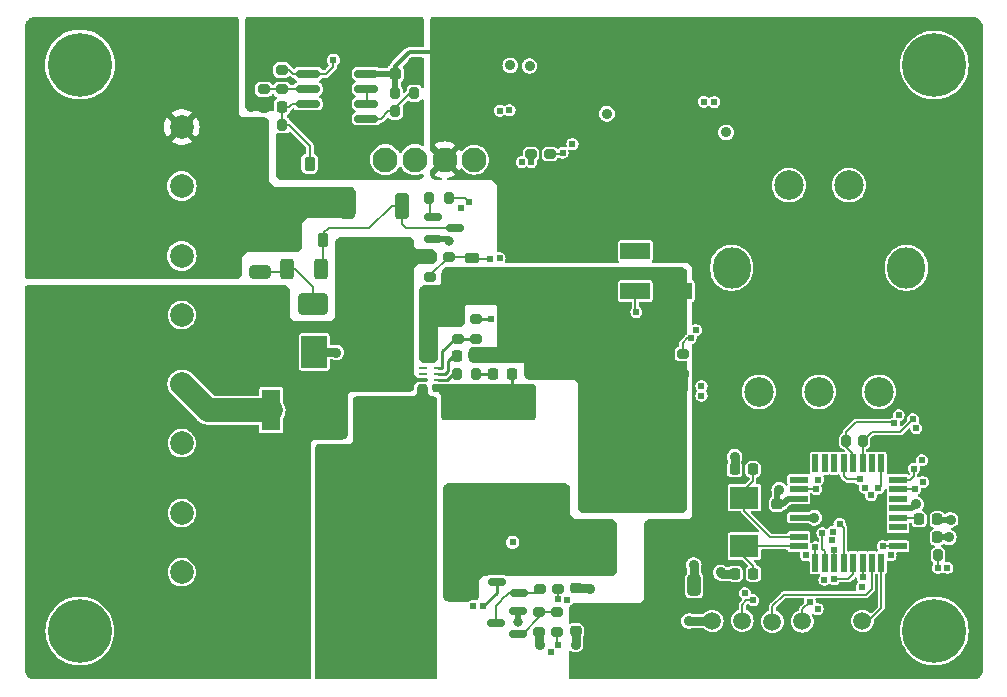
<source format=gtl>
G04 #@! TF.GenerationSoftware,KiCad,Pcbnew,7.0.9*
G04 #@! TF.CreationDate,2024-10-07T21:29:26-04:00*
G04 #@! TF.ProjectId,T12 soldering station V12,54313220-736f-46c6-9465-72696e672073,rev?*
G04 #@! TF.SameCoordinates,Original*
G04 #@! TF.FileFunction,Copper,L1,Top*
G04 #@! TF.FilePolarity,Positive*
%FSLAX46Y46*%
G04 Gerber Fmt 4.6, Leading zero omitted, Abs format (unit mm)*
G04 Created by KiCad (PCBNEW 7.0.9) date 2024-10-07 21:29:26*
%MOMM*%
%LPD*%
G01*
G04 APERTURE LIST*
G04 Aperture macros list*
%AMRoundRect*
0 Rectangle with rounded corners*
0 $1 Rounding radius*
0 $2 $3 $4 $5 $6 $7 $8 $9 X,Y pos of 4 corners*
0 Add a 4 corners polygon primitive as box body*
4,1,4,$2,$3,$4,$5,$6,$7,$8,$9,$2,$3,0*
0 Add four circle primitives for the rounded corners*
1,1,$1+$1,$2,$3*
1,1,$1+$1,$4,$5*
1,1,$1+$1,$6,$7*
1,1,$1+$1,$8,$9*
0 Add four rect primitives between the rounded corners*
20,1,$1+$1,$2,$3,$4,$5,0*
20,1,$1+$1,$4,$5,$6,$7,0*
20,1,$1+$1,$6,$7,$8,$9,0*
20,1,$1+$1,$8,$9,$2,$3,0*%
G04 Aperture macros list end*
G04 #@! TA.AperFunction,SMDPad,CuDef*
%ADD10RoundRect,0.250000X-0.312500X-0.625000X0.312500X-0.625000X0.312500X0.625000X-0.312500X0.625000X0*%
G04 #@! TD*
G04 #@! TA.AperFunction,ComponentPad*
%ADD11C,3.100000*%
G04 #@! TD*
G04 #@! TA.AperFunction,ConnectorPad*
%ADD12C,5.400000*%
G04 #@! TD*
G04 #@! TA.AperFunction,SMDPad,CuDef*
%ADD13R,0.680000X0.280000*%
G04 #@! TD*
G04 #@! TA.AperFunction,SMDPad,CuDef*
%ADD14RoundRect,0.200000X0.200000X0.275000X-0.200000X0.275000X-0.200000X-0.275000X0.200000X-0.275000X0*%
G04 #@! TD*
G04 #@! TA.AperFunction,SMDPad,CuDef*
%ADD15R,2.500000X1.400000*%
G04 #@! TD*
G04 #@! TA.AperFunction,SMDPad,CuDef*
%ADD16RoundRect,0.200000X0.275000X-0.200000X0.275000X0.200000X-0.275000X0.200000X-0.275000X-0.200000X0*%
G04 #@! TD*
G04 #@! TA.AperFunction,SMDPad,CuDef*
%ADD17RoundRect,0.225000X-0.250000X0.225000X-0.250000X-0.225000X0.250000X-0.225000X0.250000X0.225000X0*%
G04 #@! TD*
G04 #@! TA.AperFunction,SMDPad,CuDef*
%ADD18RoundRect,0.250000X-0.350000X0.850000X-0.350000X-0.850000X0.350000X-0.850000X0.350000X0.850000X0*%
G04 #@! TD*
G04 #@! TA.AperFunction,SMDPad,CuDef*
%ADD19RoundRect,0.250000X-1.125000X1.275000X-1.125000X-1.275000X1.125000X-1.275000X1.125000X1.275000X0*%
G04 #@! TD*
G04 #@! TA.AperFunction,SMDPad,CuDef*
%ADD20RoundRect,0.249997X-2.650003X2.950003X-2.650003X-2.950003X2.650003X-2.950003X2.650003X2.950003X0*%
G04 #@! TD*
G04 #@! TA.AperFunction,ComponentPad*
%ADD21C,2.000000*%
G04 #@! TD*
G04 #@! TA.AperFunction,SMDPad,CuDef*
%ADD22R,1.500000X0.550000*%
G04 #@! TD*
G04 #@! TA.AperFunction,SMDPad,CuDef*
%ADD23R,0.550000X1.500000*%
G04 #@! TD*
G04 #@! TA.AperFunction,SMDPad,CuDef*
%ADD24R,2.700000X3.300000*%
G04 #@! TD*
G04 #@! TA.AperFunction,SMDPad,CuDef*
%ADD25RoundRect,0.225000X-0.225000X-0.250000X0.225000X-0.250000X0.225000X0.250000X-0.225000X0.250000X0*%
G04 #@! TD*
G04 #@! TA.AperFunction,SMDPad,CuDef*
%ADD26RoundRect,0.200000X-0.275000X0.200000X-0.275000X-0.200000X0.275000X-0.200000X0.275000X0.200000X0*%
G04 #@! TD*
G04 #@! TA.AperFunction,SMDPad,CuDef*
%ADD27RoundRect,0.150000X0.587500X0.150000X-0.587500X0.150000X-0.587500X-0.150000X0.587500X-0.150000X0*%
G04 #@! TD*
G04 #@! TA.AperFunction,SMDPad,CuDef*
%ADD28RoundRect,0.200000X-0.200000X-0.275000X0.200000X-0.275000X0.200000X0.275000X-0.200000X0.275000X0*%
G04 #@! TD*
G04 #@! TA.AperFunction,SMDPad,CuDef*
%ADD29RoundRect,0.250000X0.325000X1.100000X-0.325000X1.100000X-0.325000X-1.100000X0.325000X-1.100000X0*%
G04 #@! TD*
G04 #@! TA.AperFunction,SMDPad,CuDef*
%ADD30RoundRect,0.150000X-0.825000X-0.150000X0.825000X-0.150000X0.825000X0.150000X-0.825000X0.150000X0*%
G04 #@! TD*
G04 #@! TA.AperFunction,SMDPad,CuDef*
%ADD31RoundRect,0.250000X0.325000X0.650000X-0.325000X0.650000X-0.325000X-0.650000X0.325000X-0.650000X0*%
G04 #@! TD*
G04 #@! TA.AperFunction,SMDPad,CuDef*
%ADD32RoundRect,0.225000X0.225000X0.250000X-0.225000X0.250000X-0.225000X-0.250000X0.225000X-0.250000X0*%
G04 #@! TD*
G04 #@! TA.AperFunction,SMDPad,CuDef*
%ADD33RoundRect,0.250000X1.000000X0.650000X-1.000000X0.650000X-1.000000X-0.650000X1.000000X-0.650000X0*%
G04 #@! TD*
G04 #@! TA.AperFunction,SMDPad,CuDef*
%ADD34RoundRect,0.250000X0.650000X-0.325000X0.650000X0.325000X-0.650000X0.325000X-0.650000X-0.325000X0*%
G04 #@! TD*
G04 #@! TA.AperFunction,SMDPad,CuDef*
%ADD35R,4.500000X1.650000*%
G04 #@! TD*
G04 #@! TA.AperFunction,SMDPad,CuDef*
%ADD36R,1.350000X2.800000*%
G04 #@! TD*
G04 #@! TA.AperFunction,SMDPad,CuDef*
%ADD37R,1.500000X2.800000*%
G04 #@! TD*
G04 #@! TA.AperFunction,SMDPad,CuDef*
%ADD38R,6.000000X6.500000*%
G04 #@! TD*
G04 #@! TA.AperFunction,SMDPad,CuDef*
%ADD39R,2.400000X1.900000*%
G04 #@! TD*
G04 #@! TA.AperFunction,SMDPad,CuDef*
%ADD40R,1.649000X3.500000*%
G04 #@! TD*
G04 #@! TA.AperFunction,SMDPad,CuDef*
%ADD41C,1.500000*%
G04 #@! TD*
G04 #@! TA.AperFunction,SMDPad,CuDef*
%ADD42R,2.160000X2.740000*%
G04 #@! TD*
G04 #@! TA.AperFunction,SMDPad,CuDef*
%ADD43RoundRect,0.225000X-0.375000X0.225000X-0.375000X-0.225000X0.375000X-0.225000X0.375000X0.225000X0*%
G04 #@! TD*
G04 #@! TA.AperFunction,SMDPad,CuDef*
%ADD44R,3.600000X2.700000*%
G04 #@! TD*
G04 #@! TA.AperFunction,SMDPad,CuDef*
%ADD45RoundRect,0.150000X-0.587500X-0.150000X0.587500X-0.150000X0.587500X0.150000X-0.587500X0.150000X0*%
G04 #@! TD*
G04 #@! TA.AperFunction,SMDPad,CuDef*
%ADD46RoundRect,0.225000X0.225000X0.375000X-0.225000X0.375000X-0.225000X-0.375000X0.225000X-0.375000X0*%
G04 #@! TD*
G04 #@! TA.AperFunction,SMDPad,CuDef*
%ADD47RoundRect,0.250000X-1.100000X0.325000X-1.100000X-0.325000X1.100000X-0.325000X1.100000X0.325000X0*%
G04 #@! TD*
G04 #@! TA.AperFunction,ComponentPad*
%ADD48O,3.200000X3.500000*%
G04 #@! TD*
G04 #@! TA.AperFunction,ComponentPad*
%ADD49C,2.500000*%
G04 #@! TD*
G04 #@! TA.AperFunction,ComponentPad*
%ADD50C,2.100000*%
G04 #@! TD*
G04 #@! TA.AperFunction,ViaPad*
%ADD51C,0.609600*%
G04 #@! TD*
G04 #@! TA.AperFunction,ViaPad*
%ADD52C,0.914400*%
G04 #@! TD*
G04 #@! TA.AperFunction,ViaPad*
%ADD53C,0.800000*%
G04 #@! TD*
G04 #@! TA.AperFunction,Conductor*
%ADD54C,0.152400*%
G04 #@! TD*
G04 #@! TA.AperFunction,Conductor*
%ADD55C,0.762000*%
G04 #@! TD*
G04 #@! TA.AperFunction,Conductor*
%ADD56C,0.508000*%
G04 #@! TD*
G04 #@! TA.AperFunction,Conductor*
%ADD57C,0.254000*%
G04 #@! TD*
G04 #@! TA.AperFunction,Conductor*
%ADD58C,0.203200*%
G04 #@! TD*
G04 #@! TA.AperFunction,Conductor*
%ADD59C,0.381000*%
G04 #@! TD*
G04 #@! TA.AperFunction,Conductor*
%ADD60C,2.032000*%
G04 #@! TD*
G04 APERTURE END LIST*
D10*
X74407300Y-109093000D03*
X77332300Y-109093000D03*
D11*
X129235200Y-139776200D03*
D12*
X129235200Y-139776200D03*
D13*
X85912000Y-117522000D03*
X85912000Y-118022000D03*
X85912000Y-118522000D03*
X85912000Y-119022000D03*
X87192000Y-119022000D03*
X87192000Y-118522000D03*
X87192000Y-118022000D03*
X87192000Y-117522000D03*
D14*
X88122500Y-103134200D03*
X86472500Y-103134200D03*
D15*
X103936800Y-110998000D03*
X107492800Y-110998000D03*
X103936800Y-107594400D03*
D11*
X129235200Y-91871800D03*
D12*
X129235200Y-91871800D03*
D16*
X88875400Y-115024200D03*
X88875400Y-113374200D03*
D17*
X98907600Y-134607000D03*
X98907600Y-136157000D03*
D18*
X84144200Y-103775400D03*
D19*
X83389200Y-108400400D03*
X80339200Y-108400400D03*
D20*
X81864200Y-110075400D03*
D19*
X83389200Y-111750400D03*
X80339200Y-111750400D03*
D18*
X79584200Y-103775400D03*
D17*
X84442000Y-118747000D03*
X84442000Y-120297000D03*
D21*
X65532000Y-118872000D03*
X65532000Y-123872000D03*
D22*
X117761800Y-126988000D03*
X117761800Y-127788000D03*
X117761800Y-128588000D03*
X117761800Y-129388000D03*
X117761800Y-130188000D03*
X117761800Y-130988000D03*
X117761800Y-131788000D03*
X117761800Y-132588000D03*
D23*
X119161800Y-133988000D03*
X119961800Y-133988000D03*
X120761800Y-133988000D03*
X121561800Y-133988000D03*
X122361800Y-133988000D03*
X123161800Y-133988000D03*
X123961800Y-133988000D03*
X124761800Y-133988000D03*
D22*
X126161800Y-132588000D03*
X126161800Y-131788000D03*
X126161800Y-130988000D03*
X126161800Y-130188000D03*
X126161800Y-129388000D03*
X126161800Y-128588000D03*
X126161800Y-127788000D03*
X126161800Y-126988000D03*
D23*
X124761800Y-125588000D03*
X123961800Y-125588000D03*
X123161800Y-125588000D03*
X122361800Y-125588000D03*
X121561800Y-125588000D03*
X120761800Y-125588000D03*
X119961800Y-125588000D03*
X119161800Y-125588000D03*
D21*
X65532000Y-108030000D03*
X65532000Y-113030000D03*
D24*
X80067800Y-126619000D03*
X72687800Y-126619000D03*
D25*
X112331200Y-126100400D03*
X113881200Y-126100400D03*
X88862400Y-116485200D03*
X90412400Y-116485200D03*
X112382000Y-134939600D03*
X113932000Y-134939600D03*
D14*
X85229200Y-95783400D03*
X83579200Y-95783400D03*
D26*
X97383600Y-134557000D03*
X97383600Y-136207000D03*
D25*
X91910400Y-118060000D03*
X93460400Y-118060000D03*
D27*
X94028500Y-140015000D03*
X94028500Y-138115000D03*
X92153500Y-139065000D03*
D11*
X56896000Y-139776200D03*
D12*
X56896000Y-139776200D03*
D28*
X123177800Y-123698000D03*
X124827800Y-123698000D03*
D29*
X88865000Y-132284000D03*
X85915000Y-132284000D03*
D30*
X76214200Y-92608400D03*
X76214200Y-93878400D03*
X76214200Y-95148400D03*
X76214200Y-96418400D03*
X81164200Y-96418400D03*
X81164200Y-95148400D03*
X81164200Y-93878400D03*
X81164200Y-92608400D03*
D26*
X96697800Y-97727000D03*
X96697800Y-99377000D03*
D11*
X56896000Y-91821000D03*
D12*
X56896000Y-91821000D03*
D31*
X108917000Y-135890000D03*
X105967000Y-135890000D03*
D32*
X73990200Y-98450400D03*
X72440200Y-98450400D03*
D16*
X97337800Y-139854050D03*
X97337800Y-138204050D03*
D14*
X129552200Y-133375400D03*
X127902200Y-133375400D03*
D16*
X95123000Y-99377000D03*
X95123000Y-97727000D03*
X88110300Y-109775800D03*
X88110300Y-108125800D03*
D26*
X90450200Y-113374200D03*
X90450200Y-115024200D03*
D33*
X76676000Y-112090200D03*
X72676000Y-112090200D03*
D17*
X115925600Y-129044400D03*
X115925600Y-130594400D03*
D28*
X88812400Y-118060000D03*
X90462400Y-118060000D03*
D16*
X95813800Y-139854050D03*
X95813800Y-138204050D03*
D32*
X85166200Y-92608400D03*
X83616200Y-92608400D03*
D34*
X72186800Y-109399600D03*
X72186800Y-106449600D03*
D26*
X107924600Y-116332000D03*
X107924600Y-117982000D03*
D29*
X88865000Y-135548000D03*
X85915000Y-135548000D03*
D25*
X72453200Y-95377000D03*
X74003200Y-95377000D03*
D32*
X129506200Y-131845400D03*
X127956200Y-131845400D03*
D28*
X72391000Y-96926400D03*
X74041000Y-96926400D03*
D16*
X95859600Y-136207000D03*
X95859600Y-134557000D03*
D35*
X73351000Y-135483600D03*
X82351000Y-135483600D03*
D21*
X65532000Y-129794000D03*
X65532000Y-134794000D03*
D36*
X101342000Y-132512000D03*
D37*
X105922000Y-132512000D03*
D38*
X103652000Y-125552000D03*
D32*
X129510000Y-130330000D03*
X127960000Y-130330000D03*
D14*
X121805200Y-123698000D03*
X120155200Y-123698000D03*
D39*
X113157000Y-132588000D03*
X113157000Y-128488000D03*
D26*
X72466200Y-92266000D03*
X72466200Y-93916000D03*
D21*
X65532000Y-97108000D03*
X65532000Y-102108000D03*
D40*
X73087500Y-121081800D03*
X77026500Y-121081800D03*
D41*
X123160000Y-138930000D03*
X120620000Y-138950000D03*
X118080000Y-138950000D03*
X115540000Y-138990000D03*
X112980000Y-138890000D03*
X110440000Y-138930000D03*
D26*
X73990200Y-92266000D03*
X73990200Y-93916000D03*
D27*
X94053900Y-136560600D03*
X94053900Y-134660600D03*
X92178900Y-135610600D03*
D42*
X72339000Y-116154200D03*
X76759000Y-116154200D03*
D14*
X85229200Y-94259400D03*
X83579200Y-94259400D03*
D43*
X90091500Y-108164400D03*
X90091500Y-111464400D03*
D44*
X93599800Y-120549200D03*
X93599800Y-128849200D03*
D17*
X98872000Y-138241500D03*
X98872000Y-139791500D03*
D45*
X86817200Y-104724200D03*
X86817200Y-106624200D03*
X88692200Y-105674200D03*
D46*
X79653400Y-100203000D03*
X76353400Y-100203000D03*
D16*
X86563200Y-109791000D03*
X86563200Y-108141000D03*
D46*
X77519800Y-106705400D03*
X74219800Y-106705400D03*
D47*
X82042000Y-118872000D03*
X82042000Y-121822000D03*
D48*
X126881600Y-109032400D03*
X112081600Y-109032400D03*
D49*
X124561600Y-119532400D03*
X119481600Y-119532400D03*
X114401600Y-119532400D03*
X122021600Y-102032400D03*
X116941600Y-102032400D03*
D50*
X90275000Y-99875000D03*
X87775000Y-99875000D03*
X85275000Y-99875000D03*
X82775000Y-99875000D03*
D51*
X119161800Y-132700000D03*
X104013000Y-112776000D03*
X85598000Y-120396000D03*
X84455000Y-126492000D03*
X82296000Y-129794000D03*
X86614000Y-120396000D03*
X128258514Y-127166088D03*
D52*
X95823200Y-140936300D03*
X106730800Y-109575600D03*
D51*
X84455000Y-125476000D03*
X102108000Y-127000000D03*
D52*
X71450200Y-92202000D03*
D51*
X83312000Y-129794000D03*
X92456000Y-116586000D03*
X92457015Y-95710792D03*
D52*
X98871200Y-140936300D03*
X93345000Y-91897200D03*
D51*
X84455000Y-130937000D03*
X89154000Y-103936303D03*
X82296000Y-128778000D03*
X91694000Y-116586000D03*
D52*
X78613000Y-116205000D03*
D51*
X82296000Y-126492000D03*
X104013000Y-113588303D03*
X83312000Y-125476000D03*
X113207222Y-136585981D03*
D52*
X111175800Y-134823200D03*
D51*
X128193800Y-125323600D03*
X90221297Y-137692900D03*
D52*
X116116100Y-127825500D03*
D51*
X85598000Y-127635000D03*
X84455000Y-128778000D03*
X120592283Y-132098383D03*
X84455000Y-121412000D03*
X83566000Y-132715000D03*
X85598000Y-124460000D03*
X109524800Y-119862103D03*
D52*
X74041000Y-99568000D03*
D51*
X86741000Y-124460000D03*
X83566000Y-136906000D03*
X105156000Y-123952000D03*
D52*
X79654400Y-99009200D03*
D51*
X81280000Y-124460000D03*
X109046505Y-114300492D03*
X127723399Y-122601959D03*
X85598000Y-128778000D03*
X84455000Y-133604000D03*
X85598000Y-121412000D03*
X98602800Y-98552000D03*
D53*
X88188800Y-106756200D03*
D52*
X127702200Y-129026000D03*
D51*
X83312000Y-128778000D03*
X91668600Y-111531400D03*
X102108000Y-123952000D03*
D52*
X130623200Y-130372200D03*
D51*
X82296000Y-127635000D03*
X86360000Y-114808000D03*
X84455000Y-127635000D03*
X83312000Y-123444000D03*
X98166191Y-137167385D03*
X83312000Y-127635000D03*
D52*
X94970600Y-91948000D03*
D51*
X83312000Y-124460000D03*
X85598000Y-123444000D03*
X96012000Y-117856000D03*
X82296000Y-123444000D03*
X130352303Y-134442200D03*
D52*
X85140800Y-91617300D03*
D51*
X84455000Y-122428000D03*
X83566000Y-133604000D03*
X84455000Y-129794000D03*
X118379298Y-133370502D03*
X105156000Y-127000000D03*
X84455000Y-136906000D03*
X86360000Y-115570000D03*
X92583000Y-114020900D03*
X108049525Y-114300000D03*
X83566000Y-130937000D03*
X84455000Y-131826000D03*
X88646000Y-112395000D03*
X119357825Y-137921500D03*
X86741000Y-122428000D03*
X86360000Y-116332000D03*
D52*
X108458000Y-138938000D03*
D51*
X123086365Y-136038392D03*
X123342400Y-127659900D03*
X82296000Y-124460000D03*
X126221435Y-121505073D03*
X88138000Y-110617000D03*
X85598000Y-122428000D03*
X94310697Y-100076000D03*
X123901700Y-128285585D03*
X95250000Y-117856000D03*
X96780215Y-141543189D03*
D53*
X94030800Y-138988800D03*
D51*
X84455000Y-124460000D03*
X86741000Y-123444000D03*
D52*
X101523800Y-95986600D03*
D51*
X88900000Y-111506000D03*
X86741000Y-129794000D03*
X92429502Y-108223580D03*
D52*
X100076000Y-136194800D03*
D51*
X86360000Y-114046000D03*
X82296000Y-125476000D03*
X83312000Y-126492000D03*
X103632000Y-125476000D03*
X83566000Y-131826000D03*
X109726793Y-94967191D03*
D52*
X71374000Y-95377000D03*
D51*
X125544302Y-133370502D03*
X86741000Y-126492000D03*
X84455000Y-123444000D03*
X86741000Y-125476000D03*
D52*
X85229200Y-97015800D03*
X111607600Y-97561400D03*
D51*
X119404900Y-126960749D03*
X119941690Y-135444300D03*
D52*
X77673200Y-97459800D03*
X112331200Y-125031800D03*
D51*
X120700800Y-131368800D03*
X81280000Y-123444000D03*
D52*
X107924600Y-119278400D03*
D51*
X85598000Y-125476000D03*
X92583000Y-112751900D03*
X79169239Y-91497874D03*
X85598000Y-129794000D03*
X86741000Y-127635000D03*
X85598000Y-126492000D03*
X84455000Y-132715000D03*
D52*
X108864400Y-134188200D03*
D51*
X86614000Y-121412000D03*
X87757000Y-113284000D03*
X93550761Y-132264874D03*
X86741000Y-128778000D03*
D52*
X130470800Y-131845400D03*
X119088200Y-130188000D03*
D51*
X91708000Y-113386400D03*
X94361000Y-132207000D03*
X127508000Y-126034800D03*
X91617800Y-108254800D03*
X97358200Y-137083800D03*
X93268800Y-95681800D03*
X97764600Y-99288600D03*
X108610400Y-114985800D03*
X109524800Y-119049800D03*
X119253000Y-127762000D03*
X91033600Y-137692900D03*
X123161800Y-135229600D03*
X129540000Y-134442200D03*
X118694200Y-137312400D03*
X124888330Y-132588000D03*
X122955269Y-126945782D03*
X113919000Y-137180500D03*
X110617000Y-94996000D03*
X95123000Y-100076000D03*
X125815435Y-122208635D03*
X127431800Y-121843800D03*
X97358200Y-140944600D03*
X124510800Y-127711200D03*
X120751600Y-135382000D03*
X89811216Y-103458912D03*
X127584200Y-127788000D03*
X78359000Y-91440000D03*
X120761800Y-132892800D03*
X121218020Y-130708400D03*
X119770900Y-131495800D03*
D54*
X116509800Y-136702800D02*
X115540000Y-137672600D01*
X115540000Y-138984200D02*
X115544600Y-138988800D01*
X123444000Y-136702800D02*
X116509800Y-136702800D01*
X123961800Y-133988000D02*
X123961800Y-136185000D01*
X123961800Y-136185000D02*
X123444000Y-136702800D01*
X115540000Y-137672600D02*
X115540000Y-138984200D01*
X103936800Y-110998000D02*
X103962200Y-110998000D01*
X103936800Y-112699800D02*
X103936800Y-110998000D01*
X119161800Y-133988000D02*
X119161800Y-132700000D01*
X119161800Y-132700000D02*
X119151400Y-132689600D01*
X104013000Y-112776000D02*
X103936800Y-112699800D01*
D55*
X107492800Y-110998000D02*
X107492800Y-110337600D01*
D56*
X72453200Y-95377000D02*
X71424800Y-95377000D01*
X116116100Y-127825500D02*
X115925600Y-128016000D01*
X88056800Y-106624200D02*
X86817200Y-106624200D01*
X71514200Y-92266000D02*
X72466200Y-92266000D01*
X116421200Y-129044400D02*
X116877600Y-128588000D01*
D55*
X108917000Y-135890000D02*
X108917000Y-134240800D01*
D56*
X94028500Y-138986500D02*
X94030800Y-138988800D01*
D55*
X78562200Y-116154200D02*
X78613000Y-116205000D01*
D56*
X85166200Y-92608400D02*
X85166200Y-91642700D01*
X115925600Y-128016000D02*
X115925600Y-129044400D01*
D55*
X79653400Y-100203000D02*
X79653400Y-99010200D01*
D56*
X130623200Y-130372200D02*
X129518600Y-130372200D01*
D57*
X98872000Y-140935500D02*
X98871200Y-140936300D01*
D55*
X111175800Y-134874000D02*
X111241400Y-134939600D01*
D56*
X88188800Y-106756200D02*
X88056800Y-106624200D01*
X127340200Y-129388000D02*
X126161800Y-129388000D01*
X77673200Y-96697800D02*
X77393800Y-96418400D01*
D55*
X95813800Y-140926900D02*
X95823200Y-140936300D01*
D56*
X130470800Y-131845400D02*
X129506200Y-131845400D01*
D55*
X107492800Y-110337600D02*
X106730800Y-109575600D01*
X111175800Y-134823200D02*
X111175800Y-134874000D01*
X107924600Y-117982000D02*
X107924600Y-119278400D01*
X98907600Y-136157000D02*
X100038200Y-136157000D01*
D56*
X94028500Y-138115000D02*
X94028500Y-138986500D01*
D55*
X95813800Y-139854050D02*
X95813800Y-140926900D01*
D56*
X73990200Y-98450400D02*
X73990200Y-99517200D01*
D55*
X98872000Y-139791500D02*
X98872000Y-140935500D01*
D56*
X85229200Y-97015800D02*
X85229200Y-95783400D01*
D55*
X112331200Y-125031800D02*
X112331200Y-126100400D01*
D56*
X77673200Y-97459800D02*
X77673200Y-96697800D01*
D55*
X79653400Y-99010200D02*
X79654400Y-99009200D01*
X108917000Y-134240800D02*
X108864400Y-134188200D01*
X79653400Y-100203000D02*
X79654400Y-100202000D01*
D56*
X117761800Y-130188000D02*
X119088200Y-130188000D01*
D55*
X111241400Y-134939600D02*
X112382000Y-134939600D01*
D56*
X116877600Y-128588000D02*
X117761800Y-128588000D01*
X71450200Y-92202000D02*
X71514200Y-92266000D01*
X115925600Y-129044400D02*
X116421200Y-129044400D01*
D55*
X110432000Y-138938000D02*
X110440000Y-138930000D01*
X108458000Y-138938000D02*
X110432000Y-138938000D01*
X76759000Y-116154200D02*
X78562200Y-116154200D01*
D58*
X71272400Y-95275400D02*
X71374000Y-95377000D01*
D55*
X100038200Y-136157000D02*
X100076000Y-136194800D01*
D58*
X73990200Y-99517200D02*
X74041000Y-99568000D01*
D56*
X77393800Y-96418400D02*
X76214200Y-96418400D01*
D58*
X71272400Y-95224600D02*
X71272400Y-95275400D01*
D56*
X85166200Y-91642700D02*
X85140800Y-91617300D01*
X127702200Y-129026000D02*
X127340200Y-129388000D01*
X81164200Y-92608400D02*
X83542200Y-92608400D01*
X83616200Y-92608400D02*
X83616200Y-94222400D01*
X117761800Y-130988000D02*
X116319200Y-130988000D01*
X126161800Y-131788000D02*
X127898800Y-131788000D01*
X83542200Y-92608400D02*
X83579200Y-92645400D01*
D59*
X83616200Y-94222400D02*
X83579200Y-94259400D01*
D56*
X116319200Y-130988000D02*
X115925600Y-130594400D01*
D54*
X127968600Y-130338600D02*
X127818000Y-130188000D01*
X127968600Y-130372200D02*
X127968600Y-130338600D01*
X127818000Y-130188000D02*
X126161800Y-130188000D01*
X117730200Y-131819600D02*
X117761800Y-131788000D01*
X115335400Y-131819600D02*
X117730200Y-131819600D01*
X113157000Y-129641200D02*
X115335400Y-131819600D01*
X113157000Y-127812800D02*
X113881200Y-127088600D01*
X113881200Y-127088600D02*
X113881200Y-126100400D01*
X113157000Y-128488000D02*
X113157000Y-129641200D01*
X113157000Y-128488000D02*
X113157000Y-127812800D01*
X113157000Y-133497000D02*
X113932000Y-134272000D01*
X113157000Y-132588000D02*
X117761800Y-132588000D01*
X113157000Y-132588000D02*
X113157000Y-133497000D01*
X112527000Y-133218000D02*
X113157000Y-132588000D01*
X113932000Y-134272000D02*
X113932000Y-134939600D01*
X72186800Y-109399600D02*
X74100700Y-109399600D01*
X75107800Y-109093000D02*
X74407300Y-109093000D01*
X74100700Y-109399600D02*
X74407300Y-109093000D01*
X76676000Y-110661200D02*
X75107800Y-109093000D01*
X76676000Y-112090200D02*
X76676000Y-110661200D01*
X76353400Y-98679800D02*
X74600000Y-96926400D01*
X74822050Y-95148400D02*
X76595200Y-95148400D01*
X76353400Y-100203000D02*
X76353400Y-98679800D01*
X74593450Y-95377000D02*
X74822050Y-95148400D01*
X74041000Y-96926400D02*
X74041000Y-95414800D01*
X74041000Y-95414800D02*
X74003200Y-95377000D01*
X74600000Y-96926400D02*
X74041000Y-96926400D01*
X74003200Y-95377000D02*
X74593450Y-95377000D01*
X73989200Y-95391000D02*
X74003200Y-95377000D01*
D57*
X90450200Y-113374200D02*
X91695800Y-113374200D01*
X91695800Y-113374200D02*
X91708000Y-113386400D01*
X90462400Y-118060000D02*
X91910400Y-118060000D01*
X93460400Y-120409800D02*
X93599800Y-120549200D01*
X93460400Y-118060000D02*
X93460400Y-120409800D01*
X87797422Y-118022000D02*
X88050400Y-117769022D01*
X88050400Y-116891600D02*
X88456800Y-116485200D01*
X88050400Y-117769022D02*
X88050400Y-116891600D01*
X87192000Y-118022000D02*
X87797422Y-118022000D01*
X88456800Y-116485200D02*
X88862400Y-116485200D01*
D54*
X77470000Y-108955300D02*
X77470000Y-106755200D01*
X84144200Y-105277000D02*
X84541400Y-105674200D01*
X84144200Y-103775400D02*
X84144200Y-105277000D01*
X81407000Y-105664000D02*
X77952600Y-105664000D01*
X77519800Y-106096800D02*
X77519800Y-106705400D01*
X84541400Y-105674200D02*
X88692200Y-105674200D01*
X83295600Y-103775400D02*
X81407000Y-105664000D01*
X77470000Y-106755200D02*
X77519800Y-106705400D01*
X84144200Y-103775400D02*
X83295600Y-103775400D01*
X77332300Y-109093000D02*
X77470000Y-108955300D01*
X77952600Y-105664000D02*
X77519800Y-106096800D01*
X91617800Y-108254800D02*
X90181900Y-108254800D01*
X126161800Y-126988000D02*
X127164400Y-126988000D01*
X88110300Y-108125800D02*
X90052900Y-108125800D01*
X88110300Y-108125800D02*
X86560900Y-109675200D01*
X86560900Y-109675200D02*
X86560900Y-109775800D01*
X127508000Y-126644400D02*
X127508000Y-126034800D01*
X127164400Y-126988000D02*
X127508000Y-126644400D01*
X90181900Y-108254800D02*
X90091500Y-108164400D01*
X90052900Y-108125800D02*
X90091500Y-108164400D01*
X97383600Y-136207000D02*
X97383600Y-137058400D01*
X97383600Y-137058400D02*
X97358200Y-137083800D01*
X97676200Y-99377000D02*
X96697800Y-99377000D01*
X97764600Y-99288600D02*
X97676200Y-99377000D01*
X108610400Y-114985800D02*
X108331000Y-114985800D01*
X108331000Y-114985800D02*
X107924600Y-115392200D01*
X107924600Y-115392200D02*
X107924600Y-116332000D01*
X119253000Y-127762000D02*
X119227000Y-127788000D01*
X119227000Y-127788000D02*
X117761800Y-127788000D01*
D60*
X67741800Y-121081800D02*
X73087500Y-121081800D01*
X65532000Y-118872000D02*
X67741800Y-121081800D01*
D57*
X92178900Y-136522700D02*
X92178900Y-135610600D01*
X91033600Y-137692900D02*
X91033600Y-137668000D01*
X91033600Y-137668000D02*
X92178900Y-136522700D01*
D54*
X129540000Y-134442200D02*
X129540000Y-133387600D01*
X129540000Y-133387600D02*
X129552200Y-133375400D01*
X123161800Y-135229600D02*
X123161800Y-133988000D01*
X124761800Y-137798000D02*
X123631000Y-138928800D01*
X124761800Y-133988000D02*
X124761800Y-137798000D01*
X123631000Y-138928800D02*
X123164600Y-138928800D01*
X126161800Y-132588000D02*
X124888330Y-132588000D01*
X118080000Y-138944200D02*
X118084600Y-138948800D01*
X118694200Y-137312400D02*
X118080000Y-137926600D01*
X118080000Y-137926600D02*
X118080000Y-138944200D01*
X121561800Y-126641800D02*
X121561800Y-125588000D01*
X95123000Y-100076000D02*
X95123000Y-99377000D01*
X121865782Y-126945782D02*
X121561800Y-126641800D01*
X112980000Y-138884200D02*
X112984600Y-138888800D01*
X113919000Y-137180500D02*
X113339700Y-137180500D01*
X122955269Y-126945782D02*
X121865782Y-126945782D01*
X113339700Y-137180500D02*
X112980000Y-137540200D01*
X112980000Y-137540200D02*
X112980000Y-138884200D01*
X122301000Y-124714000D02*
X122301000Y-125527200D01*
X125730000Y-122123200D02*
X122580400Y-122123200D01*
X122301000Y-125527200D02*
X122361800Y-125588000D01*
X121805200Y-124218200D02*
X122301000Y-124714000D01*
X122580400Y-122123200D02*
X121805200Y-122898400D01*
X121805200Y-122898400D02*
X121805200Y-123698000D01*
X125815435Y-122208635D02*
X125730000Y-122123200D01*
X121805200Y-123698000D02*
X121805200Y-124218200D01*
X127431800Y-121843800D02*
X127431800Y-121869200D01*
X125260238Y-122936000D02*
X125242438Y-122918200D01*
X123177800Y-123698000D02*
X123177800Y-125572000D01*
X126365000Y-122936000D02*
X125260238Y-122936000D01*
X125242438Y-122918200D02*
X123957600Y-122918200D01*
X127431800Y-121869200D02*
X126365000Y-122936000D01*
X123957600Y-122918200D02*
X123177800Y-123698000D01*
X123177800Y-125572000D02*
X123161800Y-125588000D01*
X92153500Y-137630836D02*
X92585300Y-137199036D01*
X93207800Y-136560600D02*
X94053900Y-136560600D01*
X94053900Y-136560600D02*
X95506000Y-136560600D01*
X92585300Y-137199036D02*
X92585300Y-137183100D01*
X95506000Y-136560600D02*
X95859600Y-136207000D01*
X92153500Y-139065000D02*
X92153500Y-137630836D01*
X92585300Y-137183100D02*
X93207800Y-136560600D01*
X95813800Y-138204050D02*
X95813800Y-138577400D01*
X94376200Y-140015000D02*
X94028500Y-140015000D01*
X97337800Y-138204050D02*
X95813800Y-138204050D01*
X95813800Y-138577400D02*
X94376200Y-140015000D01*
X86563200Y-104470200D02*
X86817200Y-104724200D01*
X86472500Y-103134200D02*
X86563200Y-103224900D01*
X86563200Y-103224900D02*
X86563200Y-104470200D01*
X124761800Y-125588000D02*
X124761800Y-127460200D01*
X124761800Y-127460200D02*
X124510800Y-127711200D01*
X97337800Y-139854050D02*
X97337800Y-140924200D01*
X97337800Y-140924200D02*
X97358200Y-140944600D01*
X122361800Y-134991000D02*
X122361800Y-133988000D01*
X89486504Y-103134200D02*
X88122500Y-103134200D01*
X120751600Y-135382000D02*
X121970800Y-135382000D01*
X89811216Y-103458912D02*
X89486504Y-103134200D01*
X121970800Y-135382000D02*
X122361800Y-134991000D01*
X73990200Y-92266000D02*
X74638400Y-92266000D01*
X78359000Y-91440000D02*
X78359000Y-91998800D01*
X78359000Y-91998800D02*
X77749400Y-92608400D01*
X77749400Y-92608400D02*
X76214200Y-92608400D01*
X74638400Y-92266000D02*
X74980800Y-92608400D01*
X127584200Y-127788000D02*
X126161800Y-127788000D01*
X74980800Y-92608400D02*
X76595200Y-92608400D01*
X76595200Y-93878400D02*
X74027800Y-93878400D01*
D58*
X73927200Y-94030800D02*
X74053200Y-94030800D01*
D54*
X74027800Y-93878400D02*
X73990200Y-93916000D01*
X73990200Y-93916000D02*
X72466200Y-93916000D01*
D58*
X76061800Y-94030800D02*
X76214200Y-93878400D01*
D54*
X83579200Y-95783400D02*
X83579200Y-95516200D01*
X81164200Y-96418400D02*
X82372200Y-96418400D01*
X83007200Y-95783400D02*
X83579200Y-95783400D01*
X83579200Y-95516200D02*
X84836000Y-94259400D01*
X82372200Y-96418400D02*
X83007200Y-95783400D01*
X84836000Y-94259400D02*
X85229200Y-94259400D01*
D57*
X88634600Y-115024200D02*
X88875400Y-115024200D01*
X90450200Y-115024200D02*
X88875400Y-115024200D01*
X87192000Y-117522000D02*
X87572400Y-117522000D01*
X87593200Y-116065600D02*
X88634600Y-115024200D01*
X87572400Y-117522000D02*
X87593200Y-117501200D01*
X87593200Y-117501200D02*
X87593200Y-116065600D01*
X87192000Y-118522000D02*
X87994800Y-118522000D01*
X87994800Y-118522000D02*
X88456800Y-118060000D01*
X88456800Y-118060000D02*
X88812400Y-118060000D01*
D54*
X120761800Y-133988000D02*
X120761800Y-132892800D01*
X121218020Y-130708400D02*
X121561800Y-131052180D01*
X121561800Y-131052180D02*
X121561800Y-133988000D01*
X119961800Y-133017400D02*
X119771400Y-132827000D01*
X119961800Y-133988000D02*
X119961800Y-133017400D01*
X119771400Y-131496300D02*
X119770900Y-131495800D01*
X119771400Y-132827000D02*
X119771400Y-131496300D01*
X81170000Y-93884200D02*
X81164200Y-93878400D01*
X81170000Y-95142600D02*
X81170000Y-93884200D01*
X81164200Y-95148400D02*
X81170000Y-95142600D01*
G04 #@! TA.AperFunction,Conductor*
G36*
X97921097Y-127254540D02*
G01*
X97973934Y-127261495D01*
X98032037Y-127269145D01*
X98063799Y-127277655D01*
X98155679Y-127315713D01*
X98184158Y-127332156D01*
X98263053Y-127392694D01*
X98286305Y-127415946D01*
X98346841Y-127494837D01*
X98363288Y-127523323D01*
X98401342Y-127615194D01*
X98409855Y-127646965D01*
X98424460Y-127757901D01*
X98425000Y-127766133D01*
X98425000Y-129895600D01*
X98562392Y-130042152D01*
X98562394Y-130042154D01*
X98562397Y-130042158D01*
X98655473Y-130141439D01*
X98655477Y-130141442D01*
X98806000Y-130302000D01*
X101849866Y-130302000D01*
X101858097Y-130302540D01*
X101910934Y-130309495D01*
X101969037Y-130317145D01*
X102000799Y-130325655D01*
X102092679Y-130363713D01*
X102121158Y-130380156D01*
X102200053Y-130440694D01*
X102223305Y-130463946D01*
X102283841Y-130542837D01*
X102300288Y-130571323D01*
X102338342Y-130663194D01*
X102346855Y-130694965D01*
X102361460Y-130805901D01*
X102362000Y-130814133D01*
X102362000Y-134615866D01*
X102361460Y-134624098D01*
X102346855Y-134735034D01*
X102338342Y-134766805D01*
X102300288Y-134858676D01*
X102283841Y-134887162D01*
X102223308Y-134966050D01*
X102200050Y-134989308D01*
X102121162Y-135049841D01*
X102092676Y-135066288D01*
X102000805Y-135104342D01*
X101969034Y-135112855D01*
X101858098Y-135127460D01*
X101849866Y-135128000D01*
X93034874Y-135128000D01*
X92977671Y-135114267D01*
X92892953Y-135071101D01*
X92828236Y-135060851D01*
X92798234Y-135056100D01*
X91559566Y-135056100D01*
X91533666Y-135060202D01*
X91464846Y-135071101D01*
X91380129Y-135114267D01*
X91322926Y-135128000D01*
X91084400Y-135128000D01*
X90678000Y-135483600D01*
X90678000Y-135714114D01*
X90678000Y-135714115D01*
X90678000Y-136774866D01*
X90677460Y-136783098D01*
X90662855Y-136894034D01*
X90654342Y-136925805D01*
X90616288Y-137017676D01*
X90599841Y-137046162D01*
X90543320Y-137119821D01*
X90485982Y-137161688D01*
X90415111Y-137165910D01*
X90395141Y-137159526D01*
X90367304Y-137147996D01*
X90221297Y-137128774D01*
X90075290Y-137147995D01*
X90075286Y-137147997D01*
X89939239Y-137204350D01*
X89939227Y-137204357D01*
X89865457Y-137260963D01*
X89799237Y-137286563D01*
X89788754Y-137287000D01*
X88142134Y-137287000D01*
X88133902Y-137286460D01*
X88022965Y-137271855D01*
X87991194Y-137263342D01*
X87899323Y-137225288D01*
X87870839Y-137208842D01*
X87791946Y-137148305D01*
X87768694Y-137125053D01*
X87708156Y-137046158D01*
X87691713Y-137017679D01*
X87653655Y-136925799D01*
X87645145Y-136894037D01*
X87630540Y-136783098D01*
X87630540Y-136783097D01*
X87630000Y-136774866D01*
X87630000Y-132264874D01*
X92986635Y-132264874D01*
X93005856Y-132410880D01*
X93005858Y-132410884D01*
X93062211Y-132546931D01*
X93062218Y-132546943D01*
X93151863Y-132663771D01*
X93268691Y-132753416D01*
X93268698Y-132753421D01*
X93404754Y-132809778D01*
X93550761Y-132829000D01*
X93696768Y-132809778D01*
X93832824Y-132753421D01*
X93949658Y-132663771D01*
X94039308Y-132546937D01*
X94095665Y-132410881D01*
X94114887Y-132264874D01*
X94095665Y-132118867D01*
X94039308Y-131982811D01*
X94039303Y-131982804D01*
X93949658Y-131865976D01*
X93832830Y-131776331D01*
X93832826Y-131776329D01*
X93832824Y-131776327D01*
X93832821Y-131776325D01*
X93832818Y-131776324D01*
X93696771Y-131719971D01*
X93696767Y-131719969D01*
X93550761Y-131700748D01*
X93404754Y-131719969D01*
X93404750Y-131719971D01*
X93268703Y-131776324D01*
X93268691Y-131776331D01*
X93151863Y-131865976D01*
X93062218Y-131982804D01*
X93062211Y-131982816D01*
X93005858Y-132118863D01*
X93005856Y-132118867D01*
X92986635Y-132264873D01*
X92986635Y-132264874D01*
X87630000Y-132264874D01*
X87630000Y-127766133D01*
X87630540Y-127757902D01*
X87635993Y-127716479D01*
X87645145Y-127646960D01*
X87653654Y-127615202D01*
X87691714Y-127523316D01*
X87708153Y-127494844D01*
X87768698Y-127415941D01*
X87791941Y-127392698D01*
X87870844Y-127332153D01*
X87899316Y-127315714D01*
X87991202Y-127277654D01*
X88022960Y-127269145D01*
X88085994Y-127260846D01*
X88133903Y-127254540D01*
X88142134Y-127254000D01*
X97912866Y-127254000D01*
X97921097Y-127254540D01*
G37*
G04 #@! TD.AperFunction*
G04 #@! TA.AperFunction,Conductor*
G36*
X95259716Y-118873932D02*
G01*
X95324801Y-118886879D01*
X95327576Y-118887431D01*
X95363839Y-118902452D01*
X95412966Y-118935277D01*
X95440722Y-118963033D01*
X95473547Y-119012160D01*
X95488568Y-119048422D01*
X95502067Y-119116280D01*
X95504000Y-119135908D01*
X95504000Y-121656091D01*
X95502067Y-121675719D01*
X95488568Y-121743577D01*
X95473547Y-121779839D01*
X95440722Y-121828966D01*
X95412966Y-121856722D01*
X95363839Y-121889547D01*
X95327577Y-121904568D01*
X95286184Y-121912802D01*
X95259715Y-121918067D01*
X95240092Y-121920000D01*
X87766908Y-121920000D01*
X87747284Y-121918067D01*
X87715450Y-121911735D01*
X87679422Y-121904568D01*
X87643160Y-121889547D01*
X87594033Y-121856722D01*
X87566277Y-121828966D01*
X87533452Y-121779839D01*
X87518431Y-121743575D01*
X87504933Y-121675717D01*
X87503000Y-121656091D01*
X87503000Y-119900462D01*
X87503000Y-119786400D01*
X87417746Y-119710619D01*
X87417745Y-119710617D01*
X87346579Y-119647358D01*
X87346575Y-119647355D01*
X87274400Y-119583200D01*
X87177829Y-119583200D01*
X87177828Y-119583200D01*
X87004908Y-119583200D01*
X86985284Y-119581267D01*
X86953450Y-119574935D01*
X86917422Y-119567768D01*
X86881160Y-119552747D01*
X86832033Y-119519922D01*
X86804277Y-119492166D01*
X86771452Y-119443039D01*
X86756431Y-119406775D01*
X86742933Y-119338917D01*
X86741000Y-119319291D01*
X86741000Y-118972600D01*
X86760213Y-118913469D01*
X86810513Y-118876924D01*
X86841600Y-118872000D01*
X95240092Y-118872000D01*
X95259716Y-118873932D01*
G37*
G04 #@! TD.AperFunction*
G04 #@! TA.AperFunction,Conductor*
G36*
X70253036Y-87809002D02*
G01*
X70299529Y-87862658D01*
X70301324Y-87866782D01*
X70334342Y-87946494D01*
X70342855Y-87978265D01*
X70357460Y-88089201D01*
X70358000Y-88097433D01*
X70358000Y-96012000D01*
X70612000Y-96266000D01*
X72436666Y-96266000D01*
X72444897Y-96266540D01*
X72497734Y-96273495D01*
X72555837Y-96281145D01*
X72587599Y-96289655D01*
X72679479Y-96327713D01*
X72707958Y-96344156D01*
X72786853Y-96404694D01*
X72810105Y-96427946D01*
X72870641Y-96506837D01*
X72887088Y-96535323D01*
X72925142Y-96627194D01*
X72933655Y-96658965D01*
X72948260Y-96769901D01*
X72948800Y-96778133D01*
X72948800Y-101701600D01*
X73097591Y-101850391D01*
X73097601Y-101850402D01*
X73257197Y-102009998D01*
X73257207Y-102010007D01*
X73406000Y-102158800D01*
X79751866Y-102158800D01*
X79760097Y-102159340D01*
X79812934Y-102166295D01*
X79871037Y-102173945D01*
X79902799Y-102182455D01*
X79994679Y-102220513D01*
X80023158Y-102236956D01*
X80102053Y-102297494D01*
X80125305Y-102320746D01*
X80185841Y-102399637D01*
X80202288Y-102428123D01*
X80240342Y-102519994D01*
X80248855Y-102551765D01*
X80263460Y-102662701D01*
X80264000Y-102670933D01*
X80264000Y-104262866D01*
X80263460Y-104271098D01*
X80248855Y-104382034D01*
X80240342Y-104413805D01*
X80202288Y-104505676D01*
X80185841Y-104534162D01*
X80125308Y-104613050D01*
X80102050Y-104636308D01*
X80023162Y-104696841D01*
X79994676Y-104713288D01*
X79902805Y-104751342D01*
X79871034Y-104759855D01*
X79760098Y-104774460D01*
X79751866Y-104775000D01*
X76200000Y-104775000D01*
X76052948Y-104914698D01*
X76052947Y-104914699D01*
X75850121Y-105107383D01*
X75850112Y-105107393D01*
X75692000Y-105257600D01*
X75692000Y-105475688D01*
X75692000Y-107183866D01*
X75691460Y-107192098D01*
X75676855Y-107303034D01*
X75668342Y-107334805D01*
X75630288Y-107426676D01*
X75613841Y-107455162D01*
X75553308Y-107534050D01*
X75530050Y-107557308D01*
X75451162Y-107617841D01*
X75422676Y-107634288D01*
X75330805Y-107672342D01*
X75299034Y-107680855D01*
X75188098Y-107695460D01*
X75179866Y-107696000D01*
X71069200Y-107696000D01*
X70920418Y-107844782D01*
X70920397Y-107844801D01*
X70760801Y-108004397D01*
X70760782Y-108004418D01*
X70612000Y-108153200D01*
X70612000Y-108363618D01*
X70612000Y-109469866D01*
X70611460Y-109478098D01*
X70596855Y-109589034D01*
X70588342Y-109620805D01*
X70550288Y-109712676D01*
X70533841Y-109741162D01*
X70473308Y-109820050D01*
X70450050Y-109843308D01*
X70371162Y-109903841D01*
X70342676Y-109920288D01*
X70250805Y-109958342D01*
X70219034Y-109966855D01*
X70108098Y-109981460D01*
X70099866Y-109982000D01*
X52553013Y-109982000D01*
X52544781Y-109981460D01*
X52433844Y-109966855D01*
X52402073Y-109958342D01*
X52322361Y-109925324D01*
X52267080Y-109880775D01*
X52244659Y-109813412D01*
X52244579Y-109808915D01*
X52244579Y-108030000D01*
X64272708Y-108030000D01*
X64291839Y-108248673D01*
X64348652Y-108460700D01*
X64348654Y-108460706D01*
X64441421Y-108659646D01*
X64549377Y-108813824D01*
X64567326Y-108839457D01*
X64722543Y-108994674D01*
X64902354Y-109120579D01*
X65101297Y-109213347D01*
X65313326Y-109270161D01*
X65532000Y-109289292D01*
X65750674Y-109270161D01*
X65962703Y-109213347D01*
X66161646Y-109120579D01*
X66341457Y-108994674D01*
X66496674Y-108839457D01*
X66622579Y-108659646D01*
X66715347Y-108460703D01*
X66772161Y-108248674D01*
X66791292Y-108030000D01*
X66772161Y-107811326D01*
X66715347Y-107599297D01*
X66622579Y-107400354D01*
X66496674Y-107220543D01*
X66341457Y-107065326D01*
X66161646Y-106939421D01*
X66036642Y-106881131D01*
X65962706Y-106846654D01*
X65962700Y-106846652D01*
X65873091Y-106822641D01*
X65750674Y-106789839D01*
X65532000Y-106770708D01*
X65313326Y-106789839D01*
X65101299Y-106846652D01*
X65101293Y-106846654D01*
X64902353Y-106939421D01*
X64722546Y-107065323D01*
X64722540Y-107065328D01*
X64567328Y-107220540D01*
X64567323Y-107220546D01*
X64441421Y-107400353D01*
X64348654Y-107599293D01*
X64348652Y-107599299D01*
X64291839Y-107811326D01*
X64272708Y-108030000D01*
X52244579Y-108030000D01*
X52244579Y-102108000D01*
X64272708Y-102108000D01*
X64291839Y-102326673D01*
X64348652Y-102538700D01*
X64348654Y-102538706D01*
X64406474Y-102662701D01*
X64441421Y-102737646D01*
X64567326Y-102917457D01*
X64722543Y-103072674D01*
X64902354Y-103198579D01*
X65101297Y-103291347D01*
X65313326Y-103348161D01*
X65532000Y-103367292D01*
X65750674Y-103348161D01*
X65962703Y-103291347D01*
X66161646Y-103198579D01*
X66341457Y-103072674D01*
X66496674Y-102917457D01*
X66622579Y-102737646D01*
X66715347Y-102538703D01*
X66772161Y-102326674D01*
X66791292Y-102108000D01*
X66772161Y-101889326D01*
X66715347Y-101677297D01*
X66622579Y-101478354D01*
X66496674Y-101298543D01*
X66341457Y-101143326D01*
X66161646Y-101017421D01*
X66131095Y-101003175D01*
X65962706Y-100924654D01*
X65962700Y-100924652D01*
X65873091Y-100900641D01*
X65750674Y-100867839D01*
X65532000Y-100848708D01*
X65313326Y-100867839D01*
X65101299Y-100924652D01*
X65101293Y-100924654D01*
X64902353Y-101017421D01*
X64722546Y-101143323D01*
X64722540Y-101143328D01*
X64567328Y-101298540D01*
X64567323Y-101298546D01*
X64441421Y-101478353D01*
X64348654Y-101677293D01*
X64348652Y-101677299D01*
X64291839Y-101889326D01*
X64272708Y-102108000D01*
X52244579Y-102108000D01*
X52244579Y-97108000D01*
X64026859Y-97108000D01*
X64047388Y-97355743D01*
X64108411Y-97596716D01*
X64208268Y-97824367D01*
X64308563Y-97977880D01*
X64969265Y-97317179D01*
X65007946Y-97410562D01*
X65104112Y-97535888D01*
X65229438Y-97632054D01*
X65322818Y-97670733D01*
X64661942Y-98331609D01*
X64661942Y-98331610D01*
X64708760Y-98368050D01*
X64708768Y-98368055D01*
X64927392Y-98486367D01*
X64927394Y-98486369D01*
X65162505Y-98567082D01*
X65162512Y-98567084D01*
X65407710Y-98608000D01*
X65656290Y-98608000D01*
X65901487Y-98567084D01*
X65901494Y-98567082D01*
X66136605Y-98486369D01*
X66136607Y-98486367D01*
X66355233Y-98368054D01*
X66355234Y-98368053D01*
X66402057Y-98331609D01*
X65741181Y-97670733D01*
X65834562Y-97632054D01*
X65959888Y-97535888D01*
X66056054Y-97410563D01*
X66094733Y-97317181D01*
X66755433Y-97977881D01*
X66755434Y-97977881D01*
X66855731Y-97824367D01*
X66955588Y-97596716D01*
X67016611Y-97355743D01*
X67037140Y-97108000D01*
X67016611Y-96860256D01*
X66955588Y-96619283D01*
X66855731Y-96391632D01*
X66755434Y-96238117D01*
X66094733Y-96898818D01*
X66056054Y-96805438D01*
X65959888Y-96680112D01*
X65834562Y-96583946D01*
X65741180Y-96545266D01*
X66402056Y-95884389D01*
X66355231Y-95847944D01*
X66136607Y-95729632D01*
X66136605Y-95729630D01*
X65901494Y-95648917D01*
X65901487Y-95648915D01*
X65656290Y-95608000D01*
X65407710Y-95608000D01*
X65162512Y-95648915D01*
X65162505Y-95648917D01*
X64927394Y-95729630D01*
X64927392Y-95729632D01*
X64708767Y-95847944D01*
X64708760Y-95847949D01*
X64661942Y-95884388D01*
X64661941Y-95884389D01*
X65322818Y-96545266D01*
X65229438Y-96583946D01*
X65104112Y-96680112D01*
X65007946Y-96805437D01*
X64969266Y-96898818D01*
X64308565Y-96238117D01*
X64308564Y-96238117D01*
X64208270Y-96391629D01*
X64208266Y-96391635D01*
X64108411Y-96619283D01*
X64047388Y-96860256D01*
X64026859Y-97108000D01*
X52244579Y-97108000D01*
X52244579Y-91821000D01*
X53936493Y-91821000D01*
X53956503Y-92164567D01*
X53956503Y-92164573D01*
X53985998Y-92331845D01*
X54016267Y-92503509D01*
X54114973Y-92833211D01*
X54114975Y-92833217D01*
X54114976Y-92833218D01*
X54251286Y-93149221D01*
X54251289Y-93149226D01*
X54343899Y-93309631D01*
X54423368Y-93447276D01*
X54423377Y-93447288D01*
X54423379Y-93447291D01*
X54628882Y-93723330D01*
X54865066Y-93973670D01*
X55128709Y-94194892D01*
X55241572Y-94269123D01*
X55416246Y-94384008D01*
X55723799Y-94538467D01*
X56047204Y-94656177D01*
X56382087Y-94735545D01*
X56571436Y-94757677D01*
X56723917Y-94775500D01*
X56723920Y-94775500D01*
X57068083Y-94775500D01*
X57196267Y-94760516D01*
X57409913Y-94735545D01*
X57744796Y-94656177D01*
X58068201Y-94538467D01*
X58375754Y-94384008D01*
X58663295Y-94194889D01*
X58926937Y-93973667D01*
X59163114Y-93723334D01*
X59368632Y-93447276D01*
X59540712Y-93149224D01*
X59677027Y-92833211D01*
X59775733Y-92503509D01*
X59835496Y-92164578D01*
X59855507Y-91821000D01*
X59835496Y-91477422D01*
X59775733Y-91138491D01*
X59677027Y-90808789D01*
X59540712Y-90492776D01*
X59368632Y-90194724D01*
X59347368Y-90166162D01*
X59163117Y-89918669D01*
X58926933Y-89668329D01*
X58663290Y-89447107D01*
X58375761Y-89257996D01*
X58375757Y-89257994D01*
X58375754Y-89257992D01*
X58068201Y-89103533D01*
X57744796Y-88985823D01*
X57556728Y-88941250D01*
X57409918Y-88906456D01*
X57409908Y-88906454D01*
X57068083Y-88866500D01*
X57068080Y-88866500D01*
X56723920Y-88866500D01*
X56723917Y-88866500D01*
X56382091Y-88906454D01*
X56382081Y-88906456D01*
X56047204Y-88985823D01*
X56047201Y-88985824D01*
X55723803Y-89103531D01*
X55416238Y-89257996D01*
X55128709Y-89447107D01*
X54865066Y-89668329D01*
X54628882Y-89918669D01*
X54423379Y-90194708D01*
X54423361Y-90194735D01*
X54251289Y-90492773D01*
X54251286Y-90492778D01*
X54114976Y-90808781D01*
X54114973Y-90808789D01*
X54077563Y-90933748D01*
X54016267Y-91138490D01*
X53956503Y-91477426D01*
X53956503Y-91477432D01*
X53936493Y-91821000D01*
X52244579Y-91821000D01*
X52244579Y-88580294D01*
X52244883Y-88574116D01*
X52258507Y-88435780D01*
X52263323Y-88411560D01*
X52300977Y-88287430D01*
X52310425Y-88264623D01*
X52371566Y-88150234D01*
X52385285Y-88129703D01*
X52467567Y-88029439D01*
X52485019Y-88011985D01*
X52585296Y-87929688D01*
X52605817Y-87915977D01*
X52720212Y-87854829D01*
X52743020Y-87845382D01*
X52867139Y-87807728D01*
X52891359Y-87802910D01*
X52962154Y-87795936D01*
X53029488Y-87789304D01*
X53035667Y-87789000D01*
X70184915Y-87789000D01*
X70253036Y-87809002D01*
G37*
G04 #@! TD.AperFunction*
G04 #@! TA.AperFunction,Conductor*
G36*
X86202824Y-118882654D02*
G01*
X86243566Y-118909877D01*
X86271322Y-118937633D01*
X86304147Y-118986760D01*
X86319168Y-119023022D01*
X86332667Y-119090880D01*
X86334600Y-119110508D01*
X86334600Y-119634000D01*
X86614000Y-119913400D01*
X86858092Y-119913400D01*
X86877716Y-119915332D01*
X86945576Y-119928831D01*
X86981839Y-119943852D01*
X87030966Y-119976677D01*
X87058722Y-120004433D01*
X87091547Y-120053560D01*
X87106568Y-120089822D01*
X87120067Y-120157680D01*
X87122000Y-120177308D01*
X87122000Y-143783021D01*
X87102787Y-143842152D01*
X87052487Y-143878697D01*
X87021400Y-143883621D01*
X76935600Y-143883621D01*
X76876469Y-143864408D01*
X76839924Y-143814108D01*
X76835000Y-143783021D01*
X76835000Y-124215908D01*
X76836933Y-124196282D01*
X76850431Y-124128424D01*
X76865452Y-124092160D01*
X76898279Y-124043030D01*
X76926030Y-124015279D01*
X76975160Y-123982451D01*
X77011424Y-123967431D01*
X77079282Y-123953933D01*
X77098908Y-123952000D01*
X79650789Y-123952000D01*
X79650790Y-123952000D01*
X79756000Y-123952000D01*
X80010000Y-123698000D01*
X80010000Y-120177308D01*
X80011933Y-120157682D01*
X80025431Y-120089824D01*
X80040452Y-120053560D01*
X80073279Y-120004430D01*
X80101030Y-119976679D01*
X80150160Y-119943851D01*
X80186424Y-119928831D01*
X80254282Y-119915333D01*
X80273908Y-119913400D01*
X85086389Y-119913400D01*
X85086390Y-119913400D01*
X85191600Y-119913400D01*
X85471000Y-119634000D01*
X85471000Y-119110508D01*
X85472933Y-119090882D01*
X85486431Y-119023024D01*
X85501452Y-118986760D01*
X85534279Y-118937630D01*
X85562030Y-118909879D01*
X85602776Y-118882653D01*
X85658666Y-118865700D01*
X86146934Y-118865700D01*
X86202824Y-118882654D01*
G37*
G04 #@! TD.AperFunction*
G04 #@! TA.AperFunction,Conductor*
G36*
X132547181Y-87789267D02*
G01*
X132599217Y-87794643D01*
X132695437Y-87804586D01*
X132715671Y-87808813D01*
X132850229Y-87851752D01*
X132869178Y-87860030D01*
X132992111Y-87929576D01*
X133008969Y-87941555D01*
X133046985Y-87974949D01*
X133115085Y-88034770D01*
X133129135Y-88049941D01*
X133213945Y-88162881D01*
X133224598Y-88180607D01*
X133284523Y-88308505D01*
X133291326Y-88328034D01*
X133323832Y-88465484D01*
X133326497Y-88485993D01*
X133330121Y-88623812D01*
X133329880Y-88629467D01*
X133329883Y-88643440D01*
X133329736Y-88647301D01*
X133327380Y-88677974D01*
X133328563Y-88687809D01*
X133327704Y-88687912D01*
X133329896Y-88701670D01*
X133342620Y-143092942D01*
X133342377Y-143097888D01*
X133328444Y-143239323D01*
X133324597Y-143258665D01*
X133285493Y-143387566D01*
X133277946Y-143405785D01*
X133214450Y-143524577D01*
X133203493Y-143540975D01*
X133118040Y-143645098D01*
X133104096Y-143659042D01*
X132999973Y-143744494D01*
X132983576Y-143755450D01*
X132864784Y-143818946D01*
X132846565Y-143826493D01*
X132717664Y-143865597D01*
X132698323Y-143869444D01*
X132642116Y-143874981D01*
X132556863Y-143883379D01*
X132551947Y-143883621D01*
X98454266Y-143883621D01*
X98395135Y-143864408D01*
X98374406Y-143844198D01*
X98374072Y-143843762D01*
X98360990Y-143821083D01*
X98320378Y-143723036D01*
X98313581Y-143697669D01*
X98298431Y-143582595D01*
X98298000Y-143576022D01*
X98298000Y-141534965D01*
X98317213Y-141475834D01*
X98367513Y-141439289D01*
X98429687Y-141439289D01*
X98465305Y-141459661D01*
X98493009Y-141484205D01*
X98635120Y-141558791D01*
X98790952Y-141597200D01*
X98790956Y-141597200D01*
X98951444Y-141597200D01*
X98951448Y-141597200D01*
X99107280Y-141558791D01*
X99249391Y-141484205D01*
X99369524Y-141377777D01*
X99460696Y-141245691D01*
X99517608Y-141095625D01*
X99525346Y-141031895D01*
X99536954Y-140936303D01*
X99536954Y-140936296D01*
X99517608Y-140776976D01*
X99517608Y-140776975D01*
X99463236Y-140633607D01*
X99456700Y-140597938D01*
X99456700Y-140318035D01*
X99475913Y-140258904D01*
X99476228Y-140258472D01*
X99505301Y-140219081D01*
X99547984Y-140097100D01*
X99550700Y-140068136D01*
X99550700Y-139514864D01*
X99547984Y-139485900D01*
X99505301Y-139363919D01*
X99428560Y-139259940D01*
X99424205Y-139256726D01*
X99324581Y-139183199D01*
X99312172Y-139178857D01*
X99202600Y-139140516D01*
X99173636Y-139137800D01*
X98570364Y-139137800D01*
X98546227Y-139140063D01*
X98541399Y-139140516D01*
X98431825Y-139178857D01*
X98369666Y-139180251D01*
X98318560Y-139144844D01*
X98298025Y-139086158D01*
X98298000Y-139083902D01*
X98298000Y-138938003D01*
X107792246Y-138938003D01*
X107811591Y-139097323D01*
X107868504Y-139247391D01*
X107868504Y-139247392D01*
X107927276Y-139332538D01*
X107959676Y-139379477D01*
X108079809Y-139485905D01*
X108221920Y-139560491D01*
X108377752Y-139598900D01*
X108377756Y-139598900D01*
X108538244Y-139598900D01*
X108538248Y-139598900D01*
X108694080Y-139560491D01*
X108729477Y-139541913D01*
X108744130Y-139534223D01*
X108790881Y-139522700D01*
X109645088Y-139522700D01*
X109704219Y-139541913D01*
X109722850Y-139559478D01*
X109755203Y-139598899D01*
X109762369Y-139607631D01*
X109907588Y-139726809D01*
X109907595Y-139726814D01*
X110073266Y-139815367D01*
X110073273Y-139815370D01*
X110219570Y-139859747D01*
X110253042Y-139869901D01*
X110440000Y-139888315D01*
X110626958Y-139869901D01*
X110740793Y-139835370D01*
X110806726Y-139815370D01*
X110806733Y-139815367D01*
X110972404Y-139726814D01*
X110972405Y-139726812D01*
X110972411Y-139726810D01*
X111117631Y-139607631D01*
X111236810Y-139462411D01*
X111257679Y-139423369D01*
X111325367Y-139296733D01*
X111325370Y-139296726D01*
X111371442Y-139144844D01*
X111379901Y-139116958D01*
X111398315Y-138930000D01*
X111394375Y-138890000D01*
X112021685Y-138890000D01*
X112040099Y-139076958D01*
X112040099Y-139076960D01*
X112040100Y-139076963D01*
X112094629Y-139256726D01*
X112094632Y-139256733D01*
X112183185Y-139422404D01*
X112183190Y-139422411D01*
X112302369Y-139567631D01*
X112447588Y-139686809D01*
X112447595Y-139686814D01*
X112613266Y-139775367D01*
X112613273Y-139775370D01*
X112745139Y-139815370D01*
X112793042Y-139829901D01*
X112980000Y-139848315D01*
X113166958Y-139829901D01*
X113256844Y-139802634D01*
X113346726Y-139775370D01*
X113346733Y-139775367D01*
X113512404Y-139686814D01*
X113512405Y-139686812D01*
X113512411Y-139686810D01*
X113657631Y-139567631D01*
X113776810Y-139422411D01*
X113811920Y-139356726D01*
X113865367Y-139256733D01*
X113865370Y-139256726D01*
X113901700Y-139136958D01*
X113919901Y-139076958D01*
X113938315Y-138890000D01*
X113919901Y-138703042D01*
X113895704Y-138623273D01*
X113865370Y-138523273D01*
X113865367Y-138523266D01*
X113776814Y-138357595D01*
X113776809Y-138357588D01*
X113773290Y-138353300D01*
X113657631Y-138212369D01*
X113512411Y-138093190D01*
X113512404Y-138093185D01*
X113346733Y-138004632D01*
X113346723Y-138004628D01*
X113331295Y-137999948D01*
X113280288Y-137964396D01*
X113259919Y-137905653D01*
X113259900Y-137903681D01*
X113259900Y-137697808D01*
X113279113Y-137638677D01*
X113289365Y-137626673D01*
X113337524Y-137578514D01*
X113396945Y-137519092D01*
X113452340Y-137490868D01*
X113513749Y-137500594D01*
X113544107Y-137524351D01*
X113582575Y-137568746D01*
X113582576Y-137568747D01*
X113582579Y-137568750D01*
X113705589Y-137647804D01*
X113845889Y-137689000D01*
X113992111Y-137689000D01*
X114132411Y-137647804D01*
X114255421Y-137568750D01*
X114351176Y-137458243D01*
X114411919Y-137325234D01*
X114432729Y-137180500D01*
X114411919Y-137035766D01*
X114388651Y-136984817D01*
X114351177Y-136902759D01*
X114351176Y-136902758D01*
X114351176Y-136902757D01*
X114255421Y-136792250D01*
X114159671Y-136730715D01*
X114132410Y-136713195D01*
X113992111Y-136672000D01*
X113845889Y-136672000D01*
X113838767Y-136673024D01*
X113838432Y-136670700D01*
X113787101Y-136669221D01*
X113737875Y-136631242D01*
X113721356Y-136588797D01*
X113700141Y-136441247D01*
X113639399Y-136308240D01*
X113639398Y-136308239D01*
X113639398Y-136308238D01*
X113544007Y-136198151D01*
X113543644Y-136197732D01*
X113543643Y-136197731D01*
X113420764Y-136118761D01*
X113420632Y-136118676D01*
X113280333Y-136077481D01*
X113134111Y-136077481D01*
X112993812Y-136118676D01*
X112993811Y-136118676D01*
X112870799Y-136197732D01*
X112775044Y-136308240D01*
X112714302Y-136441247D01*
X112693493Y-136585981D01*
X112714302Y-136730714D01*
X112775044Y-136863721D01*
X112775045Y-136863722D01*
X112775046Y-136863724D01*
X112834154Y-136931938D01*
X112866979Y-136969821D01*
X112870801Y-136974231D01*
X112935828Y-137016021D01*
X112975185Y-137064153D01*
X112978734Y-137126226D01*
X112952574Y-137171786D01*
X112823102Y-137301258D01*
X112817843Y-137305834D01*
X112808401Y-137312964D01*
X112778290Y-137345994D01*
X112776689Y-137347671D01*
X112763739Y-137360622D01*
X112763732Y-137360630D01*
X112762031Y-137363114D01*
X112757708Y-137368571D01*
X112737902Y-137390298D01*
X112737901Y-137390300D01*
X112734945Y-137397930D01*
X112724138Y-137418432D01*
X112719514Y-137425181D01*
X112719514Y-137425182D01*
X112712781Y-137453806D01*
X112710719Y-137460464D01*
X112700101Y-137487875D01*
X112700100Y-137487881D01*
X112700100Y-137496058D01*
X112697428Y-137519088D01*
X112695556Y-137527044D01*
X112695556Y-137527051D01*
X112699617Y-137556159D01*
X112700100Y-137563117D01*
X112700100Y-137903681D01*
X112680887Y-137962812D01*
X112630587Y-137999357D01*
X112628705Y-137999948D01*
X112613276Y-138004628D01*
X112613266Y-138004632D01*
X112447595Y-138093185D01*
X112447588Y-138093190D01*
X112302369Y-138212369D01*
X112183190Y-138357588D01*
X112183185Y-138357595D01*
X112094632Y-138523266D01*
X112094629Y-138523273D01*
X112040100Y-138703036D01*
X112040099Y-138703040D01*
X112040099Y-138703042D01*
X112021685Y-138890000D01*
X111394375Y-138890000D01*
X111379901Y-138743042D01*
X111362096Y-138684346D01*
X111325370Y-138563273D01*
X111325367Y-138563266D01*
X111236814Y-138397595D01*
X111236809Y-138397588D01*
X111211968Y-138367319D01*
X111117631Y-138252369D01*
X110972411Y-138133190D01*
X110972404Y-138133185D01*
X110806733Y-138044632D01*
X110806726Y-138044629D01*
X110626963Y-137990100D01*
X110626960Y-137990099D01*
X110626958Y-137990099D01*
X110440000Y-137971685D01*
X110253042Y-137990099D01*
X110253040Y-137990099D01*
X110253036Y-137990100D01*
X110073273Y-138044629D01*
X110073266Y-138044632D01*
X109907595Y-138133185D01*
X109907588Y-138133190D01*
X109762369Y-138252368D01*
X109727231Y-138295184D01*
X109710551Y-138315510D01*
X109709722Y-138316520D01*
X109657358Y-138350040D01*
X109631957Y-138353300D01*
X108790881Y-138353300D01*
X108744130Y-138341777D01*
X108694082Y-138315510D01*
X108694081Y-138315509D01*
X108694080Y-138315509D01*
X108602725Y-138292992D01*
X108538250Y-138277100D01*
X108538248Y-138277100D01*
X108377752Y-138277100D01*
X108377749Y-138277100D01*
X108262522Y-138305501D01*
X108221920Y-138315509D01*
X108221919Y-138315509D01*
X108221917Y-138315510D01*
X108079812Y-138390093D01*
X108079810Y-138390094D01*
X108079809Y-138390095D01*
X107988705Y-138470806D01*
X107959675Y-138496524D01*
X107868504Y-138628607D01*
X107868504Y-138628608D01*
X107811591Y-138778676D01*
X107792246Y-138937996D01*
X107792246Y-138938003D01*
X98298000Y-138938003D01*
X98298000Y-137925298D01*
X98298431Y-137918725D01*
X98313581Y-137803649D01*
X98320378Y-137778285D01*
X98356021Y-137692234D01*
X98360991Y-137680234D01*
X98374115Y-137657500D01*
X98392645Y-137633352D01*
X98418054Y-137609977D01*
X98502612Y-137555635D01*
X98558843Y-137490740D01*
X98596367Y-137463681D01*
X98662287Y-137436376D01*
X98687651Y-137429581D01*
X98802727Y-137414430D01*
X98809298Y-137414000D01*
X104132781Y-137414000D01*
X104343200Y-137414000D01*
X104648000Y-137109200D01*
X104648000Y-136594644D01*
X108138300Y-136594644D01*
X108138301Y-136594655D01*
X108141173Y-136625298D01*
X108141173Y-136625300D01*
X108141174Y-136625301D01*
X108148853Y-136647247D01*
X108186346Y-136754395D01*
X108224474Y-136806057D01*
X108267562Y-136864438D01*
X108377605Y-136945654D01*
X108506699Y-136990826D01*
X108537347Y-136993700D01*
X109296652Y-136993699D01*
X109327301Y-136990826D01*
X109456395Y-136945654D01*
X109566438Y-136864438D01*
X109647654Y-136754395D01*
X109692826Y-136625301D01*
X109695700Y-136594653D01*
X109695699Y-135185348D01*
X109692826Y-135154699D01*
X109647654Y-135025605D01*
X109566438Y-134915562D01*
X109566436Y-134915560D01*
X109542560Y-134897938D01*
X109506393Y-134847365D01*
X109502659Y-134823203D01*
X110510046Y-134823203D01*
X110529391Y-134982523D01*
X110586304Y-135132591D01*
X110586304Y-135132592D01*
X110622719Y-135185348D01*
X110677476Y-135264677D01*
X110797609Y-135371105D01*
X110934471Y-135442936D01*
X110941521Y-135447444D01*
X110946524Y-135450332D01*
X110946527Y-135450334D01*
X110998233Y-135471751D01*
X111088763Y-135509250D01*
X111136307Y-135515509D01*
X111203070Y-135524299D01*
X111203072Y-135524299D01*
X111203079Y-135524300D01*
X111203081Y-135524300D01*
X111241400Y-135529345D01*
X111241402Y-135529345D01*
X111276446Y-135524731D01*
X111283018Y-135524300D01*
X111855464Y-135524300D01*
X111914595Y-135543513D01*
X111915203Y-135543958D01*
X111954419Y-135572901D01*
X112076400Y-135615584D01*
X112105364Y-135618300D01*
X112105369Y-135618300D01*
X112658631Y-135618300D01*
X112658636Y-135618300D01*
X112687600Y-135615584D01*
X112809581Y-135572901D01*
X112913560Y-135496160D01*
X112990301Y-135392181D01*
X113032984Y-135270200D01*
X113035700Y-135241236D01*
X113035700Y-134637964D01*
X113032984Y-134609000D01*
X112990301Y-134487019D01*
X112913560Y-134383040D01*
X112885999Y-134362699D01*
X112809581Y-134306299D01*
X112795580Y-134301400D01*
X112687600Y-134263616D01*
X112658636Y-134260900D01*
X112105364Y-134260900D01*
X112076400Y-134263616D01*
X112015409Y-134284957D01*
X111954418Y-134306299D01*
X111915203Y-134335242D01*
X111856217Y-134354897D01*
X111855464Y-134354900D01*
X111681999Y-134354900D01*
X111622868Y-134335687D01*
X111615301Y-134329610D01*
X111553991Y-134275295D01*
X111411880Y-134200709D01*
X111325503Y-134179419D01*
X111256050Y-134162300D01*
X111256048Y-134162300D01*
X111095552Y-134162300D01*
X111095549Y-134162300D01*
X110980322Y-134190701D01*
X110939720Y-134200709D01*
X110939719Y-134200709D01*
X110939717Y-134200710D01*
X110797612Y-134275293D01*
X110797610Y-134275294D01*
X110797609Y-134275295D01*
X110707753Y-134354900D01*
X110677475Y-134381724D01*
X110586304Y-134513807D01*
X110586304Y-134513808D01*
X110529391Y-134663876D01*
X110510046Y-134823196D01*
X110510046Y-134823203D01*
X109502659Y-134823203D01*
X109501700Y-134816997D01*
X109501700Y-134389975D01*
X109508236Y-134354306D01*
X109510808Y-134347525D01*
X109528635Y-134200709D01*
X109530154Y-134188203D01*
X109530154Y-134188196D01*
X109510808Y-134028876D01*
X109509842Y-134026329D01*
X109453896Y-133878809D01*
X109362724Y-133746723D01*
X109242591Y-133640295D01*
X109100480Y-133565709D01*
X109069459Y-133558063D01*
X111753300Y-133558063D01*
X111765118Y-133617479D01*
X111765119Y-133617480D01*
X111810140Y-133684860D01*
X111877520Y-133729881D01*
X111936936Y-133741700D01*
X112964192Y-133741700D01*
X113023323Y-133760913D01*
X113035327Y-133771165D01*
X113459757Y-134195595D01*
X113487983Y-134250993D01*
X113478257Y-134312401D01*
X113448361Y-134347672D01*
X113400440Y-134383039D01*
X113400439Y-134383040D01*
X113323699Y-134487018D01*
X113314325Y-134513807D01*
X113281016Y-134609000D01*
X113278300Y-134637964D01*
X113278300Y-135241236D01*
X113281016Y-135270200D01*
X113311837Y-135358281D01*
X113323699Y-135392181D01*
X113349420Y-135427032D01*
X113400440Y-135496160D01*
X113504419Y-135572901D01*
X113626400Y-135615584D01*
X113655364Y-135618300D01*
X113655369Y-135618300D01*
X114208631Y-135618300D01*
X114208636Y-135618300D01*
X114237600Y-135615584D01*
X114359581Y-135572901D01*
X114463560Y-135496160D01*
X114540301Y-135392181D01*
X114582984Y-135270200D01*
X114585700Y-135241236D01*
X114585700Y-134637964D01*
X114582984Y-134609000D01*
X114540301Y-134487019D01*
X114463560Y-134383040D01*
X114435999Y-134362699D01*
X114359581Y-134306299D01*
X114334338Y-134297466D01*
X114273267Y-134276096D01*
X114223801Y-134238432D01*
X114213435Y-134215121D01*
X114212951Y-134215335D01*
X114205881Y-134199323D01*
X114199022Y-134177173D01*
X114197520Y-134169137D01*
X114182039Y-134144135D01*
X114178794Y-134137978D01*
X114166917Y-134111078D01*
X114161129Y-134105290D01*
X114146734Y-134087117D01*
X114142431Y-134080167D01*
X114142429Y-134080165D01*
X114118975Y-134062453D01*
X114113715Y-134057875D01*
X113969274Y-133913435D01*
X113941048Y-133858037D01*
X113950774Y-133796629D01*
X113994738Y-133752665D01*
X114040409Y-133741700D01*
X114377063Y-133741700D01*
X114377064Y-133741700D01*
X114436480Y-133729881D01*
X114503860Y-133684860D01*
X114548881Y-133617480D01*
X114560700Y-133558064D01*
X114560700Y-132968500D01*
X114579913Y-132909369D01*
X114630213Y-132872824D01*
X114661300Y-132867900D01*
X116722524Y-132867900D01*
X116781655Y-132887113D01*
X116815439Y-132933613D01*
X116816128Y-132933328D01*
X116817316Y-132936196D01*
X116818200Y-132937413D01*
X116818847Y-132939892D01*
X116819917Y-132942478D01*
X116824090Y-132948723D01*
X116864940Y-133009860D01*
X116932320Y-133054881D01*
X116991736Y-133066700D01*
X117802486Y-133066700D01*
X117861617Y-133085913D01*
X117898162Y-133136213D01*
X117898162Y-133198387D01*
X117893995Y-133209090D01*
X117886379Y-133225765D01*
X117886379Y-133225767D01*
X117865569Y-133370502D01*
X117886378Y-133515235D01*
X117947120Y-133648242D01*
X117947121Y-133648243D01*
X117947122Y-133648245D01*
X117978849Y-133684860D01*
X118037602Y-133752665D01*
X118042877Y-133758752D01*
X118165887Y-133837806D01*
X118306187Y-133879002D01*
X118452408Y-133879002D01*
X118452409Y-133879002D01*
X118554159Y-133849125D01*
X118616306Y-133850900D01*
X118665542Y-133888866D01*
X118683100Y-133945650D01*
X118683100Y-134758063D01*
X118694918Y-134817479D01*
X118694919Y-134817480D01*
X118739940Y-134884860D01*
X118807320Y-134929881D01*
X118866736Y-134941700D01*
X118866737Y-134941700D01*
X119456863Y-134941700D01*
X119456864Y-134941700D01*
X119468043Y-134939476D01*
X119529786Y-134946781D01*
X119575443Y-134988983D01*
X119587575Y-135049962D01*
X119563701Y-135104020D01*
X119509513Y-135166557D01*
X119448770Y-135299566D01*
X119427961Y-135444300D01*
X119448770Y-135589033D01*
X119509512Y-135722040D01*
X119509513Y-135722041D01*
X119509514Y-135722043D01*
X119605269Y-135832550D01*
X119728279Y-135911604D01*
X119868579Y-135952800D01*
X120014801Y-135952800D01*
X120155101Y-135911604D01*
X120278111Y-135832550D01*
X120304727Y-135801832D01*
X120357970Y-135769726D01*
X120419916Y-135775046D01*
X120435141Y-135783079D01*
X120538189Y-135849304D01*
X120678489Y-135890500D01*
X120824711Y-135890500D01*
X120965011Y-135849304D01*
X121088021Y-135770250D01*
X121151820Y-135696621D01*
X121205063Y-135664515D01*
X121227849Y-135661900D01*
X121912783Y-135661900D01*
X121919741Y-135662383D01*
X121931456Y-135664016D01*
X121931460Y-135664018D01*
X121959530Y-135662720D01*
X121976116Y-135661954D01*
X121978439Y-135661900D01*
X121996731Y-135661900D01*
X121996735Y-135661900D01*
X121999696Y-135661346D01*
X122006619Y-135660543D01*
X122011689Y-135660308D01*
X122035993Y-135659185D01*
X122043477Y-135655880D01*
X122065618Y-135649023D01*
X122073663Y-135647520D01*
X122098666Y-135632037D01*
X122104823Y-135628791D01*
X122131722Y-135616916D01*
X122137505Y-135611131D01*
X122155675Y-135596738D01*
X122162633Y-135592431D01*
X122180356Y-135568960D01*
X122184924Y-135563713D01*
X122321606Y-135427031D01*
X122489743Y-135258893D01*
X122545139Y-135230669D01*
X122606547Y-135240395D01*
X122650511Y-135284359D01*
X122660452Y-135315712D01*
X122668881Y-135374334D01*
X122729623Y-135507342D01*
X122729624Y-135507343D01*
X122744316Y-135524299D01*
X122744567Y-135524588D01*
X122768770Y-135581858D01*
X122754688Y-135642416D01*
X122744568Y-135656346D01*
X122654187Y-135760651D01*
X122593445Y-135893658D01*
X122572636Y-136038392D01*
X122593445Y-136183126D01*
X122637919Y-136280509D01*
X122645006Y-136342278D01*
X122614433Y-136396416D01*
X122557877Y-136422244D01*
X122546410Y-136422900D01*
X116567809Y-136422900D01*
X116560851Y-136422417D01*
X116549140Y-136420783D01*
X116504496Y-136422846D01*
X116502174Y-136422900D01*
X116483855Y-136422900D01*
X116480888Y-136423455D01*
X116473972Y-136424257D01*
X116444605Y-136425615D01*
X116444604Y-136425615D01*
X116437117Y-136428921D01*
X116414981Y-136435776D01*
X116406935Y-136437280D01*
X116381941Y-136452756D01*
X116375774Y-136456007D01*
X116348878Y-136467883D01*
X116343092Y-136473670D01*
X116324922Y-136488062D01*
X116317967Y-136492368D01*
X116300250Y-136515828D01*
X116295673Y-136521087D01*
X115383102Y-137433658D01*
X115377843Y-137438234D01*
X115368401Y-137445364D01*
X115338289Y-137478395D01*
X115336688Y-137480072D01*
X115323739Y-137493022D01*
X115323732Y-137493030D01*
X115322031Y-137495514D01*
X115317708Y-137500971D01*
X115297902Y-137522698D01*
X115297901Y-137522700D01*
X115294945Y-137530330D01*
X115284138Y-137550832D01*
X115279514Y-137557581D01*
X115279514Y-137557582D01*
X115272781Y-137586206D01*
X115270719Y-137592864D01*
X115260101Y-137620275D01*
X115260100Y-137620281D01*
X115260100Y-137628458D01*
X115257428Y-137651488D01*
X115255556Y-137659444D01*
X115255556Y-137659449D01*
X115258455Y-137680234D01*
X115259617Y-137688559D01*
X115260100Y-137695517D01*
X115260100Y-138003681D01*
X115240887Y-138062812D01*
X115190587Y-138099357D01*
X115188705Y-138099948D01*
X115173276Y-138104628D01*
X115173266Y-138104632D01*
X115007595Y-138193185D01*
X115007588Y-138193190D01*
X114862369Y-138312369D01*
X114743190Y-138457588D01*
X114743185Y-138457595D01*
X114654632Y-138623266D01*
X114654629Y-138623273D01*
X114600100Y-138803036D01*
X114600099Y-138803040D01*
X114600099Y-138803042D01*
X114581685Y-138990000D01*
X114600099Y-139176958D01*
X114600099Y-139176960D01*
X114600100Y-139176963D01*
X114654629Y-139356726D01*
X114654632Y-139356733D01*
X114743185Y-139522404D01*
X114743190Y-139522411D01*
X114862369Y-139667631D01*
X114994661Y-139776200D01*
X115007588Y-139786809D01*
X115007595Y-139786814D01*
X115173266Y-139875367D01*
X115173273Y-139875370D01*
X115319570Y-139919747D01*
X115353042Y-139929901D01*
X115540000Y-139948315D01*
X115726958Y-139929901D01*
X115858822Y-139889901D01*
X115906726Y-139875370D01*
X115906733Y-139875367D01*
X116072404Y-139786814D01*
X116072405Y-139786812D01*
X116072411Y-139786810D01*
X116217631Y-139667631D01*
X116336810Y-139522411D01*
X116340842Y-139514869D01*
X116425367Y-139356733D01*
X116425370Y-139356726D01*
X116458178Y-139248569D01*
X116479901Y-139176958D01*
X116498315Y-138990000D01*
X116479901Y-138803042D01*
X116467765Y-138763036D01*
X116425370Y-138623273D01*
X116425367Y-138623266D01*
X116336814Y-138457595D01*
X116336809Y-138457588D01*
X116333059Y-138453019D01*
X116217631Y-138312369D01*
X116072411Y-138193190D01*
X116072404Y-138193185D01*
X115906733Y-138104632D01*
X115906723Y-138104628D01*
X115891295Y-138099948D01*
X115840288Y-138064396D01*
X115819919Y-138005653D01*
X115819900Y-138003681D01*
X115819900Y-137830208D01*
X115839113Y-137771077D01*
X115849365Y-137759073D01*
X116596274Y-137012165D01*
X116651672Y-136983939D01*
X116667409Y-136982700D01*
X118129215Y-136982700D01*
X118188346Y-137001913D01*
X118224891Y-137052213D01*
X118224891Y-137114387D01*
X118220724Y-137125090D01*
X118201281Y-137167663D01*
X118201281Y-137167665D01*
X118180471Y-137312400D01*
X118188123Y-137365627D01*
X118177520Y-137426891D01*
X118159682Y-137451078D01*
X117923102Y-137687658D01*
X117917843Y-137692234D01*
X117908401Y-137699364D01*
X117878289Y-137732395D01*
X117876688Y-137734072D01*
X117863739Y-137747022D01*
X117863732Y-137747030D01*
X117862031Y-137749514D01*
X117857708Y-137754971D01*
X117837902Y-137776698D01*
X117837901Y-137776700D01*
X117834945Y-137784330D01*
X117824138Y-137804832D01*
X117819514Y-137811581D01*
X117819514Y-137811582D01*
X117812781Y-137840206D01*
X117810719Y-137846864D01*
X117800101Y-137874275D01*
X117800100Y-137874281D01*
X117800100Y-137882458D01*
X117797428Y-137905488D01*
X117795556Y-137913444D01*
X117795556Y-137913451D01*
X117799617Y-137942559D01*
X117800100Y-137949517D01*
X117800100Y-137963681D01*
X117780887Y-138022812D01*
X117730587Y-138059357D01*
X117728705Y-138059948D01*
X117713276Y-138064628D01*
X117713266Y-138064632D01*
X117547595Y-138153185D01*
X117547588Y-138153190D01*
X117402369Y-138272369D01*
X117283190Y-138417588D01*
X117283185Y-138417595D01*
X117194632Y-138583266D01*
X117194629Y-138583273D01*
X117140100Y-138763036D01*
X117140099Y-138763040D01*
X117140099Y-138763042D01*
X117121685Y-138950000D01*
X117140099Y-139136958D01*
X117140099Y-139136960D01*
X117140100Y-139136963D01*
X117194629Y-139316726D01*
X117194632Y-139316733D01*
X117283185Y-139482404D01*
X117283190Y-139482411D01*
X117402369Y-139627631D01*
X117474484Y-139686814D01*
X117547588Y-139746809D01*
X117547595Y-139746814D01*
X117713266Y-139835367D01*
X117713273Y-139835370D01*
X117845139Y-139875370D01*
X117893042Y-139889901D01*
X118080000Y-139908315D01*
X118266958Y-139889901D01*
X118356844Y-139862634D01*
X118446726Y-139835370D01*
X118446733Y-139835367D01*
X118612404Y-139746814D01*
X118612405Y-139746812D01*
X118612411Y-139746810D01*
X118757631Y-139627631D01*
X118876810Y-139482411D01*
X118908885Y-139422404D01*
X118965367Y-139316733D01*
X118965370Y-139316726D01*
X119007191Y-139178857D01*
X119019901Y-139136958D01*
X119038315Y-138950000D01*
X119019901Y-138763042D01*
X119002789Y-138706631D01*
X118965370Y-138583273D01*
X118965368Y-138583270D01*
X118965368Y-138583269D01*
X118905255Y-138470806D01*
X118895748Y-138453019D01*
X118884818Y-138391813D01*
X118911951Y-138335871D01*
X118966784Y-138306563D01*
X119028372Y-138315081D01*
X119038845Y-138320958D01*
X119144414Y-138388804D01*
X119284714Y-138430000D01*
X119430936Y-138430000D01*
X119571236Y-138388804D01*
X119694246Y-138309750D01*
X119790001Y-138199243D01*
X119850744Y-138066234D01*
X119871554Y-137921500D01*
X119850744Y-137776766D01*
X119837160Y-137747022D01*
X119790002Y-137643759D01*
X119790001Y-137643758D01*
X119790001Y-137643757D01*
X119694246Y-137533250D01*
X119608890Y-137478395D01*
X119571235Y-137454195D01*
X119430936Y-137413000D01*
X119308529Y-137413000D01*
X119249398Y-137393787D01*
X119212853Y-137343487D01*
X119209054Y-137319507D01*
X119208953Y-137319522D01*
X119200001Y-137257260D01*
X119187119Y-137167666D01*
X119186991Y-137167385D01*
X119167676Y-137125090D01*
X119160589Y-137063321D01*
X119191162Y-137009183D01*
X119247718Y-136983356D01*
X119259185Y-136982700D01*
X123385983Y-136982700D01*
X123392941Y-136983183D01*
X123404656Y-136984816D01*
X123404660Y-136984818D01*
X123432730Y-136983520D01*
X123449316Y-136982754D01*
X123451639Y-136982700D01*
X123469931Y-136982700D01*
X123469935Y-136982700D01*
X123472896Y-136982146D01*
X123479819Y-136981343D01*
X123484889Y-136981108D01*
X123509193Y-136979985D01*
X123516677Y-136976680D01*
X123538818Y-136969823D01*
X123546863Y-136968320D01*
X123571866Y-136952837D01*
X123578023Y-136949591D01*
X123604922Y-136937716D01*
X123610705Y-136931931D01*
X123628875Y-136917538D01*
X123635833Y-136913231D01*
X123653556Y-136889760D01*
X123658124Y-136884513D01*
X123883752Y-136658885D01*
X124118701Y-136423935D01*
X124123959Y-136419361D01*
X124133391Y-136412237D01*
X124133399Y-136412234D01*
X124163533Y-136379177D01*
X124165095Y-136377541D01*
X124178058Y-136364580D01*
X124179756Y-136362099D01*
X124184077Y-136356641D01*
X124203898Y-136334901D01*
X124206852Y-136327273D01*
X124217666Y-136306759D01*
X124222286Y-136300016D01*
X124229018Y-136271389D01*
X124231072Y-136264752D01*
X124241700Y-136237322D01*
X124241700Y-136229141D01*
X124244371Y-136206112D01*
X124246244Y-136198151D01*
X124242182Y-136169036D01*
X124241700Y-136162081D01*
X124241700Y-135027276D01*
X124260913Y-134968145D01*
X124307413Y-134934360D01*
X124307128Y-134933672D01*
X124309996Y-134932483D01*
X124311213Y-134931600D01*
X124313692Y-134930952D01*
X124316277Y-134929881D01*
X124316280Y-134929881D01*
X124316282Y-134929879D01*
X124323304Y-134926972D01*
X124385286Y-134922095D01*
X124400296Y-134926972D01*
X124416472Y-134933672D01*
X124415246Y-134936629D01*
X124455169Y-134958985D01*
X124481202Y-135015446D01*
X124481900Y-135027276D01*
X124481900Y-137640391D01*
X124462687Y-137699522D01*
X124452435Y-137711526D01*
X123942726Y-138221234D01*
X123887328Y-138249460D01*
X123825919Y-138239734D01*
X123807773Y-138227865D01*
X123692411Y-138133190D01*
X123692410Y-138133189D01*
X123692404Y-138133185D01*
X123526733Y-138044632D01*
X123526726Y-138044629D01*
X123346963Y-137990100D01*
X123346960Y-137990099D01*
X123346958Y-137990099D01*
X123160000Y-137971685D01*
X122973042Y-137990099D01*
X122973040Y-137990099D01*
X122973036Y-137990100D01*
X122793273Y-138044629D01*
X122793266Y-138044632D01*
X122627595Y-138133185D01*
X122627588Y-138133190D01*
X122482369Y-138252369D01*
X122363190Y-138397588D01*
X122363185Y-138397595D01*
X122274632Y-138563266D01*
X122274629Y-138563273D01*
X122220100Y-138743036D01*
X122220099Y-138743040D01*
X122220099Y-138743042D01*
X122201685Y-138930000D01*
X122220099Y-139116958D01*
X122220099Y-139116960D01*
X122220100Y-139116963D01*
X122274629Y-139296726D01*
X122274632Y-139296733D01*
X122363185Y-139462404D01*
X122363190Y-139462411D01*
X122482369Y-139607631D01*
X122578848Y-139686809D01*
X122627588Y-139726809D01*
X122627595Y-139726814D01*
X122793266Y-139815367D01*
X122793273Y-139815370D01*
X122939570Y-139859747D01*
X122973042Y-139869901D01*
X123160000Y-139888315D01*
X123346958Y-139869901D01*
X123460793Y-139835370D01*
X123526726Y-139815370D01*
X123526733Y-139815367D01*
X123600009Y-139776200D01*
X126326579Y-139776200D01*
X126346245Y-140113864D01*
X126404981Y-140446975D01*
X126501989Y-140771005D01*
X126535482Y-140848652D01*
X126633501Y-141075885D01*
X126635964Y-141081593D01*
X126635967Y-141081598D01*
X126805084Y-141374515D01*
X126868476Y-141459665D01*
X127007067Y-141645826D01*
X127172271Y-141820932D01*
X127239189Y-141891860D01*
X127498280Y-142109263D01*
X127498284Y-142109265D01*
X127498292Y-142109272D01*
X127780889Y-142295140D01*
X128083154Y-142446943D01*
X128083161Y-142446945D01*
X128083162Y-142446946D01*
X128400989Y-142562625D01*
X128400991Y-142562625D01*
X128400998Y-142562628D01*
X128730123Y-142640633D01*
X128954093Y-142666811D01*
X129066078Y-142679900D01*
X129066079Y-142679900D01*
X129404322Y-142679900D01*
X129488310Y-142670083D01*
X129740277Y-142640633D01*
X130069402Y-142562628D01*
X130387246Y-142446943D01*
X130689511Y-142295140D01*
X130972108Y-142109272D01*
X131089829Y-142010493D01*
X131231210Y-141891860D01*
X131231210Y-141891859D01*
X131231217Y-141891854D01*
X131463333Y-141645826D01*
X131665317Y-141374513D01*
X131834439Y-141081587D01*
X131968410Y-140771007D01*
X132065419Y-140446974D01*
X132124154Y-140113870D01*
X132143821Y-139776200D01*
X132124154Y-139438530D01*
X132065419Y-139105426D01*
X131968410Y-138781393D01*
X131834439Y-138470813D01*
X131665317Y-138177887D01*
X131632041Y-138133190D01*
X131580999Y-138064628D01*
X131463333Y-137906574D01*
X131231217Y-137660546D01*
X131231215Y-137660544D01*
X131231210Y-137660539D01*
X130972119Y-137443136D01*
X130972114Y-137443133D01*
X130972113Y-137443132D01*
X130972108Y-137443128D01*
X130689511Y-137257260D01*
X130387246Y-137105457D01*
X130387242Y-137105455D01*
X130387239Y-137105454D01*
X130387237Y-137105453D01*
X130069410Y-136989774D01*
X130069394Y-136989770D01*
X129740283Y-136911768D01*
X129740274Y-136911766D01*
X129404322Y-136872500D01*
X129404321Y-136872500D01*
X129066079Y-136872500D01*
X129066078Y-136872500D01*
X128730125Y-136911766D01*
X128730116Y-136911768D01*
X128401005Y-136989770D01*
X128400989Y-136989774D01*
X128083162Y-137105453D01*
X128083160Y-137105454D01*
X127780892Y-137257258D01*
X127780889Y-137257260D01*
X127498292Y-137443128D01*
X127498289Y-137443129D01*
X127498285Y-137443133D01*
X127498280Y-137443136D01*
X127239189Y-137660539D01*
X127007068Y-137906572D01*
X126805084Y-138177884D01*
X126635967Y-138470801D01*
X126635964Y-138470806D01*
X126501989Y-138781394D01*
X126404981Y-139105424D01*
X126346245Y-139438535D01*
X126326579Y-139776200D01*
X123600009Y-139776200D01*
X123692404Y-139726814D01*
X123692405Y-139726812D01*
X123692411Y-139726810D01*
X123837631Y-139607631D01*
X123956810Y-139462411D01*
X123977679Y-139423369D01*
X124045367Y-139296733D01*
X124045370Y-139296726D01*
X124091442Y-139144844D01*
X124099901Y-139116958D01*
X124118315Y-138930000D01*
X124114669Y-138892983D01*
X124127992Y-138832254D01*
X124143645Y-138811991D01*
X124918701Y-138036935D01*
X124923959Y-138032361D01*
X124933391Y-138025237D01*
X124933399Y-138025234D01*
X124963533Y-137992177D01*
X124965095Y-137990541D01*
X124978058Y-137977580D01*
X124979756Y-137975099D01*
X124984077Y-137969641D01*
X125003898Y-137947901D01*
X125006852Y-137940273D01*
X125017666Y-137919759D01*
X125022286Y-137913016D01*
X125029018Y-137884389D01*
X125031072Y-137877752D01*
X125041700Y-137850322D01*
X125041700Y-137842141D01*
X125044371Y-137819112D01*
X125046244Y-137811151D01*
X125042182Y-137782036D01*
X125041700Y-137775081D01*
X125041700Y-135027276D01*
X125060913Y-134968145D01*
X125107413Y-134934360D01*
X125107128Y-134933672D01*
X125109996Y-134932483D01*
X125111213Y-134931600D01*
X125113692Y-134930952D01*
X125116278Y-134929882D01*
X125116279Y-134929881D01*
X125116280Y-134929881D01*
X125183660Y-134884860D01*
X125228681Y-134817480D01*
X125240500Y-134758064D01*
X125240500Y-133945650D01*
X125259713Y-133886519D01*
X125310013Y-133849974D01*
X125369439Y-133849125D01*
X125471191Y-133879002D01*
X125471192Y-133879002D01*
X125617413Y-133879002D01*
X125757713Y-133837806D01*
X125880723Y-133758752D01*
X125976478Y-133648245D01*
X126037221Y-133515236D01*
X126058031Y-133370502D01*
X126037221Y-133225768D01*
X126037220Y-133225765D01*
X126029605Y-133209090D01*
X126022518Y-133147321D01*
X126053091Y-133093184D01*
X126109647Y-133067356D01*
X126121114Y-133066700D01*
X126931863Y-133066700D01*
X126931864Y-133066700D01*
X126991280Y-133054881D01*
X127058660Y-133009860D01*
X127103681Y-132942480D01*
X127115500Y-132883064D01*
X127115500Y-132292936D01*
X127103681Y-132233520D01*
X127058660Y-132166140D01*
X127030068Y-132147036D01*
X128852500Y-132147036D01*
X128855216Y-132176000D01*
X128889127Y-132272913D01*
X128897899Y-132297981D01*
X128949092Y-132367345D01*
X128974640Y-132401960D01*
X129078619Y-132478701D01*
X129200600Y-132521384D01*
X129200605Y-132521384D01*
X129204617Y-132522261D01*
X129258287Y-132553648D01*
X129283258Y-132610587D01*
X129269992Y-132671330D01*
X129228824Y-132710179D01*
X129111955Y-132769727D01*
X129021526Y-132860156D01*
X128963474Y-132974091D01*
X128963472Y-132974096D01*
X128948500Y-133068625D01*
X128948500Y-133682174D01*
X128963472Y-133776703D01*
X128963474Y-133776708D01*
X129021526Y-133890643D01*
X129021527Y-133890644D01*
X129021529Y-133890647D01*
X129111953Y-133981071D01*
X129111956Y-133981072D01*
X129118261Y-133985654D01*
X129154803Y-134035956D01*
X129154800Y-134098131D01*
X129135154Y-134132916D01*
X129107823Y-134164457D01*
X129047080Y-134297466D01*
X129026271Y-134442200D01*
X129047080Y-134586933D01*
X129107822Y-134719940D01*
X129107823Y-134719941D01*
X129107824Y-134719943D01*
X129140856Y-134758064D01*
X129192339Y-134817479D01*
X129203579Y-134830450D01*
X129326589Y-134909504D01*
X129466889Y-134950700D01*
X129613111Y-134950700D01*
X129753411Y-134909504D01*
X129876421Y-134830450D01*
X129876424Y-134830446D01*
X129880268Y-134827116D01*
X129937537Y-134802911D01*
X129998096Y-134816989D01*
X130012026Y-134827109D01*
X130015879Y-134830448D01*
X130015881Y-134830449D01*
X130015882Y-134830450D01*
X130138892Y-134909504D01*
X130279192Y-134950700D01*
X130425414Y-134950700D01*
X130565714Y-134909504D01*
X130688724Y-134830450D01*
X130784479Y-134719943D01*
X130845222Y-134586934D01*
X130866032Y-134442200D01*
X130845222Y-134297466D01*
X130786616Y-134169137D01*
X130784480Y-134164459D01*
X130784479Y-134164458D01*
X130784479Y-134164457D01*
X130688724Y-134053950D01*
X130582454Y-133985654D01*
X130565713Y-133974895D01*
X130425414Y-133933700D01*
X130279192Y-133933700D01*
X130279188Y-133933700D01*
X130246467Y-133943308D01*
X130184318Y-133941532D01*
X130135083Y-133903565D01*
X130117567Y-133843909D01*
X130128492Y-133801110D01*
X130140926Y-133776707D01*
X130140926Y-133776706D01*
X130140927Y-133776705D01*
X130155900Y-133682170D01*
X130155900Y-133068630D01*
X130140927Y-132974095D01*
X130136237Y-132964891D01*
X130082873Y-132860156D01*
X130082872Y-132860155D01*
X130082871Y-132860153D01*
X129992447Y-132769729D01*
X129992444Y-132769727D01*
X129992443Y-132769726D01*
X129992444Y-132769726D01*
X129878508Y-132711674D01*
X129878503Y-132711672D01*
X129852546Y-132707561D01*
X129797149Y-132679335D01*
X129768923Y-132623937D01*
X129778649Y-132562528D01*
X129822613Y-132518565D01*
X129835049Y-132513248D01*
X129933781Y-132478701D01*
X130016712Y-132417494D01*
X130075695Y-132397840D01*
X130123197Y-132409359D01*
X130234720Y-132467891D01*
X130390552Y-132506300D01*
X130390556Y-132506300D01*
X130551044Y-132506300D01*
X130551048Y-132506300D01*
X130706880Y-132467891D01*
X130848991Y-132393305D01*
X130969124Y-132286877D01*
X131060296Y-132154791D01*
X131117208Y-132004725D01*
X131136554Y-131845400D01*
X131134187Y-131825908D01*
X131117208Y-131686076D01*
X131116272Y-131683608D01*
X131060296Y-131536009D01*
X131044395Y-131512973D01*
X131027896Y-131489070D01*
X130969124Y-131403923D01*
X130848991Y-131297495D01*
X130832500Y-131288840D01*
X130706880Y-131222908D01*
X130704048Y-131221835D01*
X130702565Y-131220644D01*
X130701492Y-131220081D01*
X130701602Y-131219870D01*
X130655571Y-131182905D01*
X130639234Y-131122916D01*
X130661279Y-131064781D01*
X130713284Y-131030706D01*
X130715606Y-131030103D01*
X130859280Y-130994691D01*
X131001391Y-130920105D01*
X131121524Y-130813677D01*
X131212696Y-130681591D01*
X131269608Y-130531525D01*
X131281856Y-130430657D01*
X131288954Y-130372203D01*
X131288954Y-130372196D01*
X131269608Y-130212876D01*
X131260174Y-130188000D01*
X131212696Y-130062809D01*
X131188920Y-130028364D01*
X131168928Y-129999400D01*
X131121524Y-129930723D01*
X131001391Y-129824295D01*
X130904495Y-129773440D01*
X130859282Y-129749710D01*
X130859281Y-129749709D01*
X130859280Y-129749709D01*
X130757210Y-129724551D01*
X130703450Y-129711300D01*
X130703448Y-129711300D01*
X130542952Y-129711300D01*
X130542949Y-129711300D01*
X130442683Y-129736014D01*
X130387120Y-129749709D01*
X130387119Y-129749709D01*
X130387117Y-129749710D01*
X130245009Y-129824294D01*
X130227019Y-129840232D01*
X130170017Y-129865061D01*
X130109308Y-129851642D01*
X130079369Y-129824668D01*
X130041563Y-129773443D01*
X130041559Y-129773439D01*
X129937581Y-129696699D01*
X129898614Y-129683064D01*
X129815600Y-129654016D01*
X129786636Y-129651300D01*
X129233364Y-129651300D01*
X129204400Y-129654016D01*
X129148629Y-129673531D01*
X129082418Y-129696699D01*
X128978440Y-129773439D01*
X128978439Y-129773440D01*
X128901699Y-129877418D01*
X128898132Y-129887612D01*
X128859016Y-129999400D01*
X128856300Y-130028364D01*
X128856300Y-130631636D01*
X128859016Y-130660600D01*
X128885367Y-130735906D01*
X128901699Y-130782581D01*
X128978201Y-130886237D01*
X128978440Y-130886560D01*
X129082419Y-130963301D01*
X129164667Y-130992080D01*
X129214133Y-131029744D01*
X129232015Y-131089292D01*
X129211480Y-131147977D01*
X129164666Y-131181989D01*
X129148905Y-131187505D01*
X129078618Y-131212099D01*
X128974640Y-131288839D01*
X128974639Y-131288840D01*
X128897899Y-131392818D01*
X128876557Y-131453809D01*
X128855216Y-131514800D01*
X128852500Y-131543764D01*
X128852500Y-132147036D01*
X127030068Y-132147036D01*
X126991280Y-132121119D01*
X126991279Y-132121118D01*
X126943682Y-132111650D01*
X126931864Y-132109300D01*
X125391736Y-132109300D01*
X125362028Y-132115209D01*
X125332319Y-132121119D01*
X125274412Y-132159810D01*
X125214572Y-132176685D01*
X125164135Y-132160793D01*
X125101744Y-132120697D01*
X125101739Y-132120695D01*
X124961441Y-132079500D01*
X124815219Y-132079500D01*
X124674920Y-132120695D01*
X124674919Y-132120695D01*
X124551907Y-132199751D01*
X124456152Y-132310259D01*
X124395410Y-132443266D01*
X124374601Y-132588000D01*
X124395410Y-132732733D01*
X124456152Y-132865740D01*
X124456153Y-132865741D01*
X124456154Y-132865743D01*
X124468967Y-132880530D01*
X124493169Y-132937800D01*
X124479086Y-132998358D01*
X124432098Y-133039073D01*
X124412570Y-133045074D01*
X124407320Y-133046118D01*
X124400296Y-133049028D01*
X124338314Y-133053905D01*
X124323304Y-133049028D01*
X124316281Y-133046119D01*
X124282362Y-133039372D01*
X124256864Y-133034300D01*
X123666736Y-133034300D01*
X123654847Y-133036665D01*
X123607318Y-133046119D01*
X123600296Y-133049028D01*
X123538314Y-133053905D01*
X123523304Y-133049028D01*
X123516281Y-133046119D01*
X123482362Y-133039372D01*
X123456864Y-133034300D01*
X122866736Y-133034300D01*
X122854847Y-133036665D01*
X122807318Y-133046119D01*
X122800296Y-133049028D01*
X122738314Y-133053905D01*
X122723304Y-133049028D01*
X122716281Y-133046119D01*
X122682362Y-133039372D01*
X122656864Y-133034300D01*
X122066736Y-133034300D01*
X122054847Y-133036665D01*
X122007318Y-133046119D01*
X122000296Y-133049028D01*
X121938314Y-133053905D01*
X121923304Y-133049028D01*
X121907128Y-133042328D01*
X121908351Y-133039372D01*
X121868411Y-133016993D01*
X121842395Y-132960524D01*
X121841700Y-132948723D01*
X121841700Y-131110189D01*
X121842183Y-131103231D01*
X121843815Y-131091525D01*
X121843817Y-131091520D01*
X121842572Y-131064590D01*
X121841754Y-131046875D01*
X121841700Y-131044553D01*
X121841700Y-131026247D01*
X121841700Y-131026245D01*
X121841145Y-131023281D01*
X121840341Y-131016358D01*
X121838985Y-130986987D01*
X121835681Y-130979504D01*
X121828822Y-130957353D01*
X121827320Y-130949317D01*
X121811840Y-130924317D01*
X121808592Y-130918155D01*
X121796716Y-130891258D01*
X121790931Y-130885473D01*
X121776535Y-130867298D01*
X121772231Y-130860347D01*
X121772229Y-130860345D01*
X121763411Y-130853686D01*
X121727802Y-130802720D01*
X121724460Y-130759091D01*
X121731749Y-130708400D01*
X121710939Y-130563666D01*
X121650196Y-130430657D01*
X121554441Y-130320150D01*
X121489913Y-130278680D01*
X121431430Y-130241095D01*
X121291131Y-130199900D01*
X121144909Y-130199900D01*
X121004610Y-130241095D01*
X121004609Y-130241095D01*
X120881597Y-130320151D01*
X120785842Y-130430659D01*
X120725100Y-130563666D01*
X120704291Y-130708400D01*
X120709820Y-130746856D01*
X120699218Y-130808120D01*
X120654631Y-130851451D01*
X120634424Y-130857700D01*
X120634592Y-130858273D01*
X120487390Y-130901495D01*
X120487389Y-130901495D01*
X120364377Y-130980551D01*
X120268618Y-131091063D01*
X120266497Y-131094365D01*
X120263965Y-131096434D01*
X120263913Y-131096495D01*
X120263902Y-131096485D01*
X120218361Y-131133717D01*
X120156288Y-131137259D01*
X120113951Y-131110892D01*
X120112763Y-131112265D01*
X120107323Y-131107552D01*
X120107322Y-131107551D01*
X120107321Y-131107550D01*
X119991475Y-131033100D01*
X119984310Y-131028495D01*
X119844011Y-130987300D01*
X119697789Y-130987300D01*
X119557490Y-131028495D01*
X119557489Y-131028495D01*
X119434477Y-131107551D01*
X119338722Y-131218059D01*
X119277980Y-131351066D01*
X119257171Y-131495800D01*
X119277980Y-131640533D01*
X119338722Y-131773540D01*
X119338723Y-131773541D01*
X119338724Y-131773543D01*
X119434479Y-131884050D01*
X119445288Y-131890996D01*
X119484645Y-131939125D01*
X119491500Y-131975626D01*
X119491500Y-132132455D01*
X119472287Y-132191586D01*
X119421987Y-132228131D01*
X119362558Y-132228980D01*
X119234911Y-132191500D01*
X119088689Y-132191500D01*
X118948390Y-132232695D01*
X118948385Y-132232697D01*
X118855514Y-132292382D01*
X118795382Y-132308188D01*
X118737445Y-132285630D01*
X118709340Y-132241898D01*
X118707472Y-132242672D01*
X118700772Y-132226496D01*
X118695895Y-132164514D01*
X118700772Y-132149504D01*
X118703680Y-132142481D01*
X118703679Y-132142481D01*
X118703681Y-132142480D01*
X118715500Y-132083064D01*
X118715500Y-131492936D01*
X118703681Y-131433520D01*
X118658660Y-131366140D01*
X118591280Y-131321119D01*
X118591279Y-131321118D01*
X118543682Y-131311650D01*
X118531864Y-131309300D01*
X116991736Y-131309300D01*
X116981878Y-131311260D01*
X116932320Y-131321118D01*
X116864940Y-131366140D01*
X116819919Y-131433520D01*
X116814905Y-131458727D01*
X116784525Y-131512973D01*
X116728062Y-131539003D01*
X116716238Y-131539700D01*
X115493009Y-131539700D01*
X115433878Y-131520487D01*
X115421874Y-131510235D01*
X114577923Y-130666284D01*
X114394702Y-130483063D01*
X116808100Y-130483063D01*
X116819918Y-130542479D01*
X116821935Y-130545497D01*
X116864940Y-130609860D01*
X116932320Y-130654881D01*
X116991736Y-130666700D01*
X116991737Y-130666700D01*
X118531862Y-130666700D01*
X118531864Y-130666700D01*
X118564585Y-130660191D01*
X118626328Y-130667499D01*
X118650917Y-130683554D01*
X118710009Y-130735905D01*
X118852120Y-130810491D01*
X119007952Y-130848900D01*
X119007956Y-130848900D01*
X119168444Y-130848900D01*
X119168448Y-130848900D01*
X119324280Y-130810491D01*
X119466391Y-130735905D01*
X119586524Y-130629477D01*
X119677696Y-130497391D01*
X119734608Y-130347325D01*
X119750158Y-130219264D01*
X119753954Y-130188003D01*
X119753954Y-130187996D01*
X119734608Y-130028676D01*
X119723506Y-129999401D01*
X119677696Y-129878609D01*
X119586524Y-129746523D01*
X119466391Y-129640095D01*
X119344185Y-129575956D01*
X119324282Y-129565510D01*
X119324281Y-129565509D01*
X119324280Y-129565509D01*
X119245268Y-129546034D01*
X119168450Y-129527100D01*
X119168448Y-129527100D01*
X119007952Y-129527100D01*
X119007949Y-129527100D01*
X118892722Y-129555501D01*
X118852120Y-129565509D01*
X118852119Y-129565509D01*
X118852117Y-129565510D01*
X118710009Y-129640094D01*
X118650920Y-129692442D01*
X118593919Y-129717272D01*
X118564587Y-129715808D01*
X118531866Y-129709300D01*
X118531864Y-129709300D01*
X116991736Y-129709300D01*
X116981878Y-129711260D01*
X116932320Y-129721118D01*
X116864940Y-129766140D01*
X116819918Y-129833520D01*
X116808100Y-129892936D01*
X116808100Y-130483063D01*
X114394702Y-130483063D01*
X113725072Y-129813434D01*
X113696847Y-129758037D01*
X113706573Y-129696629D01*
X113750537Y-129652665D01*
X113796208Y-129641700D01*
X114377063Y-129641700D01*
X114377064Y-129641700D01*
X114436480Y-129629881D01*
X114503860Y-129584860D01*
X114548881Y-129517480D01*
X114560700Y-129458064D01*
X114560700Y-129321036D01*
X115246900Y-129321036D01*
X115249616Y-129350000D01*
X115276504Y-129426841D01*
X115292299Y-129471981D01*
X115369038Y-129575958D01*
X115369040Y-129575960D01*
X115473019Y-129652701D01*
X115595000Y-129695384D01*
X115623964Y-129698100D01*
X115623969Y-129698100D01*
X116227231Y-129698100D01*
X116227236Y-129698100D01*
X116256200Y-129695384D01*
X116378181Y-129652701D01*
X116482160Y-129575960D01*
X116525922Y-129516663D01*
X116567876Y-129485705D01*
X116567408Y-129484819D01*
X116573290Y-129481710D01*
X116573655Y-129481441D01*
X116574064Y-129481297D01*
X116574076Y-129481295D01*
X116627499Y-129453060D01*
X116681944Y-129426841D01*
X116681948Y-129426837D01*
X116688176Y-129422592D01*
X116688430Y-129422964D01*
X116690260Y-129421665D01*
X116689993Y-129421303D01*
X116696053Y-129416828D01*
X116696062Y-129416824D01*
X116738793Y-129374092D01*
X116783086Y-129332995D01*
X116783087Y-129332993D01*
X116787785Y-129327102D01*
X116788136Y-129327382D01*
X116796813Y-129316071D01*
X117016720Y-129096165D01*
X117072118Y-129067939D01*
X117087855Y-129066700D01*
X118531863Y-129066700D01*
X118531864Y-129066700D01*
X118591280Y-129054881D01*
X118658660Y-129009860D01*
X118703681Y-128942480D01*
X118715500Y-128883064D01*
X118715500Y-128292936D01*
X118703681Y-128233520D01*
X118703680Y-128233518D01*
X118700772Y-128226496D01*
X118695895Y-128164514D01*
X118700772Y-128149504D01*
X118707472Y-128133328D01*
X118710928Y-128134759D01*
X118732417Y-128096346D01*
X118788868Y-128070289D01*
X118849853Y-128082389D01*
X118876768Y-128104307D01*
X118916574Y-128150246D01*
X118916576Y-128150247D01*
X118916579Y-128150250D01*
X119039589Y-128229304D01*
X119179889Y-128270500D01*
X119326111Y-128270500D01*
X119466411Y-128229304D01*
X119589421Y-128150250D01*
X119685176Y-128039743D01*
X119745919Y-127906734D01*
X119766729Y-127762000D01*
X119745919Y-127617266D01*
X119686371Y-127486875D01*
X119679285Y-127425107D01*
X119709858Y-127370969D01*
X119723485Y-127360461D01*
X119741321Y-127348999D01*
X119837076Y-127238492D01*
X119897819Y-127105483D01*
X119918629Y-126960749D01*
X119897819Y-126816015D01*
X119837570Y-126684089D01*
X119830484Y-126622322D01*
X119861057Y-126568184D01*
X119917612Y-126542356D01*
X119929080Y-126541700D01*
X120256863Y-126541700D01*
X120256864Y-126541700D01*
X120316280Y-126529881D01*
X120316282Y-126529879D01*
X120323304Y-126526972D01*
X120385286Y-126522095D01*
X120400296Y-126526972D01*
X120407318Y-126529880D01*
X120407320Y-126529881D01*
X120466736Y-126541700D01*
X120466737Y-126541700D01*
X121056863Y-126541700D01*
X121056864Y-126541700D01*
X121116280Y-126529881D01*
X121116282Y-126529879D01*
X121123304Y-126526972D01*
X121185286Y-126522095D01*
X121200296Y-126526972D01*
X121216472Y-126533672D01*
X121215113Y-126536951D01*
X121254067Y-126558754D01*
X121280111Y-126615210D01*
X121280704Y-126622410D01*
X121281846Y-126647114D01*
X121281900Y-126649438D01*
X121281900Y-126667733D01*
X121281901Y-126667748D01*
X121282453Y-126670702D01*
X121283256Y-126677620D01*
X121284614Y-126706988D01*
X121284615Y-126706992D01*
X121287919Y-126714476D01*
X121294775Y-126736614D01*
X121296280Y-126744663D01*
X121296281Y-126744664D01*
X121311755Y-126769657D01*
X121315007Y-126775825D01*
X121326882Y-126802720D01*
X121332667Y-126808505D01*
X121347063Y-126826680D01*
X121351365Y-126833629D01*
X121351371Y-126833635D01*
X121374826Y-126851347D01*
X121380087Y-126855925D01*
X121626840Y-127102679D01*
X121631416Y-127107938D01*
X121638545Y-127117378D01*
X121638547Y-127117380D01*
X121638548Y-127117381D01*
X121655393Y-127132737D01*
X121671566Y-127147481D01*
X121673247Y-127149086D01*
X121686201Y-127162040D01*
X121688685Y-127163742D01*
X121694154Y-127168073D01*
X121699869Y-127173283D01*
X121715881Y-127187880D01*
X121723506Y-127190834D01*
X121744014Y-127201643D01*
X121750766Y-127206268D01*
X121779380Y-127212997D01*
X121786039Y-127215059D01*
X121813460Y-127225682D01*
X121821645Y-127225682D01*
X121844674Y-127228353D01*
X121852631Y-127230225D01*
X121881738Y-127226164D01*
X121888692Y-127225682D01*
X122479020Y-127225682D01*
X122538151Y-127244895D01*
X122555048Y-127260403D01*
X122564794Y-127271650D01*
X122618844Y-127334028D01*
X122618845Y-127334029D01*
X122618848Y-127334032D01*
X122741858Y-127413086D01*
X122775564Y-127422983D01*
X122826887Y-127458077D01*
X122847781Y-127516635D01*
X122846798Y-127533825D01*
X122828671Y-127659899D01*
X122849480Y-127804633D01*
X122910222Y-127937640D01*
X122910223Y-127937641D01*
X122910224Y-127937643D01*
X122954673Y-127988940D01*
X122998691Y-128039740D01*
X123005979Y-128048150D01*
X123128989Y-128127204D01*
X123269289Y-128168400D01*
X123288721Y-128168400D01*
X123347852Y-128187613D01*
X123384397Y-128237913D01*
X123387874Y-128278390D01*
X123387971Y-128278390D01*
X123387971Y-128279520D01*
X123388297Y-128283316D01*
X123387971Y-128285583D01*
X123387971Y-128285584D01*
X123408780Y-128430318D01*
X123469522Y-128563325D01*
X123469523Y-128563326D01*
X123469524Y-128563328D01*
X123565279Y-128673835D01*
X123688289Y-128752889D01*
X123828589Y-128794085D01*
X123974811Y-128794085D01*
X124115111Y-128752889D01*
X124238121Y-128673835D01*
X124333876Y-128563328D01*
X124394619Y-128430319D01*
X124412496Y-128305982D01*
X124439929Y-128250188D01*
X124494918Y-128221173D01*
X124512072Y-128219700D01*
X124583911Y-128219700D01*
X124724211Y-128178504D01*
X124847221Y-128099450D01*
X124942976Y-127988943D01*
X125003719Y-127855934D01*
X125007924Y-127826687D01*
X125035357Y-127770893D01*
X125090346Y-127741878D01*
X125151887Y-127750727D01*
X125196474Y-127794058D01*
X125208100Y-127841005D01*
X125208100Y-128083064D01*
X125212326Y-128104307D01*
X125219919Y-128142481D01*
X125222828Y-128149504D01*
X125227705Y-128211486D01*
X125222828Y-128226496D01*
X125219919Y-128233518D01*
X125208100Y-128292936D01*
X125208100Y-128883063D01*
X125219919Y-128942481D01*
X125222828Y-128949504D01*
X125227705Y-129011486D01*
X125222828Y-129026496D01*
X125219919Y-129033518D01*
X125219919Y-129033520D01*
X125208100Y-129092936D01*
X125208100Y-129683064D01*
X125210551Y-129695384D01*
X125219919Y-129742481D01*
X125222828Y-129749504D01*
X125227705Y-129811486D01*
X125222828Y-129826496D01*
X125219919Y-129833518D01*
X125208100Y-129892936D01*
X125208100Y-130483063D01*
X125219919Y-130542481D01*
X125222828Y-130549504D01*
X125227705Y-130611486D01*
X125222828Y-130626496D01*
X125219919Y-130633518D01*
X125208100Y-130692936D01*
X125208100Y-131283063D01*
X125219918Y-131342479D01*
X125219919Y-131342480D01*
X125264940Y-131409860D01*
X125332320Y-131454881D01*
X125391736Y-131466700D01*
X125391737Y-131466700D01*
X126931863Y-131466700D01*
X126931864Y-131466700D01*
X126991280Y-131454881D01*
X127058660Y-131409860D01*
X127103681Y-131342480D01*
X127115500Y-131283064D01*
X127115500Y-130699651D01*
X127134713Y-130640520D01*
X127185013Y-130603975D01*
X127247187Y-130603975D01*
X127297487Y-130640520D01*
X127311052Y-130666420D01*
X127343478Y-130759087D01*
X127351699Y-130782581D01*
X127428201Y-130886237D01*
X127428440Y-130886560D01*
X127532419Y-130963301D01*
X127654400Y-131005984D01*
X127683364Y-131008700D01*
X127683369Y-131008700D01*
X128236631Y-131008700D01*
X128236636Y-131008700D01*
X128265600Y-131005984D01*
X128387581Y-130963301D01*
X128491560Y-130886560D01*
X128568301Y-130782581D01*
X128610984Y-130660600D01*
X128613700Y-130631636D01*
X128613700Y-130028364D01*
X128610984Y-129999400D01*
X128568301Y-129877419D01*
X128491560Y-129773440D01*
X128485621Y-129769057D01*
X128387581Y-129696699D01*
X128348614Y-129683064D01*
X128265600Y-129654016D01*
X128247273Y-129652297D01*
X128190196Y-129627648D01*
X128158507Y-129574155D01*
X128164312Y-129512252D01*
X128189959Y-129476836D01*
X128200524Y-129467477D01*
X128291696Y-129335391D01*
X128348608Y-129185325D01*
X128367954Y-129026000D01*
X128365994Y-129009860D01*
X128348608Y-128866676D01*
X128311096Y-128767764D01*
X128291696Y-128716609D01*
X128200524Y-128584523D01*
X128080391Y-128478095D01*
X128065032Y-128470034D01*
X127938282Y-128403509D01*
X127938276Y-128403507D01*
X127896868Y-128393301D01*
X127844053Y-128360495D01*
X127820608Y-128302911D01*
X127835488Y-128242543D01*
X127866554Y-128210996D01*
X127920621Y-128176250D01*
X128016376Y-128065743D01*
X128077119Y-127932734D01*
X128097929Y-127788000D01*
X128097929Y-127787999D01*
X128097929Y-127780805D01*
X128099652Y-127780805D01*
X128108744Y-127728247D01*
X128153328Y-127684913D01*
X128197721Y-127674588D01*
X128331625Y-127674588D01*
X128471925Y-127633392D01*
X128594935Y-127554338D01*
X128690690Y-127443831D01*
X128751433Y-127310822D01*
X128772243Y-127166088D01*
X128751433Y-127021354D01*
X128690690Y-126888345D01*
X128594935Y-126777838D01*
X128496342Y-126714476D01*
X128471924Y-126698783D01*
X128331625Y-126657588D01*
X128185403Y-126657588D01*
X128045104Y-126698783D01*
X128045099Y-126698785D01*
X127945298Y-126762924D01*
X127885167Y-126778730D01*
X127827229Y-126756173D01*
X127793615Y-126703868D01*
X127793134Y-126666914D01*
X127792013Y-126666863D01*
X127792442Y-126657557D01*
X127792444Y-126657551D01*
X127788382Y-126628436D01*
X127787900Y-126621481D01*
X127787900Y-126514305D01*
X127807113Y-126455174D01*
X127834114Y-126429673D01*
X127844421Y-126423050D01*
X127940176Y-126312543D01*
X128000919Y-126179534D01*
X128021729Y-126034800D01*
X128009005Y-125946307D01*
X128019607Y-125885047D01*
X128064193Y-125841715D01*
X128113494Y-125833909D01*
X128113494Y-125832100D01*
X128266911Y-125832100D01*
X128407211Y-125790904D01*
X128530221Y-125711850D01*
X128625976Y-125601343D01*
X128686719Y-125468334D01*
X128707529Y-125323600D01*
X128686719Y-125178866D01*
X128625976Y-125045857D01*
X128530221Y-124935350D01*
X128468716Y-124895823D01*
X128407210Y-124856295D01*
X128266911Y-124815100D01*
X128120689Y-124815100D01*
X127980390Y-124856295D01*
X127980389Y-124856295D01*
X127857377Y-124935351D01*
X127761622Y-125045859D01*
X127700880Y-125178866D01*
X127680071Y-125323600D01*
X127692794Y-125412089D01*
X127682192Y-125473353D01*
X127637605Y-125516684D01*
X127588306Y-125524493D01*
X127588306Y-125526300D01*
X127434889Y-125526300D01*
X127294590Y-125567495D01*
X127294589Y-125567495D01*
X127171577Y-125646551D01*
X127075822Y-125757059D01*
X127015080Y-125890066D01*
X126994271Y-126034800D01*
X127015080Y-126179533D01*
X127075822Y-126312540D01*
X127075823Y-126312541D01*
X127075824Y-126312543D01*
X127132209Y-126377615D01*
X127156411Y-126434884D01*
X127142329Y-126495443D01*
X127095340Y-126536158D01*
X127033394Y-126541479D01*
X127000289Y-126527138D01*
X126991281Y-126521119D01*
X126957025Y-126514305D01*
X126931864Y-126509300D01*
X125391736Y-126509300D01*
X125377225Y-126512186D01*
X125350612Y-126517480D01*
X125288868Y-126510172D01*
X125243213Y-126467968D01*
X125231083Y-126406988D01*
X125232314Y-126399215D01*
X125240500Y-126358064D01*
X125240500Y-124817936D01*
X125228681Y-124758520D01*
X125183660Y-124691140D01*
X125120634Y-124649028D01*
X125116279Y-124646118D01*
X125068682Y-124636650D01*
X125056864Y-124634300D01*
X124466736Y-124634300D01*
X124446930Y-124638239D01*
X124407318Y-124646119D01*
X124400296Y-124649028D01*
X124338314Y-124653905D01*
X124323304Y-124649028D01*
X124316281Y-124646119D01*
X124286572Y-124640209D01*
X124256864Y-124634300D01*
X123666736Y-124634300D01*
X123646930Y-124638239D01*
X123607318Y-124646119D01*
X123600296Y-124649028D01*
X123538314Y-124653905D01*
X123523296Y-124649025D01*
X123519796Y-124647575D01*
X123472521Y-124607193D01*
X123457700Y-124554635D01*
X123457700Y-124447019D01*
X123476913Y-124387888D01*
X123512626Y-124357385D01*
X123618047Y-124303671D01*
X123708471Y-124213247D01*
X123766527Y-124099305D01*
X123781500Y-124004770D01*
X123781500Y-123531808D01*
X123800713Y-123472677D01*
X123810965Y-123460673D01*
X124044073Y-123227565D01*
X124099471Y-123199339D01*
X124115208Y-123198100D01*
X125140413Y-123198100D01*
X125163431Y-123200769D01*
X125168808Y-123202032D01*
X125173840Y-123203216D01*
X125180485Y-123205272D01*
X125207916Y-123215900D01*
X125216096Y-123215900D01*
X125239127Y-123218571D01*
X125247087Y-123220444D01*
X125276202Y-123216382D01*
X125283156Y-123215900D01*
X126306983Y-123215900D01*
X126313941Y-123216383D01*
X126325656Y-123218016D01*
X126325660Y-123218018D01*
X126353730Y-123216720D01*
X126370316Y-123215954D01*
X126372639Y-123215900D01*
X126390931Y-123215900D01*
X126390935Y-123215900D01*
X126393896Y-123215346D01*
X126400819Y-123214543D01*
X126405889Y-123214308D01*
X126430193Y-123213185D01*
X126437677Y-123209880D01*
X126459818Y-123203023D01*
X126467863Y-123201520D01*
X126492866Y-123186037D01*
X126499023Y-123182791D01*
X126525922Y-123170916D01*
X126531705Y-123165131D01*
X126549875Y-123150738D01*
X126556833Y-123146431D01*
X126574556Y-123122960D01*
X126579124Y-123117713D01*
X126811593Y-122885244D01*
X127053132Y-122643704D01*
X127108528Y-122615480D01*
X127169936Y-122625206D01*
X127213900Y-122669170D01*
X127223841Y-122700522D01*
X127230480Y-122746693D01*
X127291221Y-122879699D01*
X127291222Y-122879700D01*
X127291223Y-122879702D01*
X127386978Y-122990209D01*
X127509988Y-123069263D01*
X127650288Y-123110459D01*
X127796510Y-123110459D01*
X127936810Y-123069263D01*
X128059820Y-122990209D01*
X128155575Y-122879702D01*
X128216318Y-122746693D01*
X128237128Y-122601959D01*
X128216318Y-122457225D01*
X128155575Y-122324216D01*
X128059820Y-122213709D01*
X127949204Y-122142620D01*
X127909847Y-122094488D01*
X127906298Y-122032415D01*
X127912083Y-122016202D01*
X127924719Y-121988534D01*
X127945529Y-121843800D01*
X127924719Y-121699066D01*
X127863976Y-121566057D01*
X127768221Y-121455550D01*
X127706716Y-121416023D01*
X127645210Y-121376495D01*
X127504911Y-121335300D01*
X127358689Y-121335300D01*
X127218390Y-121376495D01*
X127218389Y-121376495D01*
X127095377Y-121455551D01*
X126999622Y-121566059D01*
X126938880Y-121699066D01*
X126918071Y-121843800D01*
X126918071Y-121843801D01*
X126928916Y-121919234D01*
X126918314Y-121980497D01*
X126900475Y-122004685D01*
X126481201Y-122423959D01*
X126425803Y-122452185D01*
X126364395Y-122442459D01*
X126320431Y-122398495D01*
X126310490Y-122338509D01*
X126329164Y-122208635D01*
X126313257Y-122098002D01*
X126323859Y-122036741D01*
X126368446Y-121993409D01*
X126384488Y-121987163D01*
X126434846Y-121972377D01*
X126557856Y-121893323D01*
X126653611Y-121782816D01*
X126714354Y-121649807D01*
X126735164Y-121505073D01*
X126714354Y-121360339D01*
X126653611Y-121227330D01*
X126557856Y-121116823D01*
X126496351Y-121077296D01*
X126434845Y-121037768D01*
X126294546Y-120996573D01*
X126148324Y-120996573D01*
X126008025Y-121037768D01*
X126008024Y-121037768D01*
X125885012Y-121116824D01*
X125789257Y-121227332D01*
X125728515Y-121360339D01*
X125707706Y-121505073D01*
X125723612Y-121615703D01*
X125713010Y-121676967D01*
X125668423Y-121720298D01*
X125652379Y-121726545D01*
X125602024Y-121741331D01*
X125479014Y-121820385D01*
X125479012Y-121820386D01*
X125472962Y-121824275D01*
X125471860Y-121822560D01*
X125423651Y-121842931D01*
X125415047Y-121843300D01*
X122638409Y-121843300D01*
X122631451Y-121842817D01*
X122619740Y-121841183D01*
X122575096Y-121843246D01*
X122572774Y-121843300D01*
X122554455Y-121843300D01*
X122551488Y-121843855D01*
X122544572Y-121844657D01*
X122515205Y-121846015D01*
X122515204Y-121846015D01*
X122507717Y-121849321D01*
X122485581Y-121856176D01*
X122477535Y-121857680D01*
X122452541Y-121873156D01*
X122446374Y-121876407D01*
X122419478Y-121888283D01*
X122413692Y-121894070D01*
X122395522Y-121908462D01*
X122388567Y-121912768D01*
X122370850Y-121936228D01*
X122366273Y-121941487D01*
X121648302Y-122659458D01*
X121643043Y-122664034D01*
X121633601Y-122671164D01*
X121603489Y-122704195D01*
X121601888Y-122705872D01*
X121588939Y-122718822D01*
X121588932Y-122718830D01*
X121587231Y-122721314D01*
X121582908Y-122726771D01*
X121563102Y-122748498D01*
X121563101Y-122748500D01*
X121560145Y-122756130D01*
X121549338Y-122776632D01*
X121544714Y-122783381D01*
X121544714Y-122783382D01*
X121537981Y-122812006D01*
X121535919Y-122818664D01*
X121525301Y-122846075D01*
X121525300Y-122846081D01*
X121525300Y-122854258D01*
X121522628Y-122877288D01*
X121520756Y-122885244D01*
X121520756Y-122885251D01*
X121524817Y-122914359D01*
X121525300Y-122921317D01*
X121525300Y-122948980D01*
X121506087Y-123008111D01*
X121470372Y-123038615D01*
X121364955Y-123092327D01*
X121274526Y-123182756D01*
X121216474Y-123296691D01*
X121216472Y-123296696D01*
X121201500Y-123391225D01*
X121201500Y-124004774D01*
X121216472Y-124099303D01*
X121216474Y-124099308D01*
X121274526Y-124213243D01*
X121274527Y-124213244D01*
X121274529Y-124213247D01*
X121364953Y-124303671D01*
X121364955Y-124303672D01*
X121364956Y-124303673D01*
X121478891Y-124361725D01*
X121478892Y-124361726D01*
X121478893Y-124361726D01*
X121478895Y-124361727D01*
X121528679Y-124369612D01*
X121584073Y-124397836D01*
X121588364Y-124403255D01*
X121588488Y-124403143D01*
X121594768Y-124410032D01*
X121594769Y-124410033D01*
X121618229Y-124427750D01*
X121623485Y-124432323D01*
X121653727Y-124462565D01*
X121681953Y-124517963D01*
X121672227Y-124579371D01*
X121628263Y-124623335D01*
X121582592Y-124634300D01*
X121266736Y-124634300D01*
X121246930Y-124638239D01*
X121207318Y-124646119D01*
X121200296Y-124649028D01*
X121138314Y-124653905D01*
X121123304Y-124649028D01*
X121116281Y-124646119D01*
X121086572Y-124640209D01*
X121056864Y-124634300D01*
X120466736Y-124634300D01*
X120446930Y-124638239D01*
X120407318Y-124646119D01*
X120400296Y-124649028D01*
X120338314Y-124653905D01*
X120323304Y-124649028D01*
X120316281Y-124646119D01*
X120286572Y-124640209D01*
X120256864Y-124634300D01*
X119666736Y-124634300D01*
X119646930Y-124638239D01*
X119607318Y-124646119D01*
X119600296Y-124649028D01*
X119538314Y-124653905D01*
X119523304Y-124649028D01*
X119516281Y-124646119D01*
X119486572Y-124640209D01*
X119456864Y-124634300D01*
X118866736Y-124634300D01*
X118856878Y-124636260D01*
X118807320Y-124646118D01*
X118739940Y-124691140D01*
X118694918Y-124758520D01*
X118683100Y-124817936D01*
X118683100Y-126358063D01*
X118691280Y-126399187D01*
X118683972Y-126460930D01*
X118641768Y-126506586D01*
X118580789Y-126518716D01*
X118572987Y-126517480D01*
X118554286Y-126513760D01*
X118531864Y-126509300D01*
X116991736Y-126509300D01*
X116981878Y-126511260D01*
X116932320Y-126521118D01*
X116864940Y-126566140D01*
X116819918Y-126633520D01*
X116810567Y-126680532D01*
X116808100Y-126692936D01*
X116808100Y-127283064D01*
X116813622Y-127310822D01*
X116819805Y-127341907D01*
X116812497Y-127403650D01*
X116770294Y-127449306D01*
X116709314Y-127461436D01*
X116652851Y-127435406D01*
X116638348Y-127418684D01*
X116614424Y-127384023D01*
X116494291Y-127277595D01*
X116372737Y-127213798D01*
X116352182Y-127203010D01*
X116352181Y-127203009D01*
X116352180Y-127203009D01*
X116269775Y-127182698D01*
X116196350Y-127164600D01*
X116196348Y-127164600D01*
X116035852Y-127164600D01*
X116035849Y-127164600D01*
X115929428Y-127190831D01*
X115880020Y-127203009D01*
X115880019Y-127203009D01*
X115880017Y-127203010D01*
X115737912Y-127277593D01*
X115737910Y-127277594D01*
X115737909Y-127277595D01*
X115632511Y-127370969D01*
X115617775Y-127384024D01*
X115526604Y-127516107D01*
X115526604Y-127516108D01*
X115469691Y-127666176D01*
X115450346Y-127825496D01*
X115450346Y-127825500D01*
X115467533Y-127967049D01*
X115467900Y-127973107D01*
X115467900Y-128007436D01*
X115465639Y-128067825D01*
X115466484Y-128075313D01*
X115466038Y-128075363D01*
X115467900Y-128089503D01*
X115467900Y-128389092D01*
X115448687Y-128448223D01*
X115427039Y-128470034D01*
X115369040Y-128512839D01*
X115369039Y-128512840D01*
X115292299Y-128616818D01*
X115292299Y-128616819D01*
X115249616Y-128738800D01*
X115246900Y-128767764D01*
X115246900Y-129321036D01*
X114560700Y-129321036D01*
X114560700Y-127517936D01*
X114548881Y-127458520D01*
X114503860Y-127391140D01*
X114445791Y-127352340D01*
X114436479Y-127346118D01*
X114388882Y-127336650D01*
X114377064Y-127334300D01*
X114377063Y-127334300D01*
X114237956Y-127334300D01*
X114178825Y-127315087D01*
X114142280Y-127264787D01*
X114140027Y-127210674D01*
X114143168Y-127197313D01*
X114148419Y-127174985D01*
X114150472Y-127168354D01*
X114161100Y-127140922D01*
X114161100Y-127132737D01*
X114163771Y-127109708D01*
X114165643Y-127101751D01*
X114161582Y-127072643D01*
X114161100Y-127065688D01*
X114161100Y-126856756D01*
X114180313Y-126797625D01*
X114228474Y-126761801D01*
X114308781Y-126733701D01*
X114412760Y-126656960D01*
X114489501Y-126552981D01*
X114532184Y-126431000D01*
X114534900Y-126402036D01*
X114534900Y-125798764D01*
X114532184Y-125769800D01*
X114489501Y-125647819D01*
X114412760Y-125543840D01*
X114388994Y-125526300D01*
X114308781Y-125467099D01*
X114186800Y-125424416D01*
X114157836Y-125421700D01*
X113604564Y-125421700D01*
X113575600Y-125424416D01*
X113514609Y-125445757D01*
X113453618Y-125467099D01*
X113349640Y-125543839D01*
X113349639Y-125543840D01*
X113272899Y-125647818D01*
X113272899Y-125647819D01*
X113230216Y-125769800D01*
X113227500Y-125798764D01*
X113227500Y-126402036D01*
X113230216Y-126431000D01*
X113267012Y-126536158D01*
X113272899Y-126552981D01*
X113324140Y-126622410D01*
X113349640Y-126656960D01*
X113453619Y-126733701D01*
X113533925Y-126761801D01*
X113583393Y-126799465D01*
X113601300Y-126856756D01*
X113601300Y-126930992D01*
X113582087Y-126990123D01*
X113571835Y-127002127D01*
X113269127Y-127304835D01*
X113213729Y-127333061D01*
X113197992Y-127334300D01*
X111936936Y-127334300D01*
X111927078Y-127336260D01*
X111877520Y-127346118D01*
X111810140Y-127391140D01*
X111765118Y-127458520D01*
X111753300Y-127517936D01*
X111753300Y-129458063D01*
X111765118Y-129517479D01*
X111765119Y-129517480D01*
X111810140Y-129584860D01*
X111877520Y-129629881D01*
X111936936Y-129641700D01*
X112785700Y-129641700D01*
X112844831Y-129660913D01*
X112877731Y-129701671D01*
X112879814Y-129706391D01*
X112879815Y-129706393D01*
X112881982Y-129711300D01*
X112883120Y-129713878D01*
X112889975Y-129736014D01*
X112891480Y-129744063D01*
X112891481Y-129744064D01*
X112906955Y-129769057D01*
X112910207Y-129775225D01*
X112922082Y-129802120D01*
X112927867Y-129807905D01*
X112942263Y-129826080D01*
X112946565Y-129833029D01*
X112946569Y-129833033D01*
X112970029Y-129850750D01*
X112975285Y-129855323D01*
X114382527Y-131262565D01*
X114410753Y-131317963D01*
X114401027Y-131379371D01*
X114357063Y-131423335D01*
X114311392Y-131434300D01*
X111936936Y-131434300D01*
X111927078Y-131436260D01*
X111877520Y-131446118D01*
X111810140Y-131491140D01*
X111765118Y-131558520D01*
X111753300Y-131617936D01*
X111753300Y-133558063D01*
X109069459Y-133558063D01*
X109021468Y-133546234D01*
X108944650Y-133527300D01*
X108944648Y-133527300D01*
X108784152Y-133527300D01*
X108784149Y-133527300D01*
X108668922Y-133555701D01*
X108628320Y-133565709D01*
X108628319Y-133565709D01*
X108628317Y-133565710D01*
X108486212Y-133640293D01*
X108486210Y-133640294D01*
X108486209Y-133640295D01*
X108409291Y-133708438D01*
X108366075Y-133746724D01*
X108274904Y-133878807D01*
X108274904Y-133878808D01*
X108217991Y-134028876D01*
X108198646Y-134188196D01*
X108198646Y-134188203D01*
X108217991Y-134347523D01*
X108270895Y-134487019D01*
X108274904Y-134497591D01*
X108314492Y-134554944D01*
X108332300Y-134612091D01*
X108332300Y-134816997D01*
X108313087Y-134876128D01*
X108291440Y-134897938D01*
X108267563Y-134915560D01*
X108267561Y-134915562D01*
X108186346Y-135025604D01*
X108177823Y-135049962D01*
X108141174Y-135154699D01*
X108138301Y-135185344D01*
X108138300Y-135185352D01*
X108138300Y-136594644D01*
X104648000Y-136594644D01*
X104648000Y-130813298D01*
X104648431Y-130806725D01*
X104663581Y-130691651D01*
X104670378Y-130666284D01*
X104672902Y-130660191D01*
X104710991Y-130568235D01*
X104724118Y-130545497D01*
X104788733Y-130461289D01*
X104807289Y-130442733D01*
X104891497Y-130378118D01*
X104914235Y-130364991D01*
X105012285Y-130324377D01*
X105037649Y-130317581D01*
X105152727Y-130302430D01*
X105159298Y-130302000D01*
X108365115Y-130302000D01*
X108365116Y-130302000D01*
X108508800Y-130302000D01*
X108712000Y-130098800D01*
X108712000Y-125031803D01*
X111665446Y-125031803D01*
X111684791Y-125191123D01*
X111739963Y-125336600D01*
X111746500Y-125372273D01*
X111746500Y-125582737D01*
X111727287Y-125641868D01*
X111726843Y-125642474D01*
X111722899Y-125647816D01*
X111722899Y-125647817D01*
X111694443Y-125729139D01*
X111680216Y-125769800D01*
X111677500Y-125798764D01*
X111677500Y-126402036D01*
X111680216Y-126431000D01*
X111717012Y-126536158D01*
X111722899Y-126552981D01*
X111774140Y-126622410D01*
X111799640Y-126656960D01*
X111903619Y-126733701D01*
X112025600Y-126776384D01*
X112054564Y-126779100D01*
X112054569Y-126779100D01*
X112607831Y-126779100D01*
X112607836Y-126779100D01*
X112636800Y-126776384D01*
X112758781Y-126733701D01*
X112862760Y-126656960D01*
X112939501Y-126552981D01*
X112982184Y-126431000D01*
X112984900Y-126402036D01*
X112984900Y-125798764D01*
X112982184Y-125769800D01*
X112939501Y-125647819D01*
X112939500Y-125647817D01*
X112939500Y-125647816D01*
X112935557Y-125642474D01*
X112915903Y-125583488D01*
X112915900Y-125582737D01*
X112915900Y-125372273D01*
X112922437Y-125336600D01*
X112927367Y-125323600D01*
X112977608Y-125191125D01*
X112996954Y-125031800D01*
X112977608Y-124872475D01*
X112920696Y-124722409D01*
X112829524Y-124590323D01*
X112709391Y-124483895D01*
X112568661Y-124410034D01*
X112567282Y-124409310D01*
X112567281Y-124409309D01*
X112567280Y-124409309D01*
X112480371Y-124387888D01*
X112411450Y-124370900D01*
X112411448Y-124370900D01*
X112250952Y-124370900D01*
X112250949Y-124370900D01*
X112160647Y-124393158D01*
X112095120Y-124409309D01*
X112095119Y-124409309D01*
X112095117Y-124409310D01*
X111953012Y-124483893D01*
X111953010Y-124483894D01*
X111953009Y-124483895D01*
X111840951Y-124583169D01*
X111832875Y-124590324D01*
X111741704Y-124722407D01*
X111741704Y-124722408D01*
X111684791Y-124872476D01*
X111665446Y-125031796D01*
X111665446Y-125031803D01*
X108712000Y-125031803D01*
X108712000Y-119862103D01*
X109011071Y-119862103D01*
X109031880Y-120006836D01*
X109092622Y-120139843D01*
X109092623Y-120139844D01*
X109092624Y-120139846D01*
X109188379Y-120250353D01*
X109311389Y-120329407D01*
X109451689Y-120370603D01*
X109597911Y-120370603D01*
X109738211Y-120329407D01*
X109861221Y-120250353D01*
X109956976Y-120139846D01*
X110017719Y-120006837D01*
X110038529Y-119862103D01*
X110017719Y-119717369D01*
X109956976Y-119584360D01*
X109911955Y-119532404D01*
X112942918Y-119532404D01*
X112962811Y-119772484D01*
X112990068Y-119880120D01*
X113021953Y-120006033D01*
X113118727Y-120226656D01*
X113250495Y-120428341D01*
X113413662Y-120605587D01*
X113413663Y-120605588D01*
X113603780Y-120753562D01*
X113699273Y-120805239D01*
X113815654Y-120868222D01*
X114043515Y-120946447D01*
X114281143Y-120986100D01*
X114281147Y-120986100D01*
X114522053Y-120986100D01*
X114522057Y-120986100D01*
X114759685Y-120946447D01*
X114987546Y-120868222D01*
X115199423Y-120753560D01*
X115389538Y-120605587D01*
X115552705Y-120428341D01*
X115684473Y-120226656D01*
X115781247Y-120006033D01*
X115840387Y-119772491D01*
X115844394Y-119724141D01*
X115860282Y-119532404D01*
X118022918Y-119532404D01*
X118042811Y-119772484D01*
X118070068Y-119880120D01*
X118101953Y-120006033D01*
X118198727Y-120226656D01*
X118330495Y-120428341D01*
X118493662Y-120605587D01*
X118493663Y-120605588D01*
X118683780Y-120753562D01*
X118779273Y-120805239D01*
X118895654Y-120868222D01*
X119123515Y-120946447D01*
X119361143Y-120986100D01*
X119361147Y-120986100D01*
X119602053Y-120986100D01*
X119602057Y-120986100D01*
X119839685Y-120946447D01*
X120067546Y-120868222D01*
X120279423Y-120753560D01*
X120469538Y-120605587D01*
X120632705Y-120428341D01*
X120764473Y-120226656D01*
X120861247Y-120006033D01*
X120920387Y-119772491D01*
X120924394Y-119724141D01*
X120940282Y-119532404D01*
X123102918Y-119532404D01*
X123122811Y-119772484D01*
X123150068Y-119880120D01*
X123181953Y-120006033D01*
X123278727Y-120226656D01*
X123410495Y-120428341D01*
X123573662Y-120605587D01*
X123573663Y-120605588D01*
X123763780Y-120753562D01*
X123859273Y-120805239D01*
X123975654Y-120868222D01*
X124203515Y-120946447D01*
X124441143Y-120986100D01*
X124441147Y-120986100D01*
X124682053Y-120986100D01*
X124682057Y-120986100D01*
X124919685Y-120946447D01*
X125147546Y-120868222D01*
X125359423Y-120753560D01*
X125549538Y-120605587D01*
X125712705Y-120428341D01*
X125844473Y-120226656D01*
X125941247Y-120006033D01*
X126000387Y-119772491D01*
X126004394Y-119724141D01*
X126020282Y-119532404D01*
X126020282Y-119532395D01*
X126000388Y-119292315D01*
X126000387Y-119292312D01*
X126000387Y-119292309D01*
X125941247Y-119058767D01*
X125844473Y-118838144D01*
X125712705Y-118636459D01*
X125549538Y-118459213D01*
X125549537Y-118459212D01*
X125549536Y-118459211D01*
X125359419Y-118311237D01*
X125147546Y-118196578D01*
X125147545Y-118196577D01*
X124986661Y-118141346D01*
X124919685Y-118118353D01*
X124880080Y-118111744D01*
X124682062Y-118078700D01*
X124682057Y-118078700D01*
X124441143Y-118078700D01*
X124441137Y-118078700D01*
X124203515Y-118118353D01*
X123975654Y-118196577D01*
X123975653Y-118196578D01*
X123763780Y-118311237D01*
X123573663Y-118459211D01*
X123410494Y-118636460D01*
X123278730Y-118838138D01*
X123278728Y-118838142D01*
X123278727Y-118838144D01*
X123268172Y-118862207D01*
X123181953Y-119058766D01*
X123122811Y-119292315D01*
X123102918Y-119532395D01*
X123102918Y-119532404D01*
X120940282Y-119532404D01*
X120940282Y-119532395D01*
X120920388Y-119292315D01*
X120920387Y-119292312D01*
X120920387Y-119292309D01*
X120861247Y-119058767D01*
X120764473Y-118838144D01*
X120632705Y-118636459D01*
X120469538Y-118459213D01*
X120469537Y-118459212D01*
X120469536Y-118459211D01*
X120279419Y-118311237D01*
X120067546Y-118196578D01*
X120067545Y-118196577D01*
X119906661Y-118141346D01*
X119839685Y-118118353D01*
X119800080Y-118111744D01*
X119602062Y-118078700D01*
X119602057Y-118078700D01*
X119361143Y-118078700D01*
X119361137Y-118078700D01*
X119123515Y-118118353D01*
X118895654Y-118196577D01*
X118895653Y-118196578D01*
X118683780Y-118311237D01*
X118493663Y-118459211D01*
X118330494Y-118636460D01*
X118198730Y-118838138D01*
X118198728Y-118838142D01*
X118198727Y-118838144D01*
X118188172Y-118862207D01*
X118101953Y-119058766D01*
X118042811Y-119292315D01*
X118022918Y-119532395D01*
X118022918Y-119532404D01*
X115860282Y-119532404D01*
X115860282Y-119532395D01*
X115840388Y-119292315D01*
X115840387Y-119292312D01*
X115840387Y-119292309D01*
X115781247Y-119058767D01*
X115684473Y-118838144D01*
X115552705Y-118636459D01*
X115389538Y-118459213D01*
X115389537Y-118459212D01*
X115389536Y-118459211D01*
X115199419Y-118311237D01*
X114987546Y-118196578D01*
X114987545Y-118196577D01*
X114826661Y-118141346D01*
X114759685Y-118118353D01*
X114720080Y-118111744D01*
X114522062Y-118078700D01*
X114522057Y-118078700D01*
X114281143Y-118078700D01*
X114281137Y-118078700D01*
X114043515Y-118118353D01*
X113815654Y-118196577D01*
X113815653Y-118196578D01*
X113603780Y-118311237D01*
X113413663Y-118459211D01*
X113250494Y-118636460D01*
X113118730Y-118838138D01*
X113118728Y-118838142D01*
X113118727Y-118838144D01*
X113108172Y-118862207D01*
X113021953Y-119058766D01*
X112962811Y-119292315D01*
X112942918Y-119532395D01*
X112942918Y-119532404D01*
X109911955Y-119532404D01*
X109902792Y-119521829D01*
X109878591Y-119464559D01*
X109892674Y-119404001D01*
X109902794Y-119390072D01*
X109956976Y-119327543D01*
X110017719Y-119194534D01*
X110038529Y-119049800D01*
X110017719Y-118905066D01*
X109956976Y-118772057D01*
X109875974Y-118678575D01*
X109861222Y-118661551D01*
X109861221Y-118661550D01*
X109793781Y-118618209D01*
X109738210Y-118582495D01*
X109597911Y-118541300D01*
X109451689Y-118541300D01*
X109311390Y-118582495D01*
X109311389Y-118582495D01*
X109188377Y-118661551D01*
X109092622Y-118772059D01*
X109031880Y-118905066D01*
X109011071Y-119049800D01*
X109031880Y-119194533D01*
X109092623Y-119327542D01*
X109092624Y-119327543D01*
X109116676Y-119355301D01*
X109146806Y-119390072D01*
X109171009Y-119447342D01*
X109156927Y-119507900D01*
X109146807Y-119521830D01*
X109092622Y-119584362D01*
X109031880Y-119717369D01*
X109011071Y-119862103D01*
X108712000Y-119862103D01*
X108712000Y-115561242D01*
X108731213Y-115502111D01*
X108781513Y-115465566D01*
X108784179Y-115464741D01*
X108823811Y-115453104D01*
X108946821Y-115374050D01*
X109042576Y-115263543D01*
X109103319Y-115130534D01*
X109124129Y-114985800D01*
X109111960Y-114901164D01*
X109122562Y-114839902D01*
X109167149Y-114796570D01*
X109183190Y-114790324D01*
X109259916Y-114767796D01*
X109382926Y-114688742D01*
X109478681Y-114578235D01*
X109539424Y-114445226D01*
X109560234Y-114300492D01*
X109539424Y-114155758D01*
X109494632Y-114057677D01*
X109478682Y-114022751D01*
X109478681Y-114022750D01*
X109478681Y-114022749D01*
X109382926Y-113912242D01*
X109310877Y-113865939D01*
X109259915Y-113833187D01*
X109119616Y-113791992D01*
X108973394Y-113791992D01*
X108840942Y-113830883D01*
X108778793Y-113829107D01*
X108729557Y-113791141D01*
X108712000Y-113734358D01*
X108712000Y-111994377D01*
X108731213Y-111935246D01*
X108781513Y-111898701D01*
X108792969Y-111895711D01*
X108822280Y-111889881D01*
X108889660Y-111844860D01*
X108934681Y-111777480D01*
X108946500Y-111718064D01*
X108946500Y-110277936D01*
X108934681Y-110218520D01*
X108889660Y-110151140D01*
X108822280Y-110106119D01*
X108792972Y-110100289D01*
X108738726Y-110069908D01*
X108712697Y-110013445D01*
X108712000Y-110001622D01*
X108712000Y-109249895D01*
X110277900Y-109249895D01*
X110293044Y-109451981D01*
X110317523Y-109559230D01*
X110353200Y-109715541D01*
X110353201Y-109715544D01*
X110358897Y-109730058D01*
X110451965Y-109967191D01*
X110471844Y-110001622D01*
X110587129Y-110201303D01*
X110587137Y-110201314D01*
X110755687Y-110412668D01*
X110755692Y-110412674D01*
X110953851Y-110596538D01*
X110953853Y-110596540D01*
X110953858Y-110596544D01*
X111177221Y-110748830D01*
X111420786Y-110866125D01*
X111679113Y-110945809D01*
X111946431Y-110986100D01*
X112216768Y-110986100D01*
X112216769Y-110986100D01*
X112484087Y-110945809D01*
X112742414Y-110866125D01*
X112985979Y-110748830D01*
X113209342Y-110596544D01*
X113407513Y-110412668D01*
X113576066Y-110201310D01*
X113711235Y-109967191D01*
X113810000Y-109715541D01*
X113870156Y-109451981D01*
X113885300Y-109249895D01*
X125077900Y-109249895D01*
X125093044Y-109451981D01*
X125117523Y-109559230D01*
X125153200Y-109715541D01*
X125153201Y-109715544D01*
X125158897Y-109730058D01*
X125251965Y-109967191D01*
X125271844Y-110001622D01*
X125387129Y-110201303D01*
X125387137Y-110201314D01*
X125555687Y-110412668D01*
X125555692Y-110412674D01*
X125753851Y-110596538D01*
X125753853Y-110596540D01*
X125753858Y-110596544D01*
X125977221Y-110748830D01*
X126220786Y-110866125D01*
X126479113Y-110945809D01*
X126746431Y-110986100D01*
X127016768Y-110986100D01*
X127016769Y-110986100D01*
X127284087Y-110945809D01*
X127542414Y-110866125D01*
X127785979Y-110748830D01*
X128009342Y-110596544D01*
X128207513Y-110412668D01*
X128376066Y-110201310D01*
X128511235Y-109967191D01*
X128610000Y-109715541D01*
X128670156Y-109451981D01*
X128685300Y-109249895D01*
X128685300Y-108814905D01*
X128670156Y-108612819D01*
X128610000Y-108349259D01*
X128511235Y-108097609D01*
X128402474Y-107909230D01*
X128376070Y-107863496D01*
X128376062Y-107863485D01*
X128337153Y-107814695D01*
X128207513Y-107652132D01*
X128207512Y-107652131D01*
X128207507Y-107652125D01*
X128009348Y-107468261D01*
X128009344Y-107468258D01*
X128009342Y-107468256D01*
X127785979Y-107315970D01*
X127785980Y-107315970D01*
X127785978Y-107315969D01*
X127785975Y-107315968D01*
X127542419Y-107198677D01*
X127542416Y-107198676D01*
X127542414Y-107198675D01*
X127284087Y-107118991D01*
X127284077Y-107118989D01*
X127016769Y-107078700D01*
X126746431Y-107078700D01*
X126479122Y-107118989D01*
X126479112Y-107118991D01*
X126220780Y-107198677D01*
X125977224Y-107315968D01*
X125977221Y-107315969D01*
X125753859Y-107468255D01*
X125753851Y-107468261D01*
X125555692Y-107652125D01*
X125555687Y-107652131D01*
X125387137Y-107863485D01*
X125387129Y-107863496D01*
X125251965Y-108097609D01*
X125251963Y-108097613D01*
X125153201Y-108349255D01*
X125153200Y-108349258D01*
X125153200Y-108349259D01*
X125093044Y-108612819D01*
X125077900Y-108814905D01*
X125077900Y-109249895D01*
X113885300Y-109249895D01*
X113885300Y-108814905D01*
X113870156Y-108612819D01*
X113810000Y-108349259D01*
X113711235Y-108097609D01*
X113602474Y-107909230D01*
X113576070Y-107863496D01*
X113576062Y-107863485D01*
X113537153Y-107814695D01*
X113407513Y-107652132D01*
X113407512Y-107652131D01*
X113407507Y-107652125D01*
X113209348Y-107468261D01*
X113209344Y-107468258D01*
X113209342Y-107468256D01*
X112985979Y-107315970D01*
X112985980Y-107315970D01*
X112985978Y-107315969D01*
X112985975Y-107315968D01*
X112742419Y-107198677D01*
X112742416Y-107198676D01*
X112742414Y-107198675D01*
X112484087Y-107118991D01*
X112484077Y-107118989D01*
X112216769Y-107078700D01*
X111946431Y-107078700D01*
X111679122Y-107118989D01*
X111679112Y-107118991D01*
X111420780Y-107198677D01*
X111177224Y-107315968D01*
X111177221Y-107315969D01*
X110953859Y-107468255D01*
X110953851Y-107468261D01*
X110755692Y-107652125D01*
X110755687Y-107652131D01*
X110587137Y-107863485D01*
X110587129Y-107863496D01*
X110451965Y-108097609D01*
X110451963Y-108097613D01*
X110353201Y-108349255D01*
X110353200Y-108349258D01*
X110353200Y-108349259D01*
X110293044Y-108612819D01*
X110277900Y-108814905D01*
X110277900Y-109249895D01*
X108712000Y-109249895D01*
X108712000Y-109186079D01*
X108712000Y-108966000D01*
X108305600Y-108585000D01*
X108104720Y-108585000D01*
X105425825Y-108585000D01*
X105366694Y-108565787D01*
X105330149Y-108515487D01*
X105330149Y-108453313D01*
X105342179Y-108428510D01*
X105357420Y-108405700D01*
X105378681Y-108373880D01*
X105390500Y-108314464D01*
X105390500Y-106874336D01*
X105378681Y-106814920D01*
X105333660Y-106747540D01*
X105266280Y-106702519D01*
X105266279Y-106702518D01*
X105218682Y-106693050D01*
X105206864Y-106690700D01*
X102666736Y-106690700D01*
X102656878Y-106692660D01*
X102607320Y-106702518D01*
X102539940Y-106747540D01*
X102494918Y-106814920D01*
X102483100Y-106874336D01*
X102483100Y-108314463D01*
X102494919Y-108373881D01*
X102531421Y-108428510D01*
X102548297Y-108488350D01*
X102526778Y-108546681D01*
X102475082Y-108581223D01*
X102447775Y-108585000D01*
X92980001Y-108585000D01*
X92920870Y-108565787D01*
X92884325Y-108515487D01*
X92884325Y-108453313D01*
X92888492Y-108442610D01*
X92922420Y-108368316D01*
X92922421Y-108368314D01*
X92943231Y-108223580D01*
X92922421Y-108078846D01*
X92861678Y-107945837D01*
X92765923Y-107835330D01*
X92691492Y-107787496D01*
X92642912Y-107756275D01*
X92502613Y-107715080D01*
X92356391Y-107715080D01*
X92356387Y-107715080D01*
X92330941Y-107722552D01*
X92268792Y-107720776D01*
X92219557Y-107682809D01*
X92202000Y-107626027D01*
X92202000Y-102283438D01*
X92202000Y-102057200D01*
X92174449Y-102032404D01*
X115482918Y-102032404D01*
X115502811Y-102272484D01*
X115502813Y-102272491D01*
X115561953Y-102506033D01*
X115658727Y-102726656D01*
X115790495Y-102928341D01*
X115848737Y-102991608D01*
X115953663Y-103105588D01*
X116143780Y-103253562D01*
X116239273Y-103305239D01*
X116355654Y-103368222D01*
X116583515Y-103446447D01*
X116821143Y-103486100D01*
X116821147Y-103486100D01*
X117062053Y-103486100D01*
X117062057Y-103486100D01*
X117299685Y-103446447D01*
X117527546Y-103368222D01*
X117739423Y-103253560D01*
X117929538Y-103105587D01*
X118092705Y-102928341D01*
X118224473Y-102726656D01*
X118321247Y-102506033D01*
X118380387Y-102272491D01*
X118400282Y-102032404D01*
X120562918Y-102032404D01*
X120582811Y-102272484D01*
X120582813Y-102272491D01*
X120641953Y-102506033D01*
X120738727Y-102726656D01*
X120870495Y-102928341D01*
X120928737Y-102991608D01*
X121033663Y-103105588D01*
X121223780Y-103253562D01*
X121319273Y-103305239D01*
X121435654Y-103368222D01*
X121663515Y-103446447D01*
X121901143Y-103486100D01*
X121901147Y-103486100D01*
X122142053Y-103486100D01*
X122142057Y-103486100D01*
X122379685Y-103446447D01*
X122607546Y-103368222D01*
X122819423Y-103253560D01*
X123009538Y-103105587D01*
X123172705Y-102928341D01*
X123304473Y-102726656D01*
X123401247Y-102506033D01*
X123460387Y-102272491D01*
X123480282Y-102032400D01*
X123480282Y-102032395D01*
X123460388Y-101792315D01*
X123460387Y-101792312D01*
X123460387Y-101792309D01*
X123401247Y-101558767D01*
X123304473Y-101338144D01*
X123172705Y-101136459D01*
X123009538Y-100959213D01*
X123009537Y-100959212D01*
X123009536Y-100959211D01*
X122819419Y-100811237D01*
X122607546Y-100696578D01*
X122607545Y-100696577D01*
X122440366Y-100639185D01*
X122379685Y-100618353D01*
X122339079Y-100611577D01*
X122142062Y-100578700D01*
X122142057Y-100578700D01*
X121901143Y-100578700D01*
X121901137Y-100578700D01*
X121663515Y-100618353D01*
X121435654Y-100696577D01*
X121435653Y-100696578D01*
X121223780Y-100811237D01*
X121033663Y-100959211D01*
X120870494Y-101136460D01*
X120738730Y-101338138D01*
X120738728Y-101338142D01*
X120738727Y-101338144D01*
X120703693Y-101418013D01*
X120641953Y-101558766D01*
X120582811Y-101792315D01*
X120562918Y-102032395D01*
X120562918Y-102032404D01*
X118400282Y-102032404D01*
X118400282Y-102032400D01*
X118400282Y-102032395D01*
X118380388Y-101792315D01*
X118380387Y-101792312D01*
X118380387Y-101792309D01*
X118321247Y-101558767D01*
X118224473Y-101338144D01*
X118092705Y-101136459D01*
X117929538Y-100959213D01*
X117929537Y-100959212D01*
X117929536Y-100959211D01*
X117739419Y-100811237D01*
X117527546Y-100696578D01*
X117527545Y-100696577D01*
X117360366Y-100639185D01*
X117299685Y-100618353D01*
X117259079Y-100611577D01*
X117062062Y-100578700D01*
X117062057Y-100578700D01*
X116821143Y-100578700D01*
X116821137Y-100578700D01*
X116583515Y-100618353D01*
X116355654Y-100696577D01*
X116355653Y-100696578D01*
X116143780Y-100811237D01*
X115953663Y-100959211D01*
X115790494Y-101136460D01*
X115658730Y-101338138D01*
X115658728Y-101338142D01*
X115658727Y-101338144D01*
X115623693Y-101418013D01*
X115561953Y-101558766D01*
X115502811Y-101792315D01*
X115482918Y-102032395D01*
X115482918Y-102032404D01*
X92174449Y-102032404D01*
X91694000Y-101600000D01*
X91499062Y-101600000D01*
X88079492Y-101600000D01*
X88020361Y-101580787D01*
X87983816Y-101530487D01*
X87983816Y-101468313D01*
X88020361Y-101418013D01*
X88056008Y-101401580D01*
X88255453Y-101353697D01*
X88255454Y-101353697D01*
X88480855Y-101260333D01*
X88480861Y-101260331D01*
X88682941Y-101136495D01*
X88682942Y-101136495D01*
X87946568Y-100400121D01*
X88063458Y-100349349D01*
X88180739Y-100253934D01*
X88267928Y-100130415D01*
X88298354Y-100044801D01*
X89036494Y-100782941D01*
X89116763Y-100651956D01*
X89164041Y-100611577D01*
X89226024Y-100606699D01*
X89279036Y-100639185D01*
X89284946Y-100646817D01*
X89310939Y-100683939D01*
X89310941Y-100683941D01*
X89466059Y-100839059D01*
X89645755Y-100964883D01*
X89844571Y-101057593D01*
X89985199Y-101095274D01*
X90056457Y-101114368D01*
X90056459Y-101114368D01*
X90056466Y-101114370D01*
X90246673Y-101131010D01*
X90274998Y-101133489D01*
X90275000Y-101133489D01*
X90275002Y-101133489D01*
X90301602Y-101131161D01*
X90493534Y-101114370D01*
X90493541Y-101114368D01*
X90493542Y-101114368D01*
X90516251Y-101108282D01*
X90705429Y-101057593D01*
X90904245Y-100964883D01*
X91083941Y-100839059D01*
X91239059Y-100683941D01*
X91364883Y-100504245D01*
X91457593Y-100305429D01*
X91514370Y-100093534D01*
X91515904Y-100076000D01*
X93796968Y-100076000D01*
X93817777Y-100220733D01*
X93878519Y-100353740D01*
X93878520Y-100353741D01*
X93878521Y-100353743D01*
X93974276Y-100464250D01*
X94097286Y-100543304D01*
X94237586Y-100584500D01*
X94383808Y-100584500D01*
X94524108Y-100543304D01*
X94647118Y-100464250D01*
X94647121Y-100464246D01*
X94650965Y-100460916D01*
X94708234Y-100436711D01*
X94768793Y-100450789D01*
X94782723Y-100460909D01*
X94786576Y-100464248D01*
X94786578Y-100464249D01*
X94786579Y-100464250D01*
X94909589Y-100543304D01*
X95049889Y-100584500D01*
X95196111Y-100584500D01*
X95336411Y-100543304D01*
X95459421Y-100464250D01*
X95555176Y-100353743D01*
X95615919Y-100220734D01*
X95636729Y-100076000D01*
X95622926Y-99980001D01*
X95633528Y-99918739D01*
X95651364Y-99894553D01*
X95728671Y-99817247D01*
X95786727Y-99703305D01*
X95801699Y-99608774D01*
X96019100Y-99608774D01*
X96034072Y-99703303D01*
X96034074Y-99703308D01*
X96092126Y-99817243D01*
X96092127Y-99817244D01*
X96092129Y-99817247D01*
X96182553Y-99907671D01*
X96182555Y-99907672D01*
X96182556Y-99907673D01*
X96296491Y-99965725D01*
X96296495Y-99965727D01*
X96391026Y-99980699D01*
X96391028Y-99980700D01*
X96391030Y-99980700D01*
X97004572Y-99980700D01*
X97004572Y-99980699D01*
X97099105Y-99965727D01*
X97213047Y-99907671D01*
X97303471Y-99817247D01*
X97337642Y-99750181D01*
X97381605Y-99706219D01*
X97443014Y-99696492D01*
X97481665Y-99711223D01*
X97551189Y-99755904D01*
X97691489Y-99797100D01*
X97837711Y-99797100D01*
X97978011Y-99755904D01*
X98101021Y-99676850D01*
X98196776Y-99566343D01*
X98257519Y-99433334D01*
X98278329Y-99288600D01*
X98257519Y-99143866D01*
X98257514Y-99143857D01*
X98256921Y-99141833D01*
X98256971Y-99140058D01*
X98256495Y-99136744D01*
X98257068Y-99136661D01*
X98258692Y-99079684D01*
X98296654Y-99030445D01*
X98356308Y-99012924D01*
X98382009Y-99018895D01*
X98382485Y-99017277D01*
X98415883Y-99027083D01*
X98529689Y-99060500D01*
X98675911Y-99060500D01*
X98816211Y-99019304D01*
X98939221Y-98940250D01*
X99034976Y-98829743D01*
X99095719Y-98696734D01*
X99116529Y-98552000D01*
X99095719Y-98407266D01*
X99034976Y-98274257D01*
X98939221Y-98163750D01*
X98854503Y-98109305D01*
X98816210Y-98084695D01*
X98675911Y-98043500D01*
X98529689Y-98043500D01*
X98389390Y-98084695D01*
X98389389Y-98084695D01*
X98266377Y-98163751D01*
X98170622Y-98274259D01*
X98109880Y-98407266D01*
X98089071Y-98552000D01*
X98109880Y-98696732D01*
X98110480Y-98698773D01*
X98110429Y-98700547D01*
X98110905Y-98703856D01*
X98110332Y-98703938D01*
X98108705Y-98760922D01*
X98070739Y-98810158D01*
X98011083Y-98827675D01*
X97985387Y-98821712D01*
X97984915Y-98823323D01*
X97837711Y-98780100D01*
X97691489Y-98780100D01*
X97551190Y-98821295D01*
X97551189Y-98821295D01*
X97460562Y-98879538D01*
X97428179Y-98900350D01*
X97428178Y-98900350D01*
X97428178Y-98900351D01*
X97424141Y-98905010D01*
X97370897Y-98937114D01*
X97308951Y-98931792D01*
X97276983Y-98910265D01*
X97213047Y-98846329D01*
X97213044Y-98846327D01*
X97213043Y-98846326D01*
X97213044Y-98846326D01*
X97099108Y-98788274D01*
X97099103Y-98788272D01*
X97004574Y-98773300D01*
X97004570Y-98773300D01*
X96391030Y-98773300D01*
X96391025Y-98773300D01*
X96296496Y-98788272D01*
X96296491Y-98788274D01*
X96182556Y-98846326D01*
X96092126Y-98936756D01*
X96034074Y-99050691D01*
X96034072Y-99050696D01*
X96019100Y-99145225D01*
X96019100Y-99608774D01*
X95801699Y-99608774D01*
X95801700Y-99608770D01*
X95801700Y-99145230D01*
X95786727Y-99050695D01*
X95728671Y-98936753D01*
X95638247Y-98846329D01*
X95638244Y-98846327D01*
X95638243Y-98846326D01*
X95638244Y-98846326D01*
X95524308Y-98788274D01*
X95524303Y-98788272D01*
X95429774Y-98773300D01*
X95429770Y-98773300D01*
X94816230Y-98773300D01*
X94816225Y-98773300D01*
X94721696Y-98788272D01*
X94721691Y-98788274D01*
X94607756Y-98846326D01*
X94517326Y-98936756D01*
X94459274Y-99050691D01*
X94459272Y-99050696D01*
X94444300Y-99145225D01*
X94444300Y-99466900D01*
X94425087Y-99526031D01*
X94374787Y-99562576D01*
X94343700Y-99567500D01*
X94237586Y-99567500D01*
X94097287Y-99608695D01*
X94097286Y-99608695D01*
X93974274Y-99687751D01*
X93878519Y-99798259D01*
X93817777Y-99931266D01*
X93796968Y-100076000D01*
X91515904Y-100076000D01*
X91533489Y-99875000D01*
X91514370Y-99656466D01*
X91501590Y-99608772D01*
X91490532Y-99567500D01*
X91457593Y-99444571D01*
X91364883Y-99245756D01*
X91294493Y-99145228D01*
X91239060Y-99066060D01*
X91083943Y-98910943D01*
X91083941Y-98910941D01*
X90904245Y-98785117D01*
X90904239Y-98785114D01*
X90705432Y-98692408D01*
X90705429Y-98692407D01*
X90674408Y-98684095D01*
X90493542Y-98635631D01*
X90493535Y-98635630D01*
X90493534Y-98635630D01*
X90362413Y-98624158D01*
X90275002Y-98616511D01*
X90274998Y-98616511D01*
X90165733Y-98626070D01*
X90056466Y-98635630D01*
X90056464Y-98635630D01*
X90056457Y-98635631D01*
X89844567Y-98692408D01*
X89645761Y-98785114D01*
X89645747Y-98785122D01*
X89466060Y-98910939D01*
X89310941Y-99066058D01*
X89284946Y-99103183D01*
X89235291Y-99140600D01*
X89173126Y-99141684D01*
X89122196Y-99106021D01*
X89116764Y-99098043D01*
X89036495Y-98967057D01*
X89036495Y-98967056D01*
X88300929Y-99702622D01*
X88298116Y-99689085D01*
X88228558Y-99554844D01*
X88125362Y-99444348D01*
X87996181Y-99365791D01*
X87944995Y-99351449D01*
X88682941Y-98613504D01*
X88682941Y-98613503D01*
X88480857Y-98489667D01*
X88480855Y-98489666D01*
X88255453Y-98396302D01*
X88018229Y-98339350D01*
X88018220Y-98339348D01*
X87775000Y-98320207D01*
X87531779Y-98339348D01*
X87531770Y-98339350D01*
X87294546Y-98396302D01*
X87294545Y-98396302D01*
X87069141Y-98489667D01*
X87069140Y-98489668D01*
X86867057Y-98613503D01*
X86867057Y-98613504D01*
X87603431Y-99349878D01*
X87486542Y-99400651D01*
X87369261Y-99496066D01*
X87282072Y-99619585D01*
X87251645Y-99705198D01*
X86563200Y-99016753D01*
X86563200Y-97561403D01*
X110941846Y-97561403D01*
X110961191Y-97720723D01*
X111018104Y-97870791D01*
X111018104Y-97870792D01*
X111076876Y-97955938D01*
X111109276Y-98002877D01*
X111229409Y-98109305D01*
X111371520Y-98183891D01*
X111527352Y-98222300D01*
X111527356Y-98222300D01*
X111687844Y-98222300D01*
X111687848Y-98222300D01*
X111843680Y-98183891D01*
X111985791Y-98109305D01*
X112105924Y-98002877D01*
X112197096Y-97870791D01*
X112254008Y-97720725D01*
X112273354Y-97561400D01*
X112254008Y-97402075D01*
X112197096Y-97252009D01*
X112105924Y-97119923D01*
X111985791Y-97013495D01*
X111843680Y-96938909D01*
X111764668Y-96919434D01*
X111687850Y-96900500D01*
X111687848Y-96900500D01*
X111527352Y-96900500D01*
X111527349Y-96900500D01*
X111412122Y-96928901D01*
X111371520Y-96938909D01*
X111371519Y-96938909D01*
X111371517Y-96938910D01*
X111229412Y-97013493D01*
X111229410Y-97013494D01*
X111229409Y-97013495D01*
X111109276Y-97119923D01*
X111109275Y-97119924D01*
X111018104Y-97252007D01*
X111018104Y-97252008D01*
X110961191Y-97402076D01*
X110941846Y-97561396D01*
X110941846Y-97561403D01*
X86563200Y-97561403D01*
X86563200Y-95710792D01*
X91943286Y-95710792D01*
X91964095Y-95855525D01*
X92024837Y-95988532D01*
X92024838Y-95988533D01*
X92024839Y-95988535D01*
X92038561Y-96004371D01*
X92111846Y-96088947D01*
X92120594Y-96099042D01*
X92243604Y-96178096D01*
X92383904Y-96219292D01*
X92530126Y-96219292D01*
X92670426Y-96178096D01*
X92793436Y-96099042D01*
X92802184Y-96088945D01*
X92855423Y-96056838D01*
X92917370Y-96062156D01*
X92932599Y-96070191D01*
X93055389Y-96149104D01*
X93195689Y-96190300D01*
X93341911Y-96190300D01*
X93482211Y-96149104D01*
X93605221Y-96070050D01*
X93677528Y-95986603D01*
X100858046Y-95986603D01*
X100877391Y-96145923D01*
X100934304Y-96295991D01*
X100934304Y-96295992D01*
X100986505Y-96371618D01*
X101025476Y-96428077D01*
X101145609Y-96534505D01*
X101287720Y-96609091D01*
X101443552Y-96647500D01*
X101443556Y-96647500D01*
X101604044Y-96647500D01*
X101604048Y-96647500D01*
X101759880Y-96609091D01*
X101901991Y-96534505D01*
X102022124Y-96428077D01*
X102113296Y-96295991D01*
X102170208Y-96145925D01*
X102189319Y-95988535D01*
X102189554Y-95986603D01*
X102189554Y-95986596D01*
X102170208Y-95827276D01*
X102169927Y-95826534D01*
X102113296Y-95677209D01*
X102022124Y-95545123D01*
X101901991Y-95438695D01*
X101759880Y-95364109D01*
X101674854Y-95343152D01*
X101604050Y-95325700D01*
X101604048Y-95325700D01*
X101443552Y-95325700D01*
X101443549Y-95325700D01*
X101328322Y-95354101D01*
X101287720Y-95364109D01*
X101287719Y-95364109D01*
X101287717Y-95364110D01*
X101145612Y-95438693D01*
X101145610Y-95438694D01*
X101145609Y-95438695D01*
X101060345Y-95514232D01*
X101025475Y-95545124D01*
X100934304Y-95677207D01*
X100934304Y-95677208D01*
X100877391Y-95827276D01*
X100858046Y-95986596D01*
X100858046Y-95986603D01*
X93677528Y-95986603D01*
X93700976Y-95959543D01*
X93761719Y-95826534D01*
X93782529Y-95681800D01*
X93761719Y-95537066D01*
X93700976Y-95404057D01*
X93605221Y-95293550D01*
X93507940Y-95231031D01*
X93482210Y-95214495D01*
X93341911Y-95173300D01*
X93195689Y-95173300D01*
X93055390Y-95214495D01*
X93055389Y-95214495D01*
X92932376Y-95293552D01*
X92923627Y-95303649D01*
X92870384Y-95335754D01*
X92808438Y-95330432D01*
X92793212Y-95322398D01*
X92670425Y-95243487D01*
X92530126Y-95202292D01*
X92383904Y-95202292D01*
X92243605Y-95243487D01*
X92243604Y-95243487D01*
X92120592Y-95322543D01*
X92024837Y-95433051D01*
X91964095Y-95566058D01*
X91943286Y-95710792D01*
X86563200Y-95710792D01*
X86563200Y-94967191D01*
X109213064Y-94967191D01*
X109233873Y-95111924D01*
X109294615Y-95244931D01*
X109294616Y-95244932D01*
X109294617Y-95244934D01*
X109336743Y-95293550D01*
X109379723Y-95343152D01*
X109390372Y-95355441D01*
X109513382Y-95434495D01*
X109653682Y-95475691D01*
X109799904Y-95475691D01*
X109940204Y-95434495D01*
X110063214Y-95355441D01*
X110083386Y-95332160D01*
X110136629Y-95300055D01*
X110198575Y-95305375D01*
X110235442Y-95332160D01*
X110255614Y-95355439D01*
X110278711Y-95382095D01*
X110280579Y-95384250D01*
X110403589Y-95463304D01*
X110543889Y-95504500D01*
X110690111Y-95504500D01*
X110830411Y-95463304D01*
X110953421Y-95384250D01*
X111049176Y-95273743D01*
X111109919Y-95140734D01*
X111130729Y-94996000D01*
X111109919Y-94851266D01*
X111057385Y-94736233D01*
X111049177Y-94718259D01*
X111049176Y-94718258D01*
X111049176Y-94718257D01*
X110953421Y-94607750D01*
X110891916Y-94568223D01*
X110830410Y-94528695D01*
X110690111Y-94487500D01*
X110543889Y-94487500D01*
X110403590Y-94528695D01*
X110403589Y-94528695D01*
X110280576Y-94607752D01*
X110280572Y-94607755D01*
X110260403Y-94631031D01*
X110207159Y-94663136D01*
X110145214Y-94657814D01*
X110108349Y-94631030D01*
X110063214Y-94578941D01*
X109985030Y-94528695D01*
X109940203Y-94499886D01*
X109799904Y-94458691D01*
X109653682Y-94458691D01*
X109513383Y-94499886D01*
X109513382Y-94499886D01*
X109390370Y-94578942D01*
X109294615Y-94689450D01*
X109233873Y-94822457D01*
X109213064Y-94967191D01*
X86563200Y-94967191D01*
X86563200Y-91897203D01*
X92679246Y-91897203D01*
X92698591Y-92056523D01*
X92755504Y-92206591D01*
X92755504Y-92206592D01*
X92790569Y-92257392D01*
X92846676Y-92338677D01*
X92966809Y-92445105D01*
X93108920Y-92519691D01*
X93264752Y-92558100D01*
X93264756Y-92558100D01*
X93425244Y-92558100D01*
X93425248Y-92558100D01*
X93581080Y-92519691D01*
X93723191Y-92445105D01*
X93843324Y-92338677D01*
X93934496Y-92206591D01*
X93991408Y-92056525D01*
X94004585Y-91948003D01*
X94304846Y-91948003D01*
X94324191Y-92107323D01*
X94381104Y-92257391D01*
X94381104Y-92257392D01*
X94437210Y-92338675D01*
X94472276Y-92389477D01*
X94592409Y-92495905D01*
X94734520Y-92570491D01*
X94890352Y-92608900D01*
X94890356Y-92608900D01*
X95050844Y-92608900D01*
X95050848Y-92608900D01*
X95206680Y-92570491D01*
X95348791Y-92495905D01*
X95468924Y-92389477D01*
X95560096Y-92257391D01*
X95617008Y-92107325D01*
X95626942Y-92025510D01*
X95636354Y-91948003D01*
X95636354Y-91947996D01*
X95627102Y-91871800D01*
X126326579Y-91871800D01*
X126346245Y-92209464D01*
X126346245Y-92209469D01*
X126346246Y-92209470D01*
X126358294Y-92277800D01*
X126404981Y-92542575D01*
X126501989Y-92866605D01*
X126504367Y-92872118D01*
X126586993Y-93063667D01*
X126635964Y-93177193D01*
X126635967Y-93177198D01*
X126805084Y-93470115D01*
X127007068Y-93741427D01*
X127239189Y-93987460D01*
X127498280Y-94204863D01*
X127498284Y-94204865D01*
X127498292Y-94204872D01*
X127780889Y-94390740D01*
X128083154Y-94542543D01*
X128083161Y-94542545D01*
X128083162Y-94542546D01*
X128400989Y-94658225D01*
X128400991Y-94658225D01*
X128400998Y-94658228D01*
X128730123Y-94736233D01*
X128954093Y-94762411D01*
X129066078Y-94775500D01*
X129066079Y-94775500D01*
X129404322Y-94775500D01*
X129488310Y-94765683D01*
X129740277Y-94736233D01*
X130069402Y-94658228D01*
X130387246Y-94542543D01*
X130689511Y-94390740D01*
X130972108Y-94204872D01*
X131128449Y-94073687D01*
X131231210Y-93987460D01*
X131231210Y-93987459D01*
X131231217Y-93987454D01*
X131463333Y-93741426D01*
X131665317Y-93470113D01*
X131834439Y-93177187D01*
X131968410Y-92866607D01*
X132065419Y-92542574D01*
X132124154Y-92209470D01*
X132143821Y-91871800D01*
X132124154Y-91534130D01*
X132065419Y-91201026D01*
X131968410Y-90876993D01*
X131834439Y-90566413D01*
X131665317Y-90273487D01*
X131463333Y-90002174D01*
X131231217Y-89756146D01*
X131231215Y-89756144D01*
X131231210Y-89756139D01*
X130972119Y-89538736D01*
X130972114Y-89538733D01*
X130972113Y-89538732D01*
X130972108Y-89538728D01*
X130689511Y-89352860D01*
X130387246Y-89201057D01*
X130387242Y-89201055D01*
X130387239Y-89201054D01*
X130387237Y-89201053D01*
X130069410Y-89085374D01*
X130069394Y-89085370D01*
X129740283Y-89007368D01*
X129740274Y-89007366D01*
X129404322Y-88968100D01*
X129404321Y-88968100D01*
X129066079Y-88968100D01*
X129066078Y-88968100D01*
X128730125Y-89007366D01*
X128730116Y-89007368D01*
X128401005Y-89085370D01*
X128400989Y-89085374D01*
X128083162Y-89201053D01*
X128083160Y-89201054D01*
X127780892Y-89352858D01*
X127780889Y-89352860D01*
X127498292Y-89538728D01*
X127498289Y-89538729D01*
X127498285Y-89538733D01*
X127498280Y-89538736D01*
X127239189Y-89756139D01*
X127007068Y-90002172D01*
X126805084Y-90273484D01*
X126635967Y-90566401D01*
X126635964Y-90566406D01*
X126501989Y-90876994D01*
X126404981Y-91201024D01*
X126346245Y-91534135D01*
X126326579Y-91871800D01*
X95627102Y-91871800D01*
X95617008Y-91788676D01*
X95612438Y-91776625D01*
X95560096Y-91638609D01*
X95468924Y-91506523D01*
X95348791Y-91400095D01*
X95206680Y-91325509D01*
X95127668Y-91306034D01*
X95050850Y-91287100D01*
X95050848Y-91287100D01*
X94890352Y-91287100D01*
X94890349Y-91287100D01*
X94775122Y-91315501D01*
X94734520Y-91325509D01*
X94734519Y-91325509D01*
X94734517Y-91325510D01*
X94592412Y-91400093D01*
X94592410Y-91400094D01*
X94592409Y-91400095D01*
X94529618Y-91455723D01*
X94472275Y-91506524D01*
X94381104Y-91638607D01*
X94381104Y-91638608D01*
X94324191Y-91788676D01*
X94304846Y-91947996D01*
X94304846Y-91948003D01*
X94004585Y-91948003D01*
X94010754Y-91897200D01*
X93997576Y-91788676D01*
X93991408Y-91737876D01*
X93991408Y-91737875D01*
X93934496Y-91587809D01*
X93843324Y-91455723D01*
X93723191Y-91349295D01*
X93581080Y-91274709D01*
X93502068Y-91255234D01*
X93425250Y-91236300D01*
X93425248Y-91236300D01*
X93264752Y-91236300D01*
X93264749Y-91236300D01*
X93149522Y-91264701D01*
X93108920Y-91274709D01*
X93108919Y-91274709D01*
X93108917Y-91274710D01*
X92966812Y-91349293D01*
X92966810Y-91349294D01*
X92966809Y-91349295D01*
X92846676Y-91455723D01*
X92846675Y-91455724D01*
X92755504Y-91587807D01*
X92755504Y-91587808D01*
X92698591Y-91737876D01*
X92679246Y-91897196D01*
X92679246Y-91897203D01*
X86563200Y-91897203D01*
X86563200Y-91465400D01*
X86563200Y-90957400D01*
X86055201Y-90957400D01*
X85232329Y-90957400D01*
X85226261Y-90957033D01*
X85221049Y-90956400D01*
X85221048Y-90956400D01*
X85060552Y-90956400D01*
X85060551Y-90956400D01*
X85056494Y-90957400D01*
X84861400Y-90957400D01*
X84712610Y-91106189D01*
X84712602Y-91106196D01*
X84647946Y-91170853D01*
X84645740Y-91172930D01*
X84642475Y-91175822D01*
X84639586Y-91179083D01*
X84637510Y-91181288D01*
X83830519Y-91988280D01*
X83830516Y-91988283D01*
X83794600Y-92024200D01*
X83794600Y-92125800D01*
X83908355Y-92125800D01*
X83934391Y-92129228D01*
X83959061Y-92135838D01*
X84004160Y-92161875D01*
X84012524Y-92170239D01*
X84038560Y-92215334D01*
X84045171Y-92240004D01*
X84048600Y-92266044D01*
X84048600Y-92852490D01*
X84046667Y-92872118D01*
X84037035Y-92920537D01*
X84022014Y-92956799D01*
X84000201Y-92989445D01*
X83972445Y-93017201D01*
X83939799Y-93039014D01*
X83903537Y-93054035D01*
X83871285Y-93060450D01*
X83855116Y-93063667D01*
X83835491Y-93065600D01*
X83612014Y-93065600D01*
X83596278Y-93064361D01*
X83570545Y-93060285D01*
X83482480Y-93046337D01*
X83452547Y-93036611D01*
X83357026Y-92987941D01*
X83331562Y-92969441D01*
X83255758Y-92893637D01*
X83237258Y-92868173D01*
X83188588Y-92772652D01*
X83178863Y-92742724D01*
X83160837Y-92628911D01*
X83159600Y-92613185D01*
X83159600Y-92266044D01*
X83163028Y-92240008D01*
X83169638Y-92215338D01*
X83195673Y-92170241D01*
X83204041Y-92161873D01*
X83249138Y-92135838D01*
X83286601Y-92125800D01*
X83413600Y-92125800D01*
X83413600Y-91998800D01*
X83413602Y-91998793D01*
X83413601Y-91998794D01*
X83433035Y-91901091D01*
X83448053Y-91864833D01*
X83497903Y-91790227D01*
X83510405Y-91774994D01*
X84557884Y-90727515D01*
X84562817Y-90723188D01*
X84630315Y-90671395D01*
X84654914Y-90652521D01*
X84677655Y-90639391D01*
X84775705Y-90598777D01*
X84801069Y-90591981D01*
X84916147Y-90576830D01*
X84922718Y-90576400D01*
X86055201Y-90576400D01*
X86563200Y-90576400D01*
X86563200Y-88096598D01*
X86563631Y-88090025D01*
X86578781Y-87974949D01*
X86585578Y-87949584D01*
X86593866Y-87929576D01*
X86626191Y-87851535D01*
X86639340Y-87828769D01*
X86639674Y-87828334D01*
X86690924Y-87793134D01*
X86719466Y-87789000D01*
X132504081Y-87789000D01*
X132542008Y-87789000D01*
X132547181Y-87789267D01*
G37*
G04 #@! TD.AperFunction*
G04 #@! TA.AperFunction,Conductor*
G36*
X87251884Y-100060915D02*
G01*
X87321442Y-100195156D01*
X87424638Y-100305652D01*
X87553819Y-100384209D01*
X87605002Y-100398549D01*
X86867056Y-101136495D01*
X87069142Y-101260332D01*
X87069144Y-101260333D01*
X87294546Y-101353697D01*
X87493992Y-101401580D01*
X87547005Y-101434065D01*
X87570798Y-101491507D01*
X87556284Y-101551963D01*
X87509006Y-101592342D01*
X87470508Y-101600000D01*
X87074497Y-101600000D01*
X87067928Y-101599569D01*
X87030661Y-101594662D01*
X86952850Y-101584418D01*
X86927484Y-101577621D01*
X86829437Y-101537009D01*
X86806694Y-101523879D01*
X86764506Y-101491507D01*
X86722494Y-101459270D01*
X86703929Y-101440705D01*
X86639320Y-101356505D01*
X86626190Y-101333762D01*
X86585578Y-101235715D01*
X86578781Y-101210348D01*
X86563631Y-101095274D01*
X86563200Y-101088701D01*
X86563200Y-100911799D01*
X86563200Y-100733247D01*
X87249070Y-100047376D01*
X87251884Y-100060915D01*
G37*
G04 #@! TD.AperFunction*
G04 #@! TA.AperFunction,Conductor*
G36*
X107826272Y-108966430D02*
G01*
X107941348Y-108981581D01*
X107966715Y-108988378D01*
X108064762Y-109028990D01*
X108087505Y-109042120D01*
X108171705Y-109106729D01*
X108190270Y-109125294D01*
X108229716Y-109176700D01*
X108254879Y-109209494D01*
X108268009Y-109232237D01*
X108308621Y-109330284D01*
X108315418Y-109355650D01*
X108330569Y-109470724D01*
X108331000Y-109477297D01*
X108331000Y-114505972D01*
X108311787Y-114565103D01*
X108284791Y-114590600D01*
X108273984Y-114597545D01*
X108273977Y-114597551D01*
X108178224Y-114708055D01*
X108161954Y-114743680D01*
X108144453Y-114767684D01*
X108144783Y-114767933D01*
X108121450Y-114798828D01*
X108116873Y-114804087D01*
X107767702Y-115153258D01*
X107762443Y-115157834D01*
X107753001Y-115164964D01*
X107722889Y-115197995D01*
X107721288Y-115199672D01*
X107708339Y-115212622D01*
X107708332Y-115212630D01*
X107706631Y-115215114D01*
X107702308Y-115220571D01*
X107682502Y-115242298D01*
X107682501Y-115242300D01*
X107679545Y-115249930D01*
X107668738Y-115270432D01*
X107664114Y-115277181D01*
X107664114Y-115277182D01*
X107657381Y-115305806D01*
X107655319Y-115312464D01*
X107644701Y-115339875D01*
X107644700Y-115339881D01*
X107644700Y-115348058D01*
X107642028Y-115371088D01*
X107640156Y-115379044D01*
X107640156Y-115379051D01*
X107644217Y-115408159D01*
X107644700Y-115415117D01*
X107644700Y-115638123D01*
X107625487Y-115697254D01*
X107575187Y-115733799D01*
X107559839Y-115737484D01*
X107523296Y-115743272D01*
X107523291Y-115743274D01*
X107409356Y-115801326D01*
X107318926Y-115891756D01*
X107260874Y-116005691D01*
X107260872Y-116005696D01*
X107245900Y-116100225D01*
X107245900Y-116563774D01*
X107260872Y-116658303D01*
X107260874Y-116658308D01*
X107318926Y-116772243D01*
X107318927Y-116772244D01*
X107318929Y-116772247D01*
X107409353Y-116862671D01*
X107409355Y-116862672D01*
X107409356Y-116862673D01*
X107523291Y-116920725D01*
X107523295Y-116920727D01*
X107617826Y-116935699D01*
X107617828Y-116935700D01*
X108230400Y-116935700D01*
X108289531Y-116954913D01*
X108326076Y-117005213D01*
X108331000Y-117036300D01*
X108331000Y-129282702D01*
X108330569Y-129289275D01*
X108315418Y-129404349D01*
X108308621Y-129429715D01*
X108268009Y-129527762D01*
X108254879Y-129550505D01*
X108190273Y-129634702D01*
X108171702Y-129653273D01*
X108087505Y-129717879D01*
X108064762Y-129731009D01*
X107966715Y-129771621D01*
X107941349Y-129778418D01*
X107858925Y-129789270D01*
X107826271Y-129793569D01*
X107819703Y-129794000D01*
X99571297Y-129794000D01*
X99564728Y-129793569D01*
X99527461Y-129788662D01*
X99449650Y-129778418D01*
X99424284Y-129771621D01*
X99326237Y-129731009D01*
X99303494Y-129717879D01*
X99270700Y-129692716D01*
X99219294Y-129653270D01*
X99200729Y-129634705D01*
X99136120Y-129550505D01*
X99122990Y-129527762D01*
X99082378Y-129429715D01*
X99075581Y-129404348D01*
X99060431Y-129289274D01*
X99060000Y-129282701D01*
X99060000Y-118977145D01*
X99060000Y-118977141D01*
X99060000Y-118770400D01*
X98755200Y-118491000D01*
X98557598Y-118491000D01*
X94999297Y-118491000D01*
X94992728Y-118490569D01*
X94955461Y-118485662D01*
X94877650Y-118475418D01*
X94852284Y-118468621D01*
X94754237Y-118428009D01*
X94731494Y-118414879D01*
X94698700Y-118389716D01*
X94647294Y-118350270D01*
X94628729Y-118331705D01*
X94564120Y-118247505D01*
X94550990Y-118224762D01*
X94510378Y-118126715D01*
X94503581Y-118101348D01*
X94488431Y-117986274D01*
X94488000Y-117979701D01*
X94488000Y-117601998D01*
X94488000Y-117094000D01*
X93980001Y-117094000D01*
X90300297Y-117094000D01*
X90293728Y-117093569D01*
X90256461Y-117088662D01*
X90178650Y-117078418D01*
X90153284Y-117071621D01*
X90055237Y-117031009D01*
X90032494Y-117017879D01*
X89999700Y-116992716D01*
X89948294Y-116953270D01*
X89929729Y-116934705D01*
X89865120Y-116850505D01*
X89851990Y-116827762D01*
X89811378Y-116729715D01*
X89804581Y-116704348D01*
X89789431Y-116589274D01*
X89789000Y-116582701D01*
X89789000Y-116208298D01*
X89789431Y-116201725D01*
X89804581Y-116086651D01*
X89811378Y-116061284D01*
X89851990Y-115963237D01*
X89865118Y-115940497D01*
X89929733Y-115856289D01*
X89948289Y-115837733D01*
X90032497Y-115773118D01*
X90055235Y-115759991D01*
X90153285Y-115719377D01*
X90178649Y-115712581D01*
X90293727Y-115697430D01*
X90300298Y-115697000D01*
X91694001Y-115697000D01*
X92202000Y-115697000D01*
X92202000Y-113530810D01*
X92203024Y-113516493D01*
X92221729Y-113386399D01*
X92203024Y-113256305D01*
X92202000Y-113241988D01*
X92202000Y-112349324D01*
X92202000Y-112268000D01*
X92100400Y-112141000D01*
X92019082Y-112141000D01*
X89751804Y-112141000D01*
X89751803Y-112141000D01*
X89662000Y-112141000D01*
X89535000Y-112268000D01*
X89535000Y-112357803D01*
X89535000Y-113534702D01*
X89534569Y-113541275D01*
X89519418Y-113656349D01*
X89512621Y-113681715D01*
X89472009Y-113779762D01*
X89458879Y-113802505D01*
X89394273Y-113886702D01*
X89375702Y-113905273D01*
X89291505Y-113969879D01*
X89268762Y-113983009D01*
X89170715Y-114023621D01*
X89145349Y-114030418D01*
X89062925Y-114041270D01*
X89030271Y-114045569D01*
X89023703Y-114046000D01*
X87249000Y-114046000D01*
X87249000Y-114553998D01*
X87249000Y-116582702D01*
X87248569Y-116589275D01*
X87233418Y-116704349D01*
X87226621Y-116729715D01*
X87186009Y-116827762D01*
X87172879Y-116850505D01*
X87108273Y-116934702D01*
X87089702Y-116953273D01*
X87005505Y-117017879D01*
X86982762Y-117031009D01*
X86884715Y-117071621D01*
X86859349Y-117078418D01*
X86776925Y-117089270D01*
X86744271Y-117093569D01*
X86737703Y-117094000D01*
X86109297Y-117094000D01*
X86102728Y-117093569D01*
X86065461Y-117088662D01*
X85987650Y-117078418D01*
X85962284Y-117071621D01*
X85864237Y-117031009D01*
X85841494Y-117017879D01*
X85808700Y-116992716D01*
X85757294Y-116953270D01*
X85738729Y-116934705D01*
X85674120Y-116850505D01*
X85660990Y-116827762D01*
X85620378Y-116729715D01*
X85613581Y-116704348D01*
X85598431Y-116589274D01*
X85598000Y-116582701D01*
X85598000Y-111718063D01*
X102483100Y-111718063D01*
X102494918Y-111777479D01*
X102494919Y-111777480D01*
X102539940Y-111844860D01*
X102607320Y-111889881D01*
X102666736Y-111901700D01*
X103556300Y-111901700D01*
X103615431Y-111920913D01*
X103651976Y-111971213D01*
X103656900Y-112002300D01*
X103656900Y-112372938D01*
X103637687Y-112432069D01*
X103632329Y-112438816D01*
X103580824Y-112498256D01*
X103520080Y-112631266D01*
X103499271Y-112776000D01*
X103520080Y-112920733D01*
X103580822Y-113053740D01*
X103580823Y-113053741D01*
X103580824Y-113053743D01*
X103676579Y-113164250D01*
X103799589Y-113243304D01*
X103939889Y-113284500D01*
X104086111Y-113284500D01*
X104226411Y-113243304D01*
X104349421Y-113164250D01*
X104445176Y-113053743D01*
X104505919Y-112920734D01*
X104526729Y-112776000D01*
X104505919Y-112631266D01*
X104445176Y-112498257D01*
X104349421Y-112387750D01*
X104262911Y-112332153D01*
X104223554Y-112284021D01*
X104216700Y-112247523D01*
X104216700Y-112002300D01*
X104235913Y-111943169D01*
X104286213Y-111906624D01*
X104317300Y-111901700D01*
X105206863Y-111901700D01*
X105206864Y-111901700D01*
X105266280Y-111889881D01*
X105333660Y-111844860D01*
X105378681Y-111777480D01*
X105390500Y-111718064D01*
X105390500Y-110277936D01*
X105378681Y-110218520D01*
X105333660Y-110151140D01*
X105266280Y-110106119D01*
X105266279Y-110106118D01*
X105218682Y-110096650D01*
X105206864Y-110094300D01*
X102666736Y-110094300D01*
X102656878Y-110096260D01*
X102607320Y-110106118D01*
X102539940Y-110151140D01*
X102494918Y-110218520D01*
X102483100Y-110277936D01*
X102483100Y-111718063D01*
X85598000Y-111718063D01*
X85598000Y-111001298D01*
X85598431Y-110994725D01*
X85613581Y-110879651D01*
X85620378Y-110854284D01*
X85660990Y-110756237D01*
X85674118Y-110733497D01*
X85738733Y-110649289D01*
X85757289Y-110630733D01*
X85841497Y-110566118D01*
X85864235Y-110552991D01*
X85962285Y-110512377D01*
X85987649Y-110505581D01*
X86102727Y-110490430D01*
X86109298Y-110490000D01*
X87121471Y-110490000D01*
X87121472Y-110490000D01*
X87274400Y-110490000D01*
X87503000Y-110286800D01*
X87503000Y-109477297D01*
X87503431Y-109470725D01*
X87518581Y-109355651D01*
X87525378Y-109330284D01*
X87565990Y-109232237D01*
X87579118Y-109209497D01*
X87643733Y-109125289D01*
X87662289Y-109106733D01*
X87746497Y-109042118D01*
X87769235Y-109028991D01*
X87867285Y-108988377D01*
X87892649Y-108981581D01*
X88007727Y-108966430D01*
X88014298Y-108966000D01*
X107819702Y-108966000D01*
X107826272Y-108966430D01*
G37*
G04 #@! TD.AperFunction*
G04 #@! TA.AperFunction,Conductor*
G36*
X85924836Y-87809002D02*
G01*
X85971329Y-87862658D01*
X85973124Y-87866782D01*
X86006142Y-87946494D01*
X86014655Y-87978265D01*
X86029260Y-88089201D01*
X86029800Y-88097433D01*
X86029800Y-90190900D01*
X86009798Y-90259021D01*
X85956142Y-90305514D01*
X85903800Y-90316900D01*
X84918478Y-90316900D01*
X84910003Y-90317177D01*
X84902480Y-90317669D01*
X84894955Y-90318162D01*
X84886490Y-90318995D01*
X84758779Y-90335809D01*
X84758778Y-90335809D01*
X84753172Y-90336924D01*
X84742113Y-90339124D01*
X84742112Y-90339124D01*
X84700330Y-90350319D01*
X84700329Y-90350319D01*
X84684247Y-90355779D01*
X84615361Y-90384312D01*
X84570500Y-90402895D01*
X84570501Y-90402895D01*
X84555258Y-90410411D01*
X84525723Y-90427464D01*
X84517805Y-90432036D01*
X84503681Y-90441474D01*
X84503676Y-90441478D01*
X84503675Y-90441478D01*
X84401470Y-90519902D01*
X84394894Y-90525299D01*
X84383577Y-90535226D01*
X84377389Y-90541022D01*
X83322403Y-91596006D01*
X83313858Y-91605435D01*
X83313853Y-91605441D01*
X83305821Y-91615228D01*
X83293267Y-91630524D01*
X83293267Y-91630523D01*
X83285684Y-91640749D01*
X83285683Y-91640750D01*
X83232292Y-91720652D01*
X83232284Y-91720664D01*
X83208304Y-91765532D01*
X83193287Y-91801786D01*
X83193282Y-91801801D01*
X83183148Y-91835210D01*
X83144233Y-91894591D01*
X83122772Y-91908703D01*
X83122966Y-91909039D01*
X83074305Y-91937130D01*
X83074303Y-91937132D01*
X83020549Y-91978376D01*
X83020537Y-91978387D01*
X83012187Y-91986737D01*
X83012176Y-91986749D01*
X82970928Y-92040508D01*
X82968656Y-92043909D01*
X82914176Y-92089433D01*
X82863896Y-92099900D01*
X82206842Y-92099900D01*
X82149638Y-92086166D01*
X82115756Y-92068901D01*
X82041372Y-92057121D01*
X82021034Y-92053900D01*
X80307366Y-92053900D01*
X80281466Y-92058002D01*
X80212646Y-92068901D01*
X80098476Y-92127073D01*
X80007873Y-92217676D01*
X79949701Y-92331846D01*
X79934700Y-92426567D01*
X79934700Y-92790232D01*
X79949701Y-92884953D01*
X80007873Y-92999123D01*
X80098474Y-93089724D01*
X80098477Y-93089726D01*
X80179742Y-93131133D01*
X80231357Y-93179882D01*
X80248423Y-93248796D01*
X80225522Y-93315998D01*
X80179742Y-93355667D01*
X80098477Y-93397073D01*
X80098474Y-93397075D01*
X80007873Y-93487676D01*
X79949701Y-93601846D01*
X79940293Y-93661251D01*
X79934700Y-93696566D01*
X79934700Y-94060234D01*
X79939387Y-94089829D01*
X79949701Y-94154953D01*
X80007873Y-94269123D01*
X80098474Y-94359724D01*
X80098477Y-94359726D01*
X80179742Y-94401133D01*
X80231357Y-94449882D01*
X80248423Y-94518796D01*
X80225522Y-94585998D01*
X80179742Y-94625667D01*
X80098477Y-94667073D01*
X80098474Y-94667075D01*
X80007873Y-94757676D01*
X79949701Y-94871846D01*
X79934700Y-94966567D01*
X79934700Y-95330232D01*
X79949701Y-95424953D01*
X80007873Y-95539123D01*
X80098474Y-95629724D01*
X80098477Y-95629726D01*
X80179742Y-95671133D01*
X80231357Y-95719882D01*
X80248423Y-95788796D01*
X80225522Y-95855998D01*
X80179742Y-95895667D01*
X80098477Y-95937073D01*
X80098474Y-95937075D01*
X80007873Y-96027676D01*
X79949701Y-96141846D01*
X79934700Y-96236567D01*
X79934700Y-96600232D01*
X79949701Y-96694953D01*
X80007873Y-96809123D01*
X80098476Y-96899726D01*
X80155561Y-96928812D01*
X80212645Y-96957898D01*
X80307366Y-96972900D01*
X80307368Y-96972900D01*
X82021032Y-96972900D01*
X82021034Y-96972900D01*
X82115755Y-96957898D01*
X82229923Y-96899726D01*
X82320526Y-96809123D01*
X82320528Y-96809117D01*
X82325430Y-96802372D01*
X82381649Y-96759015D01*
X82394757Y-96754721D01*
X82401463Y-96752923D01*
X82401467Y-96752924D01*
X82441205Y-96742275D01*
X82446531Y-96741094D01*
X82487051Y-96733951D01*
X82487057Y-96733947D01*
X82492195Y-96732078D01*
X82509156Y-96725052D01*
X82514112Y-96722741D01*
X82514111Y-96722741D01*
X82514116Y-96722740D01*
X82547818Y-96699140D01*
X82552429Y-96696203D01*
X82588049Y-96675639D01*
X82614485Y-96644132D01*
X82618188Y-96640090D01*
X82875435Y-96382844D01*
X82937746Y-96348819D01*
X83008561Y-96353884D01*
X83046330Y-96378157D01*
X83046592Y-96377803D01*
X83052073Y-96381848D01*
X83053624Y-96382845D01*
X83054188Y-96383409D01*
X83164425Y-96464768D01*
X83164432Y-96464771D01*
X83293746Y-96510020D01*
X83293749Y-96510021D01*
X83324451Y-96512900D01*
X83833948Y-96512899D01*
X83864651Y-96510021D01*
X83993973Y-96464769D01*
X84104210Y-96383410D01*
X84185569Y-96273173D01*
X84230821Y-96143851D01*
X84233700Y-96113149D01*
X84233699Y-95453652D01*
X84230821Y-95422949D01*
X84230820Y-95422946D01*
X84230820Y-95422944D01*
X84229259Y-95415796D01*
X84234265Y-95344977D01*
X84263260Y-95299819D01*
X84627219Y-94935859D01*
X84689530Y-94901836D01*
X84760346Y-94906901D01*
X84791131Y-94923576D01*
X84814427Y-94940769D01*
X84814428Y-94940769D01*
X84814429Y-94940770D01*
X84814432Y-94940771D01*
X84943746Y-94986020D01*
X84943749Y-94986021D01*
X84974451Y-94988900D01*
X85483948Y-94988899D01*
X85514651Y-94986021D01*
X85643973Y-94940769D01*
X85754210Y-94859410D01*
X85802421Y-94794087D01*
X85858966Y-94751155D01*
X85929745Y-94745608D01*
X85992287Y-94779209D01*
X86026735Y-94841288D01*
X86029800Y-94868908D01*
X86029800Y-98589831D01*
X86009798Y-98657952D01*
X85956142Y-98704445D01*
X85885868Y-98714549D01*
X85850550Y-98704026D01*
X85722873Y-98644489D01*
X85722868Y-98644487D01*
X85502392Y-98585411D01*
X85275000Y-98565517D01*
X85047607Y-98585411D01*
X84827131Y-98644487D01*
X84827127Y-98644489D01*
X84620260Y-98740953D01*
X84620258Y-98740954D01*
X84433285Y-98871874D01*
X84433276Y-98871881D01*
X84271881Y-99033276D01*
X84271874Y-99033285D01*
X84140954Y-99220258D01*
X84140950Y-99220266D01*
X84139194Y-99224032D01*
X84092277Y-99277317D01*
X84023999Y-99296777D01*
X83956040Y-99276235D01*
X83910806Y-99224032D01*
X83909049Y-99220266D01*
X83909046Y-99220260D01*
X83909046Y-99220259D01*
X83811156Y-99080458D01*
X83778125Y-99033285D01*
X83778118Y-99033276D01*
X83616727Y-98871885D01*
X83616722Y-98871881D01*
X83616719Y-98871878D01*
X83429742Y-98740954D01*
X83429740Y-98740953D01*
X83429741Y-98740953D01*
X83222873Y-98644489D01*
X83222868Y-98644487D01*
X83002392Y-98585411D01*
X82775000Y-98565517D01*
X82547607Y-98585411D01*
X82327131Y-98644487D01*
X82327127Y-98644489D01*
X82120260Y-98740953D01*
X82120258Y-98740954D01*
X81933285Y-98871874D01*
X81933276Y-98871881D01*
X81771881Y-99033276D01*
X81771874Y-99033285D01*
X81640954Y-99220258D01*
X81640953Y-99220260D01*
X81544489Y-99427127D01*
X81544487Y-99427131D01*
X81485411Y-99647607D01*
X81465517Y-99875000D01*
X81485411Y-100102392D01*
X81544487Y-100322868D01*
X81544489Y-100322873D01*
X81640953Y-100529741D01*
X81640954Y-100529742D01*
X81771878Y-100716719D01*
X81771881Y-100716722D01*
X81771885Y-100716727D01*
X81933272Y-100878114D01*
X81933277Y-100878118D01*
X81933281Y-100878122D01*
X82120258Y-101009046D01*
X82327130Y-101105512D01*
X82547611Y-101164589D01*
X82775000Y-101184483D01*
X83002389Y-101164589D01*
X83222870Y-101105512D01*
X83429742Y-101009046D01*
X83616719Y-100878122D01*
X83778122Y-100716719D01*
X83909046Y-100529742D01*
X83910804Y-100525971D01*
X83957718Y-100472686D01*
X84025995Y-100453223D01*
X84093956Y-100473762D01*
X84139195Y-100525971D01*
X84140954Y-100529742D01*
X84271878Y-100716719D01*
X84271881Y-100716722D01*
X84271885Y-100716727D01*
X84433272Y-100878114D01*
X84433277Y-100878118D01*
X84433281Y-100878122D01*
X84620258Y-101009046D01*
X84827130Y-101105512D01*
X85047611Y-101164589D01*
X85275000Y-101184483D01*
X85502389Y-101164589D01*
X85722870Y-101105512D01*
X85836201Y-101052664D01*
X85906392Y-101042003D01*
X85971205Y-101070982D01*
X86010061Y-101130402D01*
X86010625Y-101201396D01*
X86005884Y-101215018D01*
X85968244Y-101306020D01*
X85951838Y-101334481D01*
X85891445Y-101413324D01*
X85868240Y-101436576D01*
X85789525Y-101497124D01*
X85761100Y-101513586D01*
X85703407Y-101537587D01*
X85669404Y-101551732D01*
X85637687Y-101560287D01*
X85526924Y-101575079D01*
X85518704Y-101575633D01*
X79401429Y-101588016D01*
X73995357Y-101598960D01*
X73987129Y-101598437D01*
X73922646Y-101590070D01*
X73876020Y-101584019D01*
X73844194Y-101575549D01*
X73752149Y-101537587D01*
X73723603Y-101521157D01*
X73644542Y-101460638D01*
X73621231Y-101437375D01*
X73602744Y-101413324D01*
X73560549Y-101358430D01*
X73544066Y-101329923D01*
X73505918Y-101237958D01*
X73497383Y-101206148D01*
X73494527Y-101184482D01*
X73482740Y-101095072D01*
X73482200Y-101086834D01*
X73482200Y-97734952D01*
X73502202Y-97666831D01*
X73555858Y-97620338D01*
X73626132Y-97610234D01*
X73649814Y-97616022D01*
X73755549Y-97653021D01*
X73786251Y-97655900D01*
X74295748Y-97655899D01*
X74326451Y-97653021D01*
X74455773Y-97607769D01*
X74491330Y-97581526D01*
X74573608Y-97520803D01*
X74575799Y-97523771D01*
X74622304Y-97498338D01*
X74693123Y-97503355D01*
X74738265Y-97532345D01*
X75985795Y-98779875D01*
X76019821Y-98842187D01*
X76022700Y-98868970D01*
X76022700Y-99268173D01*
X76002698Y-99336294D01*
X75949042Y-99382787D01*
X75940734Y-99386228D01*
X75896236Y-99402825D01*
X75896232Y-99402827D01*
X75785856Y-99485456D01*
X75703227Y-99595832D01*
X75703226Y-99595833D01*
X75655040Y-99725027D01*
X75648900Y-99782128D01*
X75648900Y-100623871D01*
X75650582Y-100639510D01*
X75655040Y-100680973D01*
X75674537Y-100733247D01*
X75703226Y-100810166D01*
X75703227Y-100810167D01*
X75724213Y-100838200D01*
X75785856Y-100920544D01*
X75805214Y-100935035D01*
X75896232Y-101003172D01*
X75896233Y-101003173D01*
X75896235Y-101003173D01*
X75896237Y-101003175D01*
X76025427Y-101051360D01*
X76082536Y-101057500D01*
X76082541Y-101057500D01*
X76624259Y-101057500D01*
X76624264Y-101057500D01*
X76681373Y-101051360D01*
X76810563Y-101003175D01*
X76920944Y-100920544D01*
X77003575Y-100810163D01*
X77051760Y-100680973D01*
X77057900Y-100623864D01*
X77057900Y-99782136D01*
X77051760Y-99725027D01*
X77003575Y-99595837D01*
X77003573Y-99595835D01*
X77003573Y-99595833D01*
X77003572Y-99595832D01*
X76967084Y-99547091D01*
X76920944Y-99485456D01*
X76865781Y-99444161D01*
X76810567Y-99402827D01*
X76810563Y-99402825D01*
X76766066Y-99386228D01*
X76709231Y-99343681D01*
X76684421Y-99277160D01*
X76684100Y-99268173D01*
X76684100Y-98696998D01*
X76684340Y-98691506D01*
X76685674Y-98676251D01*
X76687924Y-98650533D01*
X76677279Y-98610810D01*
X76676093Y-98605460D01*
X76668951Y-98564949D01*
X76668950Y-98564947D01*
X76667093Y-98559843D01*
X76660040Y-98542818D01*
X76657740Y-98537885D01*
X76657740Y-98537884D01*
X76634142Y-98504183D01*
X76631205Y-98499572D01*
X76610639Y-98463951D01*
X76610638Y-98463950D01*
X76579128Y-98437509D01*
X76575085Y-98433805D01*
X74845992Y-96704712D01*
X74842288Y-96700670D01*
X74838537Y-96696200D01*
X74815849Y-96669161D01*
X74780237Y-96648600D01*
X74775605Y-96645649D01*
X74735880Y-96617833D01*
X74691552Y-96562376D01*
X74689222Y-96556235D01*
X74647371Y-96436632D01*
X74647368Y-96436625D01*
X74566011Y-96326391D01*
X74556499Y-96319371D01*
X74464747Y-96251654D01*
X74421815Y-96195109D01*
X74416269Y-96124329D01*
X74449870Y-96061787D01*
X74464049Y-96049415D01*
X74570744Y-95969544D01*
X74653375Y-95859163D01*
X74700470Y-95732893D01*
X74743014Y-95676061D01*
X74746188Y-95673761D01*
X74769053Y-95657750D01*
X74773679Y-95654803D01*
X74809299Y-95634239D01*
X74835746Y-95602719D01*
X74839438Y-95598690D01*
X74889345Y-95548783D01*
X74951658Y-95514759D01*
X75022474Y-95519825D01*
X75067535Y-95548785D01*
X75148476Y-95629726D01*
X75195779Y-95653828D01*
X75262645Y-95687898D01*
X75357366Y-95702900D01*
X75357368Y-95702900D01*
X77071032Y-95702900D01*
X77071034Y-95702900D01*
X77165755Y-95687898D01*
X77279923Y-95629726D01*
X77370526Y-95539123D01*
X77428698Y-95424955D01*
X77443700Y-95330234D01*
X77443700Y-94966566D01*
X77428698Y-94871845D01*
X77392583Y-94800966D01*
X77370526Y-94757676D01*
X77279923Y-94667073D01*
X77223877Y-94638517D01*
X77198655Y-94625666D01*
X77147042Y-94576919D01*
X77129976Y-94508004D01*
X77152877Y-94440802D01*
X77198655Y-94401134D01*
X77279923Y-94359726D01*
X77370526Y-94269123D01*
X77428698Y-94154955D01*
X77443700Y-94060234D01*
X77443700Y-93696566D01*
X77428698Y-93601845D01*
X77393507Y-93532779D01*
X77370526Y-93487676D01*
X77279923Y-93397073D01*
X77223877Y-93368517D01*
X77198655Y-93355666D01*
X77147042Y-93306919D01*
X77129976Y-93238004D01*
X77152877Y-93170802D01*
X77198655Y-93131134D01*
X77279923Y-93089726D01*
X77370526Y-92999123D01*
X77370527Y-92999120D01*
X77376353Y-92991103D01*
X77379584Y-92993450D01*
X77415373Y-92955951D01*
X77478322Y-92939100D01*
X77732201Y-92939100D01*
X77737693Y-92939340D01*
X77755577Y-92940904D01*
X77778667Y-92942924D01*
X77818410Y-92932273D01*
X77823731Y-92931094D01*
X77864251Y-92923951D01*
X77864257Y-92923947D01*
X77869395Y-92922078D01*
X77886356Y-92915052D01*
X77891312Y-92912741D01*
X77891311Y-92912741D01*
X77891316Y-92912740D01*
X77925018Y-92889140D01*
X77929629Y-92886203D01*
X77965249Y-92865639D01*
X77991685Y-92834132D01*
X77995388Y-92830090D01*
X78580701Y-92244778D01*
X78584718Y-92241096D01*
X78616239Y-92214649D01*
X78636803Y-92179030D01*
X78639744Y-92174414D01*
X78663340Y-92140716D01*
X78663341Y-92140713D01*
X78665652Y-92135758D01*
X78672678Y-92118795D01*
X78674547Y-92113657D01*
X78674551Y-92113651D01*
X78681694Y-92073131D01*
X78682873Y-92067810D01*
X78693524Y-92028067D01*
X78690037Y-91988204D01*
X78689940Y-91987092D01*
X78689700Y-91981600D01*
X78689700Y-91953362D01*
X78709702Y-91885241D01*
X78738996Y-91853400D01*
X78757897Y-91838897D01*
X78847547Y-91722063D01*
X78903904Y-91586007D01*
X78923126Y-91440000D01*
X78903904Y-91293993D01*
X78847547Y-91157937D01*
X78847542Y-91157930D01*
X78757897Y-91041102D01*
X78641069Y-90951457D01*
X78641065Y-90951455D01*
X78641063Y-90951453D01*
X78641060Y-90951451D01*
X78641057Y-90951450D01*
X78505010Y-90895097D01*
X78505006Y-90895095D01*
X78359000Y-90875874D01*
X78212993Y-90895095D01*
X78212989Y-90895097D01*
X78076942Y-90951450D01*
X78076930Y-90951457D01*
X77960102Y-91041102D01*
X77870457Y-91157930D01*
X77870450Y-91157942D01*
X77814097Y-91293989D01*
X77814095Y-91293993D01*
X77794874Y-91439999D01*
X77794874Y-91440000D01*
X77814095Y-91586006D01*
X77814097Y-91586010D01*
X77870450Y-91722057D01*
X77870457Y-91722069D01*
X77932396Y-91802789D01*
X77957997Y-91869009D01*
X77943732Y-91938558D01*
X77921530Y-91968588D01*
X77849849Y-92040270D01*
X77713462Y-92176658D01*
X77649325Y-92240795D01*
X77587013Y-92274820D01*
X77560229Y-92277700D01*
X77478322Y-92277700D01*
X77410201Y-92257698D01*
X77379209Y-92223621D01*
X77376353Y-92225697D01*
X77370524Y-92217674D01*
X77279923Y-92127073D01*
X77165753Y-92068901D01*
X77101036Y-92058651D01*
X77071034Y-92053900D01*
X75357366Y-92053900D01*
X75331466Y-92058002D01*
X75262646Y-92068901D01*
X75148476Y-92127073D01*
X75148474Y-92127075D01*
X75146910Y-92128640D01*
X75144541Y-92129933D01*
X75140457Y-92132901D01*
X75140073Y-92132373D01*
X75084598Y-92162666D01*
X75013783Y-92157601D01*
X74968720Y-92128640D01*
X74929513Y-92089433D01*
X74884392Y-92044312D01*
X74880688Y-92040270D01*
X74854249Y-92008761D01*
X74818631Y-91988196D01*
X74814011Y-91985253D01*
X74780316Y-91961660D01*
X74780315Y-91961659D01*
X74780313Y-91961658D01*
X74775421Y-91959377D01*
X74758324Y-91952295D01*
X74755538Y-91951281D01*
X74755104Y-91950961D01*
X74751689Y-91949547D01*
X74743713Y-91944943D01*
X74744672Y-91943280D01*
X74698369Y-91909182D01*
X74679711Y-91874496D01*
X74671570Y-91851229D01*
X74671568Y-91851225D01*
X74590210Y-91740989D01*
X74479974Y-91659631D01*
X74479967Y-91659628D01*
X74350653Y-91614379D01*
X74350655Y-91614379D01*
X74326089Y-91612075D01*
X74319949Y-91611500D01*
X74319948Y-91611500D01*
X73660459Y-91611500D01*
X73660444Y-91611501D01*
X73629747Y-91614379D01*
X73629744Y-91614380D01*
X73500432Y-91659628D01*
X73500425Y-91659631D01*
X73390189Y-91740989D01*
X73308831Y-91851225D01*
X73308828Y-91851232D01*
X73263579Y-91980545D01*
X73260700Y-92011248D01*
X73260700Y-92520740D01*
X73260701Y-92520755D01*
X73263579Y-92551452D01*
X73263580Y-92551455D01*
X73308828Y-92680767D01*
X73308831Y-92680774D01*
X73390189Y-92791010D01*
X73500425Y-92872368D01*
X73500432Y-92872371D01*
X73629746Y-92917620D01*
X73629749Y-92917621D01*
X73660451Y-92920500D01*
X74319948Y-92920499D01*
X74350651Y-92917621D01*
X74479973Y-92872369D01*
X74563680Y-92810589D01*
X74630364Y-92786233D01*
X74699634Y-92801795D01*
X74727594Y-92822875D01*
X74734799Y-92830080D01*
X74738514Y-92834134D01*
X74764948Y-92865637D01*
X74764950Y-92865638D01*
X74764951Y-92865639D01*
X74776609Y-92872370D01*
X74800557Y-92886197D01*
X74805185Y-92889144D01*
X74826749Y-92904243D01*
X74838885Y-92912741D01*
X74843808Y-92915036D01*
X74860843Y-92922093D01*
X74865947Y-92923950D01*
X74865949Y-92923951D01*
X74906460Y-92931093D01*
X74911810Y-92932279D01*
X74951533Y-92942924D01*
X74951538Y-92942923D01*
X74962510Y-92943884D01*
X74962169Y-92947782D01*
X75011686Y-92957720D01*
X75055030Y-92995208D01*
X75057877Y-92999127D01*
X75148474Y-93089724D01*
X75148477Y-93089726D01*
X75229742Y-93131133D01*
X75281357Y-93179882D01*
X75298423Y-93248796D01*
X75275522Y-93315998D01*
X75229742Y-93355667D01*
X75148477Y-93397073D01*
X75148474Y-93397075D01*
X75057875Y-93487674D01*
X75052047Y-93495697D01*
X75048815Y-93493349D01*
X75013027Y-93530849D01*
X74950078Y-93547700D01*
X74769475Y-93547700D01*
X74701354Y-93527698D01*
X74668096Y-93496521D01*
X74590210Y-93390989D01*
X74479974Y-93309631D01*
X74479967Y-93309628D01*
X74350653Y-93264379D01*
X74350655Y-93264379D01*
X74326089Y-93262075D01*
X74319949Y-93261500D01*
X74319948Y-93261500D01*
X73660459Y-93261500D01*
X73660444Y-93261501D01*
X73629747Y-93264379D01*
X73629744Y-93264380D01*
X73500432Y-93309628D01*
X73500425Y-93309631D01*
X73390189Y-93390989D01*
X73329579Y-93473114D01*
X73273034Y-93516047D01*
X73202254Y-93521593D01*
X73139712Y-93487992D01*
X73126821Y-93473114D01*
X73066210Y-93390989D01*
X72955974Y-93309631D01*
X72955967Y-93309628D01*
X72826653Y-93264379D01*
X72826655Y-93264379D01*
X72802089Y-93262075D01*
X72795949Y-93261500D01*
X72795948Y-93261500D01*
X72136459Y-93261500D01*
X72136444Y-93261501D01*
X72105747Y-93264379D01*
X72105744Y-93264380D01*
X71976432Y-93309628D01*
X71976425Y-93309631D01*
X71866189Y-93390989D01*
X71784831Y-93501225D01*
X71784828Y-93501232D01*
X71739579Y-93630545D01*
X71736700Y-93661248D01*
X71736700Y-94170740D01*
X71736701Y-94170755D01*
X71739579Y-94201452D01*
X71739580Y-94201455D01*
X71784828Y-94330767D01*
X71784831Y-94330774D01*
X71866189Y-94441010D01*
X71976425Y-94522368D01*
X71976432Y-94522371D01*
X72105746Y-94567620D01*
X72105749Y-94567621D01*
X72136451Y-94570500D01*
X72795948Y-94570499D01*
X72826651Y-94567621D01*
X72955973Y-94522369D01*
X72992718Y-94495249D01*
X73066208Y-94441012D01*
X73066208Y-94441010D01*
X73066210Y-94441010D01*
X73126822Y-94358882D01*
X73183365Y-94315953D01*
X73254145Y-94310406D01*
X73316687Y-94344006D01*
X73329571Y-94358874D01*
X73390190Y-94441010D01*
X73390191Y-94441010D01*
X73390192Y-94441012D01*
X73507716Y-94527749D01*
X73550649Y-94584294D01*
X73556195Y-94655074D01*
X73522594Y-94717616D01*
X73508406Y-94729995D01*
X73471428Y-94757677D01*
X73435658Y-94784455D01*
X73435655Y-94784457D01*
X73353027Y-94894832D01*
X73353026Y-94894833D01*
X73304840Y-95024027D01*
X73298700Y-95081128D01*
X73298700Y-95672866D01*
X73298780Y-95673607D01*
X73298749Y-95673777D01*
X73298881Y-95676238D01*
X73298299Y-95676269D01*
X73286176Y-95743476D01*
X73251096Y-95781156D01*
X72771912Y-95776504D01*
X71373177Y-95762923D01*
X71365002Y-95762311D01*
X71254880Y-95746816D01*
X71223371Y-95738099D01*
X71132338Y-95699612D01*
X71104136Y-95683086D01*
X71026067Y-95622475D01*
X71003068Y-95599252D01*
X70971419Y-95557659D01*
X70943219Y-95520599D01*
X70926967Y-95492237D01*
X70889368Y-95400835D01*
X70880959Y-95369246D01*
X70866533Y-95258983D01*
X70866000Y-95250801D01*
X70866000Y-88097433D01*
X70866540Y-88089202D01*
X70871993Y-88047779D01*
X70881145Y-87978260D01*
X70889656Y-87946498D01*
X70922677Y-87866780D01*
X70967226Y-87811500D01*
X71034589Y-87789080D01*
X71039085Y-87789000D01*
X85856715Y-87789000D01*
X85924836Y-87809002D01*
G37*
G04 #@! TD.AperFunction*
G04 #@! TA.AperFunction,Conductor*
G36*
X85209852Y-91216014D02*
G01*
X85220575Y-91216663D01*
X85228410Y-91216900D01*
X85903800Y-91216900D01*
X85971921Y-91236902D01*
X86018414Y-91290558D01*
X86029800Y-91342900D01*
X86029800Y-93649891D01*
X86009798Y-93718012D01*
X85956142Y-93764505D01*
X85885868Y-93774609D01*
X85821288Y-93745115D01*
X85802421Y-93724713D01*
X85755581Y-93661248D01*
X85754210Y-93659390D01*
X85754208Y-93659389D01*
X85754208Y-93659388D01*
X85643974Y-93578031D01*
X85643967Y-93578028D01*
X85514653Y-93532779D01*
X85514655Y-93532779D01*
X85490089Y-93530475D01*
X85483949Y-93529900D01*
X85483948Y-93529900D01*
X84974459Y-93529900D01*
X84974444Y-93529901D01*
X84943747Y-93532779D01*
X84943744Y-93532780D01*
X84814432Y-93578028D01*
X84814425Y-93578031D01*
X84704189Y-93659389D01*
X84622831Y-93769625D01*
X84622828Y-93769632D01*
X84577579Y-93898945D01*
X84574700Y-93929648D01*
X84574700Y-94000828D01*
X84554698Y-94068949D01*
X84537795Y-94089923D01*
X84448794Y-94178924D01*
X84386482Y-94212950D01*
X84315667Y-94207885D01*
X84258831Y-94165338D01*
X84234020Y-94098818D01*
X84233699Y-94089829D01*
X84233699Y-93929660D01*
X84233698Y-93929651D01*
X84230821Y-93898949D01*
X84195630Y-93798379D01*
X84185571Y-93769632D01*
X84185568Y-93769626D01*
X84185567Y-93769625D01*
X84176668Y-93757567D01*
X84149320Y-93720510D01*
X84124963Y-93653822D01*
X84124700Y-93645690D01*
X84124700Y-93308215D01*
X84144702Y-93240094D01*
X84175191Y-93207347D01*
X84177033Y-93205967D01*
X84183744Y-93200944D01*
X84266375Y-93090563D01*
X84314560Y-92961373D01*
X84320700Y-92904264D01*
X84320700Y-92312536D01*
X84314560Y-92255427D01*
X84310872Y-92245541D01*
X84304008Y-92217958D01*
X84301342Y-92197706D01*
X84298027Y-92181045D01*
X84298026Y-92181039D01*
X84289216Y-92148164D01*
X84286130Y-92140713D01*
X84263298Y-92085593D01*
X84263291Y-92085579D01*
X84256119Y-92073157D01*
X84251939Y-92065918D01*
X84235201Y-91996925D01*
X84258420Y-91929833D01*
X84271952Y-91913834D01*
X84823768Y-91362018D01*
X84824858Y-91360860D01*
X84827519Y-91358199D01*
X84828677Y-91357110D01*
X84842887Y-91342900D01*
X84931984Y-91253804D01*
X84994296Y-91219779D01*
X85021079Y-91216900D01*
X85056490Y-91216900D01*
X85056494Y-91216900D01*
X85060942Y-91216359D01*
X85068541Y-91215900D01*
X85206057Y-91215900D01*
X85209852Y-91216014D01*
G37*
G04 #@! TD.AperFunction*
G04 #@! TA.AperFunction,Conductor*
G36*
X84818410Y-106427236D02*
G01*
X84912601Y-106442155D01*
X84942530Y-106451880D01*
X85020349Y-106491531D01*
X85045812Y-106510031D01*
X85107568Y-106571787D01*
X85126068Y-106597250D01*
X85165719Y-106675069D01*
X85175445Y-106705003D01*
X85190361Y-106799176D01*
X85191600Y-106814914D01*
X85191600Y-107188000D01*
X85445600Y-107442000D01*
X86610702Y-107442000D01*
X86617272Y-107442430D01*
X86732348Y-107457581D01*
X86757715Y-107464378D01*
X86855762Y-107504990D01*
X86878505Y-107518120D01*
X86962705Y-107582729D01*
X86981270Y-107601294D01*
X87020716Y-107652700D01*
X87045879Y-107685494D01*
X87059009Y-107708237D01*
X87099621Y-107806284D01*
X87106418Y-107831650D01*
X87121569Y-107946724D01*
X87122000Y-107953297D01*
X87122000Y-108200702D01*
X87121569Y-108207275D01*
X87106418Y-108322349D01*
X87099621Y-108347715D01*
X87059009Y-108445762D01*
X87045879Y-108468505D01*
X86981273Y-108552702D01*
X86962702Y-108571273D01*
X86878505Y-108635879D01*
X86855762Y-108649009D01*
X86757715Y-108689621D01*
X86732349Y-108696418D01*
X86649925Y-108707270D01*
X86617271Y-108711569D01*
X86610703Y-108712000D01*
X85496400Y-108712000D01*
X85347610Y-108860789D01*
X85347606Y-108860793D01*
X85340393Y-108868006D01*
X85340389Y-108868010D01*
X85191600Y-109016800D01*
X85191600Y-118110000D01*
X85418740Y-118299284D01*
X85425138Y-118308858D01*
X85425141Y-118308861D01*
X85450833Y-118326027D01*
X85496400Y-118364000D01*
X85543390Y-118364000D01*
X85551936Y-118365700D01*
X85551937Y-118365700D01*
X86200700Y-118365700D01*
X86226737Y-118369128D01*
X86257762Y-118377441D01*
X86302860Y-118403478D01*
X86320521Y-118421139D01*
X86346558Y-118466235D01*
X86353023Y-118490361D01*
X86353022Y-118542440D01*
X86346557Y-118566565D01*
X86320521Y-118611660D01*
X86302860Y-118629321D01*
X86257760Y-118655359D01*
X86234481Y-118661596D01*
X86193686Y-118663934D01*
X86146945Y-118657001D01*
X86146937Y-118657000D01*
X86146934Y-118657000D01*
X85658666Y-118657000D01*
X85658656Y-118657000D01*
X85598088Y-118665985D01*
X85588807Y-118668800D01*
X85496400Y-118668800D01*
X85355110Y-118786542D01*
X85343996Y-118795802D01*
X85343991Y-118795807D01*
X85191600Y-118922800D01*
X85191600Y-119121180D01*
X85191600Y-119121182D01*
X85191600Y-119204991D01*
X85189667Y-119224618D01*
X85173268Y-119307057D01*
X85158247Y-119343320D01*
X85117163Y-119404807D01*
X85089407Y-119432563D01*
X85027920Y-119473647D01*
X84991657Y-119488668D01*
X84930887Y-119500756D01*
X84909216Y-119505067D01*
X84889592Y-119507000D01*
X79806800Y-119507000D01*
X79603600Y-119684800D01*
X79603600Y-119819803D01*
X79603600Y-119819805D01*
X79603600Y-123059702D01*
X79603169Y-123066275D01*
X79588018Y-123181349D01*
X79581221Y-123206715D01*
X79540609Y-123304762D01*
X79527479Y-123327505D01*
X79462873Y-123411702D01*
X79444302Y-123430273D01*
X79360105Y-123494879D01*
X79337362Y-123508009D01*
X79239315Y-123548621D01*
X79213949Y-123555418D01*
X79131525Y-123566270D01*
X79098871Y-123570569D01*
X79092303Y-123571000D01*
X76708000Y-123571000D01*
X76581006Y-123685294D01*
X76581002Y-123685297D01*
X76580996Y-123685302D01*
X76580990Y-123685308D01*
X76454000Y-123799600D01*
X76454000Y-123970455D01*
X76454000Y-143576023D01*
X76453569Y-143582596D01*
X76438418Y-143697670D01*
X76431621Y-143723036D01*
X76391009Y-143821083D01*
X76378016Y-143843647D01*
X76377683Y-143844083D01*
X76326523Y-143879414D01*
X76297734Y-143883621D01*
X53035253Y-143883621D01*
X53030336Y-143883379D01*
X52939254Y-143874407D01*
X52888876Y-143869444D01*
X52869535Y-143865597D01*
X52740634Y-143826493D01*
X52722416Y-143818946D01*
X52603621Y-143755449D01*
X52587223Y-143744492D01*
X52483102Y-143659041D01*
X52469158Y-143645097D01*
X52394699Y-143554370D01*
X52383705Y-143540974D01*
X52372750Y-143524578D01*
X52309253Y-143405783D01*
X52301706Y-143387565D01*
X52262602Y-143258664D01*
X52258755Y-143239322D01*
X52253849Y-143189519D01*
X52244820Y-143097864D01*
X52244579Y-143092947D01*
X52244579Y-139776200D01*
X53987379Y-139776200D01*
X54007045Y-140113864D01*
X54065781Y-140446975D01*
X54162789Y-140771005D01*
X54296764Y-141081593D01*
X54296767Y-141081598D01*
X54465884Y-141374515D01*
X54667868Y-141645827D01*
X54899989Y-141891860D01*
X55159080Y-142109263D01*
X55159084Y-142109265D01*
X55159092Y-142109272D01*
X55441689Y-142295140D01*
X55743954Y-142446943D01*
X55743961Y-142446945D01*
X55743962Y-142446946D01*
X56061789Y-142562625D01*
X56061791Y-142562625D01*
X56061798Y-142562628D01*
X56390923Y-142640633D01*
X56614893Y-142666811D01*
X56726878Y-142679900D01*
X56726879Y-142679900D01*
X57065122Y-142679900D01*
X57149110Y-142670083D01*
X57401077Y-142640633D01*
X57730202Y-142562628D01*
X58048046Y-142446943D01*
X58350311Y-142295140D01*
X58632908Y-142109272D01*
X58892017Y-141891854D01*
X59124133Y-141645826D01*
X59326117Y-141374513D01*
X59495239Y-141081587D01*
X59629210Y-140771007D01*
X59726219Y-140446974D01*
X59784954Y-140113870D01*
X59804621Y-139776200D01*
X59784954Y-139438530D01*
X59726219Y-139105426D01*
X59629210Y-138781393D01*
X59495239Y-138470813D01*
X59326117Y-138177887D01*
X59124133Y-137906574D01*
X58892017Y-137660546D01*
X58892015Y-137660544D01*
X58892010Y-137660539D01*
X58632919Y-137443136D01*
X58632914Y-137443133D01*
X58632913Y-137443132D01*
X58632908Y-137443128D01*
X58350311Y-137257260D01*
X58048046Y-137105457D01*
X58048042Y-137105455D01*
X58048039Y-137105454D01*
X58048037Y-137105453D01*
X57730210Y-136989774D01*
X57730194Y-136989770D01*
X57401083Y-136911768D01*
X57401074Y-136911766D01*
X57065122Y-136872500D01*
X57065121Y-136872500D01*
X56726879Y-136872500D01*
X56726878Y-136872500D01*
X56390925Y-136911766D01*
X56390916Y-136911768D01*
X56061805Y-136989770D01*
X56061789Y-136989774D01*
X55743962Y-137105453D01*
X55743960Y-137105454D01*
X55441692Y-137257258D01*
X55441689Y-137257260D01*
X55159092Y-137443128D01*
X55159089Y-137443129D01*
X55159085Y-137443133D01*
X55159080Y-137443136D01*
X54899989Y-137660539D01*
X54667868Y-137906572D01*
X54465884Y-138177884D01*
X54296767Y-138470801D01*
X54296764Y-138470806D01*
X54162789Y-138781394D01*
X54065781Y-139105424D01*
X54007045Y-139438535D01*
X53987379Y-139776200D01*
X52244579Y-139776200D01*
X52244579Y-134794000D01*
X64323143Y-134794000D01*
X64343725Y-135016126D01*
X64343726Y-135016129D01*
X64404774Y-135230691D01*
X64404775Y-135230693D01*
X64504206Y-135430376D01*
X64504207Y-135430377D01*
X64504209Y-135430381D01*
X64638644Y-135608402D01*
X64803491Y-135758681D01*
X64803495Y-135758684D01*
X64803501Y-135758689D01*
X64993166Y-135876124D01*
X65201181Y-135956710D01*
X65254995Y-135966769D01*
X65420459Y-135997700D01*
X65420461Y-135997700D01*
X65643540Y-135997700D01*
X65726271Y-135982234D01*
X65862819Y-135956710D01*
X66070834Y-135876124D01*
X66260499Y-135758689D01*
X66425356Y-135608402D01*
X66559791Y-135430381D01*
X66659226Y-135230690D01*
X66720274Y-135016127D01*
X66740857Y-134794000D01*
X66720274Y-134571873D01*
X66659226Y-134357310D01*
X66559791Y-134157619D01*
X66425356Y-133979598D01*
X66425355Y-133979597D01*
X66260508Y-133829318D01*
X66260503Y-133829314D01*
X66260499Y-133829311D01*
X66070834Y-133711876D01*
X66070830Y-133711874D01*
X65862817Y-133631289D01*
X65862812Y-133631288D01*
X65643541Y-133590300D01*
X65643539Y-133590300D01*
X65420461Y-133590300D01*
X65420459Y-133590300D01*
X65201187Y-133631288D01*
X65201182Y-133631289D01*
X64993169Y-133711874D01*
X64993165Y-133711876D01*
X64875730Y-133784588D01*
X64803501Y-133829311D01*
X64803500Y-133829312D01*
X64803491Y-133829318D01*
X64638644Y-133979597D01*
X64581474Y-134055302D01*
X64504209Y-134157619D01*
X64504207Y-134157623D01*
X64504206Y-134157623D01*
X64404775Y-134357306D01*
X64404774Y-134357308D01*
X64343726Y-134571870D01*
X64343725Y-134571873D01*
X64323143Y-134794000D01*
X52244579Y-134794000D01*
X52244579Y-129794000D01*
X64323143Y-129794000D01*
X64343725Y-130016126D01*
X64343726Y-130016129D01*
X64404774Y-130230691D01*
X64404775Y-130230693D01*
X64504206Y-130430376D01*
X64504207Y-130430377D01*
X64504209Y-130430381D01*
X64638644Y-130608402D01*
X64803491Y-130758681D01*
X64803495Y-130758684D01*
X64803501Y-130758689D01*
X64993166Y-130876124D01*
X65201181Y-130956710D01*
X65254995Y-130966769D01*
X65420459Y-130997700D01*
X65420461Y-130997700D01*
X65643540Y-130997700D01*
X65726271Y-130982234D01*
X65862819Y-130956710D01*
X66070834Y-130876124D01*
X66260499Y-130758689D01*
X66425356Y-130608402D01*
X66559791Y-130430381D01*
X66659226Y-130230690D01*
X66720274Y-130016127D01*
X66740857Y-129794000D01*
X66720274Y-129571873D01*
X66659226Y-129357310D01*
X66559791Y-129157619D01*
X66425356Y-128979598D01*
X66425355Y-128979597D01*
X66260508Y-128829318D01*
X66260503Y-128829314D01*
X66260499Y-128829311D01*
X66070834Y-128711876D01*
X66070830Y-128711874D01*
X65862817Y-128631289D01*
X65862812Y-128631288D01*
X65643541Y-128590300D01*
X65643539Y-128590300D01*
X65420461Y-128590300D01*
X65420459Y-128590300D01*
X65201187Y-128631288D01*
X65201182Y-128631289D01*
X64993169Y-128711874D01*
X64993165Y-128711876D01*
X64875730Y-128784588D01*
X64803501Y-128829311D01*
X64803500Y-128829312D01*
X64803491Y-128829318D01*
X64638644Y-128979597D01*
X64581474Y-129055302D01*
X64504209Y-129157619D01*
X64504207Y-129157623D01*
X64504206Y-129157623D01*
X64404775Y-129357306D01*
X64404774Y-129357308D01*
X64343726Y-129571870D01*
X64343725Y-129571873D01*
X64323143Y-129794000D01*
X52244579Y-129794000D01*
X52244579Y-123872000D01*
X64323143Y-123872000D01*
X64343725Y-124094126D01*
X64343726Y-124094129D01*
X64404774Y-124308691D01*
X64404775Y-124308693D01*
X64504206Y-124508376D01*
X64504207Y-124508377D01*
X64504209Y-124508381D01*
X64638644Y-124686402D01*
X64803491Y-124836681D01*
X64803495Y-124836684D01*
X64803501Y-124836689D01*
X64993166Y-124954124D01*
X65201181Y-125034710D01*
X65254995Y-125044769D01*
X65420459Y-125075700D01*
X65420461Y-125075700D01*
X65643540Y-125075700D01*
X65726271Y-125060234D01*
X65862819Y-125034710D01*
X66070834Y-124954124D01*
X66260499Y-124836689D01*
X66425356Y-124686402D01*
X66559791Y-124508381D01*
X66659226Y-124308690D01*
X66720274Y-124094127D01*
X66740857Y-123872000D01*
X66720274Y-123649873D01*
X66659226Y-123435310D01*
X66559791Y-123235619D01*
X66425356Y-123057598D01*
X66388151Y-123023681D01*
X66260508Y-122907318D01*
X66260503Y-122907314D01*
X66260499Y-122907311D01*
X66070834Y-122789876D01*
X66070830Y-122789874D01*
X65862817Y-122709289D01*
X65862812Y-122709288D01*
X65643541Y-122668300D01*
X65643539Y-122668300D01*
X65420461Y-122668300D01*
X65420459Y-122668300D01*
X65201187Y-122709288D01*
X65201182Y-122709289D01*
X64993169Y-122789874D01*
X64993165Y-122789876D01*
X64893053Y-122851863D01*
X64803501Y-122907311D01*
X64803500Y-122907312D01*
X64803491Y-122907318D01*
X64638644Y-123057597D01*
X64632091Y-123066275D01*
X64504209Y-123235619D01*
X64504207Y-123235623D01*
X64504206Y-123235623D01*
X64404775Y-123435306D01*
X64404774Y-123435308D01*
X64343726Y-123649870D01*
X64343725Y-123649873D01*
X64323143Y-123872000D01*
X52244579Y-123872000D01*
X52244579Y-118844529D01*
X64307679Y-118844529D01*
X64316969Y-118982308D01*
X64322448Y-119063574D01*
X64376092Y-119276470D01*
X64392111Y-119311736D01*
X64466886Y-119476362D01*
X64591918Y-119656834D01*
X66828909Y-121893825D01*
X66832670Y-121898034D01*
X66856644Y-121928096D01*
X66907114Y-121972190D01*
X66909573Y-121974489D01*
X66918076Y-121982992D01*
X66949630Y-122009335D01*
X67021981Y-122072546D01*
X67027011Y-122075551D01*
X67039891Y-122084690D01*
X67044392Y-122088448D01*
X67127958Y-122135865D01*
X67210453Y-122185154D01*
X67210454Y-122185154D01*
X67210457Y-122185156D01*
X67215941Y-122187214D01*
X67230244Y-122193905D01*
X67235339Y-122196796D01*
X67235342Y-122196797D01*
X67235344Y-122196798D01*
X67326021Y-122228527D01*
X67416003Y-122262298D01*
X67421773Y-122263345D01*
X67437037Y-122267373D01*
X67442574Y-122269311D01*
X67537473Y-122284341D01*
X67632025Y-122301500D01*
X67637890Y-122301500D01*
X67653622Y-122302738D01*
X67656245Y-122303153D01*
X67659421Y-122303656D01*
X67755469Y-122301500D01*
X71958700Y-122301500D01*
X72017831Y-122320713D01*
X72054376Y-122371013D01*
X72059300Y-122402100D01*
X72059300Y-122851863D01*
X72071118Y-122911279D01*
X72071119Y-122911280D01*
X72116140Y-122978660D01*
X72183520Y-123023681D01*
X72242936Y-123035500D01*
X72242937Y-123035500D01*
X73932063Y-123035500D01*
X73932064Y-123035500D01*
X73991480Y-123023681D01*
X74058860Y-122978660D01*
X74103881Y-122911280D01*
X74115700Y-122851864D01*
X74115700Y-121768378D01*
X74132342Y-121712957D01*
X74159743Y-121671447D01*
X74165904Y-121662114D01*
X74252192Y-121460231D01*
X74301047Y-121246186D01*
X74310897Y-121026857D01*
X74281426Y-120809294D01*
X74213581Y-120600490D01*
X74127712Y-120440918D01*
X74115700Y-120393247D01*
X74115700Y-119311
... [5949 chars truncated]
</source>
